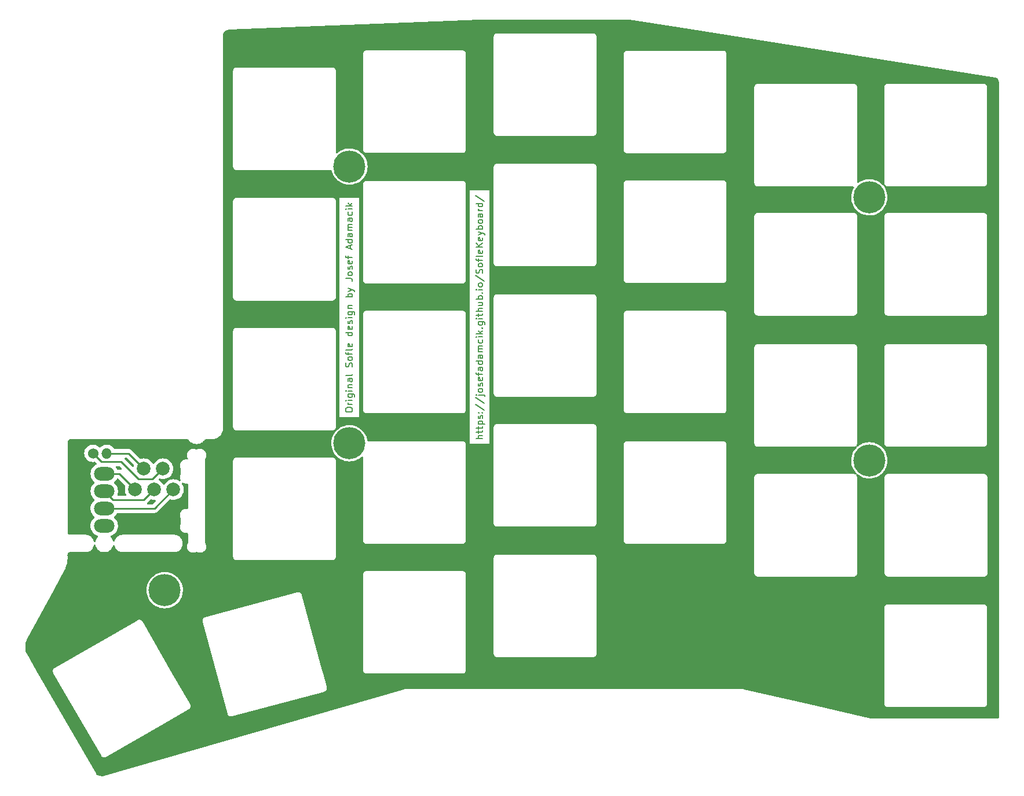
<source format=gtl>
G04 #@! TF.GenerationSoftware,KiCad,Pcbnew,(6.0.2-0)*
G04 #@! TF.CreationDate,2022-02-19T09:24:14+00:00*
G04 #@! TF.ProjectId,SofleKeyboardTopPlate,536f666c-654b-4657-9962-6f617264546f,rev?*
G04 #@! TF.SameCoordinates,Original*
G04 #@! TF.FileFunction,Copper,L1,Top*
G04 #@! TF.FilePolarity,Positive*
%FSLAX46Y46*%
G04 Gerber Fmt 4.6, Leading zero omitted, Abs format (unit mm)*
G04 Created by KiCad (PCBNEW (6.0.2-0)) date 2022-02-19 09:24:14*
%MOMM*%
%LPD*%
G01*
G04 APERTURE LIST*
%ADD10C,0.150000*%
G04 #@! TA.AperFunction,NonConductor*
%ADD11C,0.150000*%
G04 #@! TD*
G04 #@! TA.AperFunction,ComponentPad*
%ADD12C,4.700000*%
G04 #@! TD*
G04 #@! TA.AperFunction,ComponentPad*
%ADD13O,3.000000X2.000000*%
G04 #@! TD*
G04 #@! TA.AperFunction,ComponentPad*
%ADD14C,1.524000*%
G04 #@! TD*
G04 #@! TA.AperFunction,ComponentPad*
%ADD15O,1.524000X1.524000*%
G04 #@! TD*
G04 #@! TA.AperFunction,ComponentPad*
%ADD16C,2.000000*%
G04 #@! TD*
G04 #@! TA.AperFunction,Conductor*
%ADD17C,0.250000*%
G04 #@! TD*
G04 APERTURE END LIST*
D10*
D11*
X150472380Y-98214285D02*
X149472380Y-98214285D01*
X150472380Y-97785714D02*
X149948571Y-97785714D01*
X149853333Y-97833333D01*
X149805714Y-97928571D01*
X149805714Y-98071428D01*
X149853333Y-98166666D01*
X149900952Y-98214285D01*
X149805714Y-97452380D02*
X149805714Y-97071428D01*
X149472380Y-97309523D02*
X150329523Y-97309523D01*
X150424761Y-97261904D01*
X150472380Y-97166666D01*
X150472380Y-97071428D01*
X149805714Y-96880952D02*
X149805714Y-96500000D01*
X149472380Y-96738095D02*
X150329523Y-96738095D01*
X150424761Y-96690476D01*
X150472380Y-96595238D01*
X150472380Y-96500000D01*
X149805714Y-96166666D02*
X150805714Y-96166666D01*
X149853333Y-96166666D02*
X149805714Y-96071428D01*
X149805714Y-95880952D01*
X149853333Y-95785714D01*
X149900952Y-95738095D01*
X149996190Y-95690476D01*
X150281904Y-95690476D01*
X150377142Y-95738095D01*
X150424761Y-95785714D01*
X150472380Y-95880952D01*
X150472380Y-96071428D01*
X150424761Y-96166666D01*
X150424761Y-95309523D02*
X150472380Y-95214285D01*
X150472380Y-95023809D01*
X150424761Y-94928571D01*
X150329523Y-94880952D01*
X150281904Y-94880952D01*
X150186666Y-94928571D01*
X150139047Y-95023809D01*
X150139047Y-95166666D01*
X150091428Y-95261904D01*
X149996190Y-95309523D01*
X149948571Y-95309523D01*
X149853333Y-95261904D01*
X149805714Y-95166666D01*
X149805714Y-95023809D01*
X149853333Y-94928571D01*
X150377142Y-94452380D02*
X150424761Y-94404761D01*
X150472380Y-94452380D01*
X150424761Y-94500000D01*
X150377142Y-94452380D01*
X150472380Y-94452380D01*
X149853333Y-94452380D02*
X149900952Y-94404761D01*
X149948571Y-94452380D01*
X149900952Y-94500000D01*
X149853333Y-94452380D01*
X149948571Y-94452380D01*
X149424761Y-93261904D02*
X150710476Y-94119047D01*
X149424761Y-92214285D02*
X150710476Y-93071428D01*
X149805714Y-91880952D02*
X150662857Y-91880952D01*
X150758095Y-91928571D01*
X150805714Y-92023809D01*
X150805714Y-92071428D01*
X149472380Y-91880952D02*
X149520000Y-91928571D01*
X149567619Y-91880952D01*
X149520000Y-91833333D01*
X149472380Y-91880952D01*
X149567619Y-91880952D01*
X150472380Y-91261904D02*
X150424761Y-91357142D01*
X150377142Y-91404761D01*
X150281904Y-91452380D01*
X149996190Y-91452380D01*
X149900952Y-91404761D01*
X149853333Y-91357142D01*
X149805714Y-91261904D01*
X149805714Y-91119047D01*
X149853333Y-91023809D01*
X149900952Y-90976190D01*
X149996190Y-90928571D01*
X150281904Y-90928571D01*
X150377142Y-90976190D01*
X150424761Y-91023809D01*
X150472380Y-91119047D01*
X150472380Y-91261904D01*
X150424761Y-90547619D02*
X150472380Y-90452380D01*
X150472380Y-90261904D01*
X150424761Y-90166666D01*
X150329523Y-90119047D01*
X150281904Y-90119047D01*
X150186666Y-90166666D01*
X150139047Y-90261904D01*
X150139047Y-90404761D01*
X150091428Y-90500000D01*
X149996190Y-90547619D01*
X149948571Y-90547619D01*
X149853333Y-90500000D01*
X149805714Y-90404761D01*
X149805714Y-90261904D01*
X149853333Y-90166666D01*
X150424761Y-89309523D02*
X150472380Y-89404761D01*
X150472380Y-89595238D01*
X150424761Y-89690476D01*
X150329523Y-89738095D01*
X149948571Y-89738095D01*
X149853333Y-89690476D01*
X149805714Y-89595238D01*
X149805714Y-89404761D01*
X149853333Y-89309523D01*
X149948571Y-89261904D01*
X150043809Y-89261904D01*
X150139047Y-89738095D01*
X149805714Y-88976190D02*
X149805714Y-88595238D01*
X150472380Y-88833333D02*
X149615238Y-88833333D01*
X149520000Y-88785714D01*
X149472380Y-88690476D01*
X149472380Y-88595238D01*
X150472380Y-87833333D02*
X149948571Y-87833333D01*
X149853333Y-87880952D01*
X149805714Y-87976190D01*
X149805714Y-88166666D01*
X149853333Y-88261904D01*
X150424761Y-87833333D02*
X150472380Y-87928571D01*
X150472380Y-88166666D01*
X150424761Y-88261904D01*
X150329523Y-88309523D01*
X150234285Y-88309523D01*
X150139047Y-88261904D01*
X150091428Y-88166666D01*
X150091428Y-87928571D01*
X150043809Y-87833333D01*
X150472380Y-86928571D02*
X149472380Y-86928571D01*
X150424761Y-86928571D02*
X150472380Y-87023809D01*
X150472380Y-87214285D01*
X150424761Y-87309523D01*
X150377142Y-87357142D01*
X150281904Y-87404761D01*
X149996190Y-87404761D01*
X149900952Y-87357142D01*
X149853333Y-87309523D01*
X149805714Y-87214285D01*
X149805714Y-87023809D01*
X149853333Y-86928571D01*
X150472380Y-86023809D02*
X149948571Y-86023809D01*
X149853333Y-86071428D01*
X149805714Y-86166666D01*
X149805714Y-86357142D01*
X149853333Y-86452380D01*
X150424761Y-86023809D02*
X150472380Y-86119047D01*
X150472380Y-86357142D01*
X150424761Y-86452380D01*
X150329523Y-86500000D01*
X150234285Y-86500000D01*
X150139047Y-86452380D01*
X150091428Y-86357142D01*
X150091428Y-86119047D01*
X150043809Y-86023809D01*
X150472380Y-85547619D02*
X149805714Y-85547619D01*
X149900952Y-85547619D02*
X149853333Y-85500000D01*
X149805714Y-85404761D01*
X149805714Y-85261904D01*
X149853333Y-85166666D01*
X149948571Y-85119047D01*
X150472380Y-85119047D01*
X149948571Y-85119047D02*
X149853333Y-85071428D01*
X149805714Y-84976190D01*
X149805714Y-84833333D01*
X149853333Y-84738095D01*
X149948571Y-84690476D01*
X150472380Y-84690476D01*
X150424761Y-83785714D02*
X150472380Y-83880952D01*
X150472380Y-84071428D01*
X150424761Y-84166666D01*
X150377142Y-84214285D01*
X150281904Y-84261904D01*
X149996190Y-84261904D01*
X149900952Y-84214285D01*
X149853333Y-84166666D01*
X149805714Y-84071428D01*
X149805714Y-83880952D01*
X149853333Y-83785714D01*
X150472380Y-83357142D02*
X149805714Y-83357142D01*
X149472380Y-83357142D02*
X149520000Y-83404761D01*
X149567619Y-83357142D01*
X149520000Y-83309523D01*
X149472380Y-83357142D01*
X149567619Y-83357142D01*
X150472380Y-82880952D02*
X149472380Y-82880952D01*
X150091428Y-82785714D02*
X150472380Y-82500000D01*
X149805714Y-82500000D02*
X150186666Y-82880952D01*
X150377142Y-82071428D02*
X150424761Y-82023809D01*
X150472380Y-82071428D01*
X150424761Y-82119047D01*
X150377142Y-82071428D01*
X150472380Y-82071428D01*
X149805714Y-81166666D02*
X150615238Y-81166666D01*
X150710476Y-81214285D01*
X150758095Y-81261904D01*
X150805714Y-81357142D01*
X150805714Y-81500000D01*
X150758095Y-81595238D01*
X150424761Y-81166666D02*
X150472380Y-81261904D01*
X150472380Y-81452380D01*
X150424761Y-81547619D01*
X150377142Y-81595238D01*
X150281904Y-81642857D01*
X149996190Y-81642857D01*
X149900952Y-81595238D01*
X149853333Y-81547619D01*
X149805714Y-81452380D01*
X149805714Y-81261904D01*
X149853333Y-81166666D01*
X150472380Y-80690476D02*
X149805714Y-80690476D01*
X149472380Y-80690476D02*
X149520000Y-80738095D01*
X149567619Y-80690476D01*
X149520000Y-80642857D01*
X149472380Y-80690476D01*
X149567619Y-80690476D01*
X149805714Y-80357142D02*
X149805714Y-79976190D01*
X149472380Y-80214285D02*
X150329523Y-80214285D01*
X150424761Y-80166666D01*
X150472380Y-80071428D01*
X150472380Y-79976190D01*
X150472380Y-79642857D02*
X149472380Y-79642857D01*
X150472380Y-79214285D02*
X149948571Y-79214285D01*
X149853333Y-79261904D01*
X149805714Y-79357142D01*
X149805714Y-79500000D01*
X149853333Y-79595238D01*
X149900952Y-79642857D01*
X149805714Y-78309523D02*
X150472380Y-78309523D01*
X149805714Y-78738095D02*
X150329523Y-78738095D01*
X150424761Y-78690476D01*
X150472380Y-78595238D01*
X150472380Y-78452380D01*
X150424761Y-78357142D01*
X150377142Y-78309523D01*
X150472380Y-77833333D02*
X149472380Y-77833333D01*
X149853333Y-77833333D02*
X149805714Y-77738095D01*
X149805714Y-77547619D01*
X149853333Y-77452380D01*
X149900952Y-77404761D01*
X149996190Y-77357142D01*
X150281904Y-77357142D01*
X150377142Y-77404761D01*
X150424761Y-77452380D01*
X150472380Y-77547619D01*
X150472380Y-77738095D01*
X150424761Y-77833333D01*
X150377142Y-76928571D02*
X150424761Y-76880952D01*
X150472380Y-76928571D01*
X150424761Y-76976190D01*
X150377142Y-76928571D01*
X150472380Y-76928571D01*
X150472380Y-76452380D02*
X149805714Y-76452380D01*
X149472380Y-76452380D02*
X149520000Y-76500000D01*
X149567619Y-76452380D01*
X149520000Y-76404761D01*
X149472380Y-76452380D01*
X149567619Y-76452380D01*
X150472380Y-75833333D02*
X150424761Y-75928571D01*
X150377142Y-75976190D01*
X150281904Y-76023809D01*
X149996190Y-76023809D01*
X149900952Y-75976190D01*
X149853333Y-75928571D01*
X149805714Y-75833333D01*
X149805714Y-75690476D01*
X149853333Y-75595238D01*
X149900952Y-75547619D01*
X149996190Y-75500000D01*
X150281904Y-75500000D01*
X150377142Y-75547619D01*
X150424761Y-75595238D01*
X150472380Y-75690476D01*
X150472380Y-75833333D01*
X149424761Y-74357142D02*
X150710476Y-75214285D01*
X150424761Y-74071428D02*
X150472380Y-73928571D01*
X150472380Y-73690476D01*
X150424761Y-73595238D01*
X150377142Y-73547619D01*
X150281904Y-73500000D01*
X150186666Y-73500000D01*
X150091428Y-73547619D01*
X150043809Y-73595238D01*
X149996190Y-73690476D01*
X149948571Y-73880952D01*
X149900952Y-73976190D01*
X149853333Y-74023809D01*
X149758095Y-74071428D01*
X149662857Y-74071428D01*
X149567619Y-74023809D01*
X149520000Y-73976190D01*
X149472380Y-73880952D01*
X149472380Y-73642857D01*
X149520000Y-73500000D01*
X150472380Y-72928571D02*
X150424761Y-73023809D01*
X150377142Y-73071428D01*
X150281904Y-73119047D01*
X149996190Y-73119047D01*
X149900952Y-73071428D01*
X149853333Y-73023809D01*
X149805714Y-72928571D01*
X149805714Y-72785714D01*
X149853333Y-72690476D01*
X149900952Y-72642857D01*
X149996190Y-72595238D01*
X150281904Y-72595238D01*
X150377142Y-72642857D01*
X150424761Y-72690476D01*
X150472380Y-72785714D01*
X150472380Y-72928571D01*
X149805714Y-72309523D02*
X149805714Y-71928571D01*
X150472380Y-72166666D02*
X149615238Y-72166666D01*
X149520000Y-72119047D01*
X149472380Y-72023809D01*
X149472380Y-71928571D01*
X150472380Y-71452380D02*
X150424761Y-71547619D01*
X150329523Y-71595238D01*
X149472380Y-71595238D01*
X150424761Y-70690476D02*
X150472380Y-70785714D01*
X150472380Y-70976190D01*
X150424761Y-71071428D01*
X150329523Y-71119047D01*
X149948571Y-71119047D01*
X149853333Y-71071428D01*
X149805714Y-70976190D01*
X149805714Y-70785714D01*
X149853333Y-70690476D01*
X149948571Y-70642857D01*
X150043809Y-70642857D01*
X150139047Y-71119047D01*
X150472380Y-70214285D02*
X149472380Y-70214285D01*
X150472380Y-69642857D02*
X149900952Y-70071428D01*
X149472380Y-69642857D02*
X150043809Y-70214285D01*
X150424761Y-68833333D02*
X150472380Y-68928571D01*
X150472380Y-69119047D01*
X150424761Y-69214285D01*
X150329523Y-69261904D01*
X149948571Y-69261904D01*
X149853333Y-69214285D01*
X149805714Y-69119047D01*
X149805714Y-68928571D01*
X149853333Y-68833333D01*
X149948571Y-68785714D01*
X150043809Y-68785714D01*
X150139047Y-69261904D01*
X149805714Y-68452380D02*
X150472380Y-68214285D01*
X149805714Y-67976190D02*
X150472380Y-68214285D01*
X150710476Y-68309523D01*
X150758095Y-68357142D01*
X150805714Y-68452380D01*
X150472380Y-67595238D02*
X149472380Y-67595238D01*
X149853333Y-67595238D02*
X149805714Y-67500000D01*
X149805714Y-67309523D01*
X149853333Y-67214285D01*
X149900952Y-67166666D01*
X149996190Y-67119047D01*
X150281904Y-67119047D01*
X150377142Y-67166666D01*
X150424761Y-67214285D01*
X150472380Y-67309523D01*
X150472380Y-67500000D01*
X150424761Y-67595238D01*
X150472380Y-66547619D02*
X150424761Y-66642857D01*
X150377142Y-66690476D01*
X150281904Y-66738095D01*
X149996190Y-66738095D01*
X149900952Y-66690476D01*
X149853333Y-66642857D01*
X149805714Y-66547619D01*
X149805714Y-66404761D01*
X149853333Y-66309523D01*
X149900952Y-66261904D01*
X149996190Y-66214285D01*
X150281904Y-66214285D01*
X150377142Y-66261904D01*
X150424761Y-66309523D01*
X150472380Y-66404761D01*
X150472380Y-66547619D01*
X150472380Y-65357142D02*
X149948571Y-65357142D01*
X149853333Y-65404761D01*
X149805714Y-65500000D01*
X149805714Y-65690476D01*
X149853333Y-65785714D01*
X150424761Y-65357142D02*
X150472380Y-65452380D01*
X150472380Y-65690476D01*
X150424761Y-65785714D01*
X150329523Y-65833333D01*
X150234285Y-65833333D01*
X150139047Y-65785714D01*
X150091428Y-65690476D01*
X150091428Y-65452380D01*
X150043809Y-65357142D01*
X150472380Y-64880952D02*
X149805714Y-64880952D01*
X149996190Y-64880952D02*
X149900952Y-64833333D01*
X149853333Y-64785714D01*
X149805714Y-64690476D01*
X149805714Y-64595238D01*
X150472380Y-63833333D02*
X149472380Y-63833333D01*
X150424761Y-63833333D02*
X150472380Y-63928571D01*
X150472380Y-64119047D01*
X150424761Y-64214285D01*
X150377142Y-64261904D01*
X150281904Y-64309523D01*
X149996190Y-64309523D01*
X149900952Y-64261904D01*
X149853333Y-64214285D01*
X149805714Y-64119047D01*
X149805714Y-63928571D01*
X149853333Y-63833333D01*
X149424761Y-62642857D02*
X150710476Y-63500000D01*
D10*
D11*
X130422380Y-94141619D02*
X130422380Y-93951142D01*
X130470000Y-93855904D01*
X130565238Y-93760666D01*
X130755714Y-93713047D01*
X131089047Y-93713047D01*
X131279523Y-93760666D01*
X131374761Y-93855904D01*
X131422380Y-93951142D01*
X131422380Y-94141619D01*
X131374761Y-94236857D01*
X131279523Y-94332095D01*
X131089047Y-94379714D01*
X130755714Y-94379714D01*
X130565238Y-94332095D01*
X130470000Y-94236857D01*
X130422380Y-94141619D01*
X131422380Y-93284476D02*
X130755714Y-93284476D01*
X130946190Y-93284476D02*
X130850952Y-93236857D01*
X130803333Y-93189238D01*
X130755714Y-93094000D01*
X130755714Y-92998761D01*
X131422380Y-92665428D02*
X130755714Y-92665428D01*
X130422380Y-92665428D02*
X130470000Y-92713047D01*
X130517619Y-92665428D01*
X130470000Y-92617809D01*
X130422380Y-92665428D01*
X130517619Y-92665428D01*
X130755714Y-91760666D02*
X131565238Y-91760666D01*
X131660476Y-91808285D01*
X131708095Y-91855904D01*
X131755714Y-91951142D01*
X131755714Y-92094000D01*
X131708095Y-92189238D01*
X131374761Y-91760666D02*
X131422380Y-91855904D01*
X131422380Y-92046380D01*
X131374761Y-92141619D01*
X131327142Y-92189238D01*
X131231904Y-92236857D01*
X130946190Y-92236857D01*
X130850952Y-92189238D01*
X130803333Y-92141619D01*
X130755714Y-92046380D01*
X130755714Y-91855904D01*
X130803333Y-91760666D01*
X131422380Y-91284476D02*
X130755714Y-91284476D01*
X130422380Y-91284476D02*
X130470000Y-91332095D01*
X130517619Y-91284476D01*
X130470000Y-91236857D01*
X130422380Y-91284476D01*
X130517619Y-91284476D01*
X130755714Y-90808285D02*
X131422380Y-90808285D01*
X130850952Y-90808285D02*
X130803333Y-90760666D01*
X130755714Y-90665428D01*
X130755714Y-90522571D01*
X130803333Y-90427333D01*
X130898571Y-90379714D01*
X131422380Y-90379714D01*
X131422380Y-89474952D02*
X130898571Y-89474952D01*
X130803333Y-89522571D01*
X130755714Y-89617809D01*
X130755714Y-89808285D01*
X130803333Y-89903523D01*
X131374761Y-89474952D02*
X131422380Y-89570190D01*
X131422380Y-89808285D01*
X131374761Y-89903523D01*
X131279523Y-89951142D01*
X131184285Y-89951142D01*
X131089047Y-89903523D01*
X131041428Y-89808285D01*
X131041428Y-89570190D01*
X130993809Y-89474952D01*
X131422380Y-88855904D02*
X131374761Y-88951142D01*
X131279523Y-88998761D01*
X130422380Y-88998761D01*
X131374761Y-87760666D02*
X131422380Y-87617809D01*
X131422380Y-87379714D01*
X131374761Y-87284476D01*
X131327142Y-87236857D01*
X131231904Y-87189238D01*
X131136666Y-87189238D01*
X131041428Y-87236857D01*
X130993809Y-87284476D01*
X130946190Y-87379714D01*
X130898571Y-87570190D01*
X130850952Y-87665428D01*
X130803333Y-87713047D01*
X130708095Y-87760666D01*
X130612857Y-87760666D01*
X130517619Y-87713047D01*
X130470000Y-87665428D01*
X130422380Y-87570190D01*
X130422380Y-87332095D01*
X130470000Y-87189238D01*
X131422380Y-86617809D02*
X131374761Y-86713047D01*
X131327142Y-86760666D01*
X131231904Y-86808285D01*
X130946190Y-86808285D01*
X130850952Y-86760666D01*
X130803333Y-86713047D01*
X130755714Y-86617809D01*
X130755714Y-86474952D01*
X130803333Y-86379714D01*
X130850952Y-86332095D01*
X130946190Y-86284476D01*
X131231904Y-86284476D01*
X131327142Y-86332095D01*
X131374761Y-86379714D01*
X131422380Y-86474952D01*
X131422380Y-86617809D01*
X130755714Y-85998761D02*
X130755714Y-85617809D01*
X131422380Y-85855904D02*
X130565238Y-85855904D01*
X130470000Y-85808285D01*
X130422380Y-85713047D01*
X130422380Y-85617809D01*
X131422380Y-85141619D02*
X131374761Y-85236857D01*
X131279523Y-85284476D01*
X130422380Y-85284476D01*
X131374761Y-84379714D02*
X131422380Y-84474952D01*
X131422380Y-84665428D01*
X131374761Y-84760666D01*
X131279523Y-84808285D01*
X130898571Y-84808285D01*
X130803333Y-84760666D01*
X130755714Y-84665428D01*
X130755714Y-84474952D01*
X130803333Y-84379714D01*
X130898571Y-84332095D01*
X130993809Y-84332095D01*
X131089047Y-84808285D01*
X131422380Y-82713047D02*
X130422380Y-82713047D01*
X131374761Y-82713047D02*
X131422380Y-82808285D01*
X131422380Y-82998761D01*
X131374761Y-83094000D01*
X131327142Y-83141619D01*
X131231904Y-83189238D01*
X130946190Y-83189238D01*
X130850952Y-83141619D01*
X130803333Y-83094000D01*
X130755714Y-82998761D01*
X130755714Y-82808285D01*
X130803333Y-82713047D01*
X131374761Y-81855904D02*
X131422380Y-81951142D01*
X131422380Y-82141619D01*
X131374761Y-82236857D01*
X131279523Y-82284476D01*
X130898571Y-82284476D01*
X130803333Y-82236857D01*
X130755714Y-82141619D01*
X130755714Y-81951142D01*
X130803333Y-81855904D01*
X130898571Y-81808285D01*
X130993809Y-81808285D01*
X131089047Y-82284476D01*
X131374761Y-81427333D02*
X131422380Y-81332095D01*
X131422380Y-81141619D01*
X131374761Y-81046380D01*
X131279523Y-80998761D01*
X131231904Y-80998761D01*
X131136666Y-81046380D01*
X131089047Y-81141619D01*
X131089047Y-81284476D01*
X131041428Y-81379714D01*
X130946190Y-81427333D01*
X130898571Y-81427333D01*
X130803333Y-81379714D01*
X130755714Y-81284476D01*
X130755714Y-81141619D01*
X130803333Y-81046380D01*
X131422380Y-80570190D02*
X130755714Y-80570190D01*
X130422380Y-80570190D02*
X130470000Y-80617809D01*
X130517619Y-80570190D01*
X130470000Y-80522571D01*
X130422380Y-80570190D01*
X130517619Y-80570190D01*
X130755714Y-79665428D02*
X131565238Y-79665428D01*
X131660476Y-79713047D01*
X131708095Y-79760666D01*
X131755714Y-79855904D01*
X131755714Y-79998761D01*
X131708095Y-80094000D01*
X131374761Y-79665428D02*
X131422380Y-79760666D01*
X131422380Y-79951142D01*
X131374761Y-80046380D01*
X131327142Y-80094000D01*
X131231904Y-80141619D01*
X130946190Y-80141619D01*
X130850952Y-80094000D01*
X130803333Y-80046380D01*
X130755714Y-79951142D01*
X130755714Y-79760666D01*
X130803333Y-79665428D01*
X130755714Y-79189238D02*
X131422380Y-79189238D01*
X130850952Y-79189238D02*
X130803333Y-79141619D01*
X130755714Y-79046380D01*
X130755714Y-78903523D01*
X130803333Y-78808285D01*
X130898571Y-78760666D01*
X131422380Y-78760666D01*
X131422380Y-77522571D02*
X130422380Y-77522571D01*
X130803333Y-77522571D02*
X130755714Y-77427333D01*
X130755714Y-77236857D01*
X130803333Y-77141619D01*
X130850952Y-77094000D01*
X130946190Y-77046380D01*
X131231904Y-77046380D01*
X131327142Y-77094000D01*
X131374761Y-77141619D01*
X131422380Y-77236857D01*
X131422380Y-77427333D01*
X131374761Y-77522571D01*
X130755714Y-76713047D02*
X131422380Y-76474952D01*
X130755714Y-76236857D02*
X131422380Y-76474952D01*
X131660476Y-76570190D01*
X131708095Y-76617809D01*
X131755714Y-76713047D01*
X130422380Y-74808285D02*
X131136666Y-74808285D01*
X131279523Y-74855904D01*
X131374761Y-74951142D01*
X131422380Y-75094000D01*
X131422380Y-75189238D01*
X131422380Y-74189238D02*
X131374761Y-74284476D01*
X131327142Y-74332095D01*
X131231904Y-74379714D01*
X130946190Y-74379714D01*
X130850952Y-74332095D01*
X130803333Y-74284476D01*
X130755714Y-74189238D01*
X130755714Y-74046380D01*
X130803333Y-73951142D01*
X130850952Y-73903523D01*
X130946190Y-73855904D01*
X131231904Y-73855904D01*
X131327142Y-73903523D01*
X131374761Y-73951142D01*
X131422380Y-74046380D01*
X131422380Y-74189238D01*
X131374761Y-73474952D02*
X131422380Y-73379714D01*
X131422380Y-73189238D01*
X131374761Y-73094000D01*
X131279523Y-73046380D01*
X131231904Y-73046380D01*
X131136666Y-73094000D01*
X131089047Y-73189238D01*
X131089047Y-73332095D01*
X131041428Y-73427333D01*
X130946190Y-73474952D01*
X130898571Y-73474952D01*
X130803333Y-73427333D01*
X130755714Y-73332095D01*
X130755714Y-73189238D01*
X130803333Y-73094000D01*
X131374761Y-72236857D02*
X131422380Y-72332095D01*
X131422380Y-72522571D01*
X131374761Y-72617809D01*
X131279523Y-72665428D01*
X130898571Y-72665428D01*
X130803333Y-72617809D01*
X130755714Y-72522571D01*
X130755714Y-72332095D01*
X130803333Y-72236857D01*
X130898571Y-72189238D01*
X130993809Y-72189238D01*
X131089047Y-72665428D01*
X130755714Y-71903523D02*
X130755714Y-71522571D01*
X131422380Y-71760666D02*
X130565238Y-71760666D01*
X130470000Y-71713047D01*
X130422380Y-71617809D01*
X130422380Y-71522571D01*
X131136666Y-70474952D02*
X131136666Y-69998761D01*
X131422380Y-70570190D02*
X130422380Y-70236857D01*
X131422380Y-69903523D01*
X131422380Y-69141619D02*
X130422380Y-69141619D01*
X131374761Y-69141619D02*
X131422380Y-69236857D01*
X131422380Y-69427333D01*
X131374761Y-69522571D01*
X131327142Y-69570190D01*
X131231904Y-69617809D01*
X130946190Y-69617809D01*
X130850952Y-69570190D01*
X130803333Y-69522571D01*
X130755714Y-69427333D01*
X130755714Y-69236857D01*
X130803333Y-69141619D01*
X131422380Y-68236857D02*
X130898571Y-68236857D01*
X130803333Y-68284476D01*
X130755714Y-68379714D01*
X130755714Y-68570190D01*
X130803333Y-68665428D01*
X131374761Y-68236857D02*
X131422380Y-68332095D01*
X131422380Y-68570190D01*
X131374761Y-68665428D01*
X131279523Y-68713047D01*
X131184285Y-68713047D01*
X131089047Y-68665428D01*
X131041428Y-68570190D01*
X131041428Y-68332095D01*
X130993809Y-68236857D01*
X131422380Y-67760666D02*
X130755714Y-67760666D01*
X130850952Y-67760666D02*
X130803333Y-67713047D01*
X130755714Y-67617809D01*
X130755714Y-67474952D01*
X130803333Y-67379714D01*
X130898571Y-67332095D01*
X131422380Y-67332095D01*
X130898571Y-67332095D02*
X130803333Y-67284476D01*
X130755714Y-67189238D01*
X130755714Y-67046380D01*
X130803333Y-66951142D01*
X130898571Y-66903523D01*
X131422380Y-66903523D01*
X131422380Y-65998761D02*
X130898571Y-65998761D01*
X130803333Y-66046380D01*
X130755714Y-66141619D01*
X130755714Y-66332095D01*
X130803333Y-66427333D01*
X131374761Y-65998761D02*
X131422380Y-66094000D01*
X131422380Y-66332095D01*
X131374761Y-66427333D01*
X131279523Y-66474952D01*
X131184285Y-66474952D01*
X131089047Y-66427333D01*
X131041428Y-66332095D01*
X131041428Y-66094000D01*
X130993809Y-65998761D01*
X131374761Y-65094000D02*
X131422380Y-65189238D01*
X131422380Y-65379714D01*
X131374761Y-65474952D01*
X131327142Y-65522571D01*
X131231904Y-65570190D01*
X130946190Y-65570190D01*
X130850952Y-65522571D01*
X130803333Y-65474952D01*
X130755714Y-65379714D01*
X130755714Y-65189238D01*
X130803333Y-65094000D01*
X131422380Y-64665428D02*
X130755714Y-64665428D01*
X130422380Y-64665428D02*
X130470000Y-64713047D01*
X130517619Y-64665428D01*
X130470000Y-64617809D01*
X130422380Y-64665428D01*
X130517619Y-64665428D01*
X131422380Y-64189238D02*
X130422380Y-64189238D01*
X131041428Y-64094000D02*
X131422380Y-63808285D01*
X130755714Y-63808285D02*
X131136666Y-64189238D01*
D12*
X206995000Y-62945000D03*
X130995000Y-58445000D03*
X206995000Y-101445000D03*
X130995000Y-98945000D03*
X103995000Y-120445000D03*
D13*
X95155987Y-103412499D03*
X95155987Y-105952499D03*
X95155987Y-108492499D03*
X95155987Y-111032499D03*
D14*
X93505987Y-100412499D03*
D15*
X95505987Y-100412499D03*
D16*
X102471000Y-105713000D03*
X103741000Y-102665000D03*
X100947000Y-102665000D03*
X105265000Y-105713000D03*
X99677000Y-105713000D03*
D17*
X102217000Y-104189000D02*
X103741000Y-102665000D01*
X97645000Y-101649000D02*
X100185000Y-104189000D01*
X94742488Y-101649000D02*
X97645000Y-101649000D01*
X93505987Y-100412499D02*
X94742488Y-101649000D01*
X100185000Y-104189000D02*
X102217000Y-104189000D01*
X98694499Y-100412499D02*
X100947000Y-102665000D01*
X95505987Y-100412499D02*
X98694499Y-100412499D01*
X100947000Y-107237000D02*
X102471000Y-105713000D01*
X96440488Y-107237000D02*
X100947000Y-107237000D01*
X95155987Y-105952499D02*
X96440488Y-107237000D01*
X97376499Y-103412499D02*
X99677000Y-105713000D01*
X95155987Y-103412499D02*
X97376499Y-103412499D01*
X102485501Y-108492499D02*
X105265000Y-105713000D01*
X95155987Y-108492499D02*
X102485501Y-108492499D01*
G04 #@! TA.AperFunction,NonConductor*
G36*
X98448026Y-101066001D02*
G01*
X98469000Y-101082904D01*
X99472636Y-102086540D01*
X99506662Y-102148852D01*
X99506060Y-102205049D01*
X99479380Y-102316180D01*
X99444028Y-102377749D01*
X99381001Y-102410432D01*
X99310310Y-102403852D01*
X99267766Y-102375861D01*
X98152999Y-101261094D01*
X98118973Y-101198782D01*
X98124038Y-101127967D01*
X98166585Y-101071131D01*
X98233105Y-101046320D01*
X98242094Y-101045999D01*
X98379905Y-101045999D01*
X98448026Y-101066001D01*
G37*
G04 #@! TD.AperFunction*
G04 #@! TA.AperFunction,NonConductor*
G36*
X97398527Y-102302502D02*
G01*
X97419501Y-102319405D01*
X97695371Y-102595275D01*
X97729397Y-102657587D01*
X97724332Y-102728402D01*
X97681785Y-102785238D01*
X97615265Y-102810049D01*
X97570195Y-102802381D01*
X97569528Y-102804677D01*
X97561918Y-102802466D01*
X97554644Y-102799318D01*
X97546821Y-102798079D01*
X97546811Y-102798076D01*
X97510975Y-102792400D01*
X97499355Y-102789994D01*
X97464210Y-102780971D01*
X97464209Y-102780971D01*
X97456529Y-102778999D01*
X97436275Y-102778999D01*
X97416564Y-102777448D01*
X97404385Y-102775519D01*
X97396556Y-102774279D01*
X97388664Y-102775025D01*
X97352538Y-102778440D01*
X97340680Y-102778999D01*
X97105335Y-102778999D01*
X97037214Y-102758997D01*
X96991140Y-102706249D01*
X96974025Y-102669545D01*
X96974023Y-102669541D01*
X96971888Y-102664963D01*
X96845726Y-102479323D01*
X96823980Y-102411739D01*
X96842224Y-102343126D01*
X96894667Y-102295270D01*
X96949938Y-102282500D01*
X97330406Y-102282500D01*
X97398527Y-102302502D01*
G37*
G04 #@! TD.AperFunction*
G04 #@! TA.AperFunction,NonConductor*
G36*
X97167486Y-104100576D02*
G01*
X97178347Y-104110251D01*
X98202636Y-105134540D01*
X98236662Y-105196852D01*
X98236060Y-105253049D01*
X98193619Y-105429830D01*
X98182465Y-105476289D01*
X98163835Y-105713000D01*
X98182465Y-105949711D01*
X98183619Y-105954518D01*
X98183620Y-105954524D01*
X98218640Y-106100391D01*
X98237895Y-106180594D01*
X98239788Y-106185165D01*
X98239789Y-106185167D01*
X98322362Y-106384516D01*
X98328760Y-106399963D01*
X98331346Y-106404183D01*
X98335931Y-106411665D01*
X98354469Y-106480199D01*
X98333013Y-106547875D01*
X98278373Y-106593208D01*
X98228498Y-106603500D01*
X97205279Y-106603500D01*
X97137158Y-106583498D01*
X97090665Y-106529842D01*
X97080561Y-106459568D01*
X97087646Y-106432352D01*
X97107820Y-106379797D01*
X97136727Y-106241428D01*
X97156427Y-106147130D01*
X97156427Y-106147126D01*
X97157461Y-106142179D01*
X97168473Y-105899682D01*
X97153222Y-105767872D01*
X97141154Y-105663570D01*
X97141153Y-105663566D01*
X97140572Y-105658543D01*
X97101504Y-105520477D01*
X97075853Y-105429830D01*
X97074477Y-105424967D01*
X97072343Y-105420391D01*
X97072341Y-105420385D01*
X96974025Y-105209545D01*
X96974023Y-105209541D01*
X96971888Y-105204963D01*
X96835443Y-105004192D01*
X96668655Y-104827818D01*
X96661700Y-104822500D01*
X96610080Y-104783034D01*
X96568112Y-104725769D01*
X96563767Y-104654906D01*
X96603284Y-104588424D01*
X96740845Y-104467149D01*
X96740848Y-104467146D01*
X96744642Y-104463801D01*
X96817555Y-104375035D01*
X96895513Y-104280127D01*
X96895515Y-104280124D01*
X96898721Y-104276221D01*
X96901266Y-104271849D01*
X96901269Y-104271844D01*
X96980354Y-104135965D01*
X97031907Y-104087152D01*
X97101668Y-104073959D01*
X97167486Y-104100576D01*
G37*
G04 #@! TD.AperFunction*
G04 #@! TA.AperFunction,NonConductor*
G36*
X102011049Y-107153940D02*
G01*
X102229476Y-107206380D01*
X102229482Y-107206381D01*
X102234289Y-107207535D01*
X102471000Y-107226165D01*
X102548328Y-107220079D01*
X102617808Y-107234675D01*
X102668367Y-107284517D01*
X102683954Y-107353782D01*
X102659619Y-107420478D01*
X102647309Y-107434786D01*
X102260001Y-107822094D01*
X102197689Y-107856120D01*
X102170906Y-107858999D01*
X101525095Y-107858999D01*
X101456974Y-107838997D01*
X101410481Y-107785341D01*
X101400377Y-107715067D01*
X101429871Y-107650487D01*
X101436000Y-107643904D01*
X101892540Y-107187364D01*
X101954852Y-107153338D01*
X102011049Y-107153940D01*
G37*
G04 #@! TD.AperFunction*
G04 #@! TA.AperFunction,NonConductor*
G36*
X171914928Y-36954540D02*
G01*
X179017097Y-38075107D01*
X225361754Y-45387282D01*
X225373366Y-45389678D01*
X225490953Y-45419781D01*
X225512204Y-45427303D01*
X225594333Y-45464949D01*
X225613574Y-45475911D01*
X225687029Y-45526798D01*
X225703815Y-45540725D01*
X225767308Y-45603449D01*
X225781377Y-45619977D01*
X225789678Y-45631630D01*
X225833171Y-45692688D01*
X225844238Y-45711477D01*
X225882760Y-45792115D01*
X225890517Y-45812878D01*
X225914564Y-45899957D01*
X225918595Y-45922118D01*
X225929666Y-46044207D01*
X225930181Y-46055584D01*
X225930447Y-61293147D01*
X225931800Y-138931126D01*
X225931802Y-139070817D01*
X225911801Y-139138938D01*
X225858146Y-139185432D01*
X225805802Y-139196819D01*
X213339959Y-139196820D01*
X207176938Y-139196820D01*
X207148824Y-139193644D01*
X198083599Y-137118652D01*
X209177524Y-137118652D01*
X209179990Y-137127281D01*
X209179991Y-137127286D01*
X209185639Y-137147048D01*
X209189217Y-137163809D01*
X209192130Y-137184152D01*
X209192133Y-137184162D01*
X209193405Y-137193045D01*
X209204021Y-137216395D01*
X209210464Y-137233907D01*
X209217512Y-137258565D01*
X209233274Y-137283548D01*
X209241404Y-137298614D01*
X209253633Y-137325510D01*
X209270374Y-137344939D01*
X209281479Y-137359947D01*
X209295160Y-137381631D01*
X209301888Y-137387573D01*
X209317296Y-137401181D01*
X209329340Y-137413373D01*
X209348619Y-137435747D01*
X209356147Y-137440626D01*
X209356150Y-137440629D01*
X209370139Y-137449696D01*
X209385013Y-137460986D01*
X209404228Y-137477956D01*
X209412354Y-137481771D01*
X209412355Y-137481772D01*
X209418021Y-137484432D01*
X209430966Y-137490510D01*
X209445935Y-137498824D01*
X209470727Y-137514893D01*
X209487650Y-137519954D01*
X209495290Y-137522239D01*
X209512736Y-137528901D01*
X209535948Y-137539799D01*
X209565130Y-137544343D01*
X209581849Y-137548126D01*
X209601536Y-137554014D01*
X209601539Y-137554015D01*
X209610141Y-137556587D01*
X209619116Y-137556642D01*
X209619117Y-137556642D01*
X209625810Y-137556683D01*
X209644556Y-137556797D01*
X209645328Y-137556830D01*
X209646423Y-137557000D01*
X209677298Y-137557000D01*
X209678068Y-137557002D01*
X209751716Y-137557452D01*
X209751717Y-137557452D01*
X209755652Y-137557476D01*
X209756996Y-137557092D01*
X209758341Y-137557000D01*
X223677298Y-137557000D01*
X223678069Y-137557002D01*
X223755652Y-137557476D01*
X223764281Y-137555010D01*
X223764286Y-137555009D01*
X223784048Y-137549361D01*
X223800809Y-137545783D01*
X223821152Y-137542870D01*
X223821162Y-137542867D01*
X223830045Y-137541595D01*
X223853395Y-137530979D01*
X223870907Y-137524536D01*
X223886937Y-137519954D01*
X223895565Y-137517488D01*
X223920548Y-137501726D01*
X223935614Y-137493596D01*
X223962510Y-137481367D01*
X223981939Y-137464626D01*
X223996947Y-137453521D01*
X224011039Y-137444630D01*
X224018631Y-137439840D01*
X224038182Y-137417703D01*
X224050374Y-137405659D01*
X224065949Y-137392239D01*
X224065950Y-137392237D01*
X224072747Y-137386381D01*
X224077626Y-137378853D01*
X224077629Y-137378850D01*
X224086696Y-137364861D01*
X224097986Y-137349987D01*
X224109012Y-137337502D01*
X224114956Y-137330772D01*
X224127510Y-137304034D01*
X224135824Y-137289065D01*
X224151893Y-137264273D01*
X224159239Y-137239709D01*
X224165901Y-137222264D01*
X224172983Y-137207179D01*
X224176799Y-137199052D01*
X224181343Y-137169870D01*
X224185126Y-137153151D01*
X224191014Y-137133464D01*
X224191015Y-137133461D01*
X224193587Y-137124859D01*
X224193797Y-137090444D01*
X224193830Y-137089672D01*
X224194000Y-137088577D01*
X224194000Y-137057702D01*
X224194002Y-137056932D01*
X224194452Y-136983284D01*
X224194452Y-136983283D01*
X224194476Y-136979348D01*
X224194092Y-136978004D01*
X224194000Y-136976659D01*
X224194000Y-123057702D01*
X224194002Y-123056932D01*
X224194421Y-122988322D01*
X224194476Y-122979348D01*
X224192010Y-122970719D01*
X224192009Y-122970714D01*
X224186361Y-122950952D01*
X224182783Y-122934191D01*
X224179870Y-122913848D01*
X224179867Y-122913838D01*
X224178595Y-122904955D01*
X224167979Y-122881605D01*
X224161536Y-122864093D01*
X224156954Y-122848063D01*
X224154488Y-122839435D01*
X224138726Y-122814452D01*
X224130596Y-122799386D01*
X224118367Y-122772490D01*
X224101626Y-122753061D01*
X224090521Y-122738053D01*
X224081630Y-122723961D01*
X224076840Y-122716369D01*
X224054703Y-122696818D01*
X224042659Y-122684626D01*
X224029239Y-122669051D01*
X224029237Y-122669050D01*
X224023381Y-122662253D01*
X224015853Y-122657374D01*
X224015850Y-122657371D01*
X224001861Y-122648304D01*
X223986987Y-122637014D01*
X223974502Y-122625988D01*
X223967772Y-122620044D01*
X223959646Y-122616229D01*
X223959645Y-122616228D01*
X223953979Y-122613568D01*
X223941034Y-122607490D01*
X223926065Y-122599176D01*
X223901273Y-122583107D01*
X223876709Y-122575761D01*
X223859264Y-122569099D01*
X223854827Y-122567016D01*
X223836052Y-122558201D01*
X223806870Y-122553657D01*
X223790151Y-122549874D01*
X223770464Y-122543986D01*
X223770461Y-122543985D01*
X223761859Y-122541413D01*
X223752884Y-122541358D01*
X223752883Y-122541358D01*
X223746190Y-122541317D01*
X223727444Y-122541203D01*
X223726672Y-122541170D01*
X223725577Y-122541000D01*
X223694702Y-122541000D01*
X223693932Y-122540998D01*
X223620284Y-122540548D01*
X223620283Y-122540548D01*
X223616348Y-122540524D01*
X223615004Y-122540908D01*
X223613659Y-122541000D01*
X209694702Y-122541000D01*
X209693932Y-122540998D01*
X209693078Y-122540993D01*
X209616348Y-122540524D01*
X209607719Y-122542990D01*
X209607714Y-122542991D01*
X209587952Y-122548639D01*
X209571191Y-122552217D01*
X209550848Y-122555130D01*
X209550838Y-122555133D01*
X209541955Y-122556405D01*
X209518605Y-122567021D01*
X209501093Y-122573464D01*
X209493057Y-122575761D01*
X209476435Y-122580512D01*
X209451452Y-122596274D01*
X209436386Y-122604404D01*
X209409490Y-122616633D01*
X209390061Y-122633374D01*
X209375053Y-122644479D01*
X209353369Y-122658160D01*
X209347427Y-122664888D01*
X209333819Y-122680296D01*
X209321627Y-122692340D01*
X209299253Y-122711619D01*
X209294374Y-122719147D01*
X209294371Y-122719150D01*
X209285304Y-122733139D01*
X209274014Y-122748013D01*
X209257044Y-122767228D01*
X209244490Y-122793966D01*
X209236176Y-122808935D01*
X209220107Y-122833727D01*
X209217535Y-122842327D01*
X209212761Y-122858290D01*
X209206099Y-122875736D01*
X209195201Y-122898948D01*
X209190658Y-122928128D01*
X209186874Y-122944849D01*
X209180986Y-122964536D01*
X209180985Y-122964539D01*
X209178413Y-122973141D01*
X209178358Y-122982116D01*
X209178358Y-122982117D01*
X209178203Y-123007546D01*
X209178170Y-123008328D01*
X209178000Y-123009423D01*
X209178000Y-123040298D01*
X209177998Y-123041068D01*
X209177729Y-123085176D01*
X209177524Y-123118652D01*
X209177908Y-123119996D01*
X209178000Y-123121341D01*
X209178000Y-137040298D01*
X209177998Y-137041068D01*
X209177524Y-137118652D01*
X198083599Y-137118652D01*
X188674895Y-134965039D01*
X188661797Y-134960524D01*
X188661761Y-134960640D01*
X188653176Y-134958015D01*
X188645052Y-134954201D01*
X188636185Y-134952820D01*
X188636184Y-134952820D01*
X188594689Y-134946359D01*
X188585970Y-134944685D01*
X188572790Y-134941668D01*
X188559673Y-134940580D01*
X188550696Y-134939510D01*
X188539394Y-134937750D01*
X188539393Y-134937750D01*
X188534577Y-134937000D01*
X188521751Y-134937000D01*
X188511333Y-134936569D01*
X188473440Y-134933425D01*
X188464497Y-134932683D01*
X188455701Y-134934482D01*
X188455262Y-134934508D01*
X188430636Y-134937000D01*
X139199719Y-134937000D01*
X139179839Y-134935422D01*
X139174118Y-134934508D01*
X139157439Y-134931843D01*
X139119671Y-134936629D01*
X139115920Y-134937000D01*
X139112651Y-134937000D01*
X139082176Y-134941364D01*
X139080183Y-134941633D01*
X139064306Y-134943645D01*
X139046520Y-134945899D01*
X139043357Y-134946811D01*
X139039732Y-134947443D01*
X139005083Y-134952405D01*
X138996914Y-134956119D01*
X138996911Y-134956120D01*
X138980866Y-134963415D01*
X138963599Y-134969789D01*
X94897124Y-147665724D01*
X94839701Y-147668617D01*
X94480204Y-147603254D01*
X94462900Y-147598820D01*
X94173464Y-147502342D01*
X94131308Y-147478474D01*
X93958158Y-147330060D01*
X93930968Y-147297271D01*
X85267995Y-132253278D01*
X87630449Y-132253278D01*
X87631208Y-132262222D01*
X87632946Y-132282705D01*
X87633230Y-132299841D01*
X87631710Y-132329337D01*
X87637633Y-132354295D01*
X87640584Y-132372726D01*
X87642752Y-132398273D01*
X87645991Y-132406644D01*
X87653407Y-132425814D01*
X87658489Y-132442182D01*
X87665309Y-132470920D01*
X87669749Y-132478720D01*
X87669750Y-132478722D01*
X87682332Y-132500824D01*
X87682696Y-132501520D01*
X87683093Y-132502547D01*
X87698594Y-132529398D01*
X87698870Y-132529879D01*
X87704990Y-132540630D01*
X87737295Y-132597380D01*
X87738299Y-132598352D01*
X87739053Y-132599474D01*
X89268332Y-135248263D01*
X94698680Y-144653904D01*
X94698854Y-144654206D01*
X94737295Y-144721736D01*
X94743747Y-144727978D01*
X94743749Y-144727980D01*
X94758523Y-144742272D01*
X94770002Y-144754998D01*
X94788245Y-144778222D01*
X94795554Y-144783445D01*
X94809104Y-144793129D01*
X94823448Y-144805080D01*
X94835429Y-144816669D01*
X94841882Y-144822911D01*
X94849825Y-144827090D01*
X94868023Y-144836665D01*
X94882605Y-144845653D01*
X94906636Y-144862826D01*
X94915110Y-144865785D01*
X94915113Y-144865787D01*
X94930846Y-144871282D01*
X94947969Y-144878727D01*
X94970660Y-144890665D01*
X94984619Y-144893492D01*
X94999609Y-144896528D01*
X95016139Y-144901066D01*
X95035541Y-144907842D01*
X95035543Y-144907842D01*
X95044015Y-144910801D01*
X95052979Y-144911263D01*
X95052980Y-144911263D01*
X95057092Y-144911475D01*
X95069622Y-144912120D01*
X95088141Y-144914460D01*
X95113278Y-144919551D01*
X95142714Y-144917053D01*
X95159846Y-144916769D01*
X95189336Y-144918289D01*
X95214279Y-144912370D01*
X95232714Y-144909417D01*
X95244876Y-144908385D01*
X95258273Y-144907248D01*
X95266645Y-144904009D01*
X95266650Y-144904008D01*
X95285822Y-144896591D01*
X95302184Y-144891510D01*
X95330920Y-144884690D01*
X95360825Y-144867667D01*
X95361515Y-144867306D01*
X95362547Y-144866907D01*
X95365123Y-144865419D01*
X95365132Y-144865415D01*
X95389385Y-144851412D01*
X95390056Y-144851028D01*
X95453949Y-144814659D01*
X95453959Y-144814653D01*
X95457380Y-144812705D01*
X95458354Y-144811699D01*
X95459466Y-144810951D01*
X103416187Y-140217137D01*
X107513815Y-137851371D01*
X107514424Y-137851022D01*
X107581736Y-137812705D01*
X107587976Y-137806254D01*
X107587983Y-137806249D01*
X107602275Y-137791475D01*
X107614999Y-137779998D01*
X107631161Y-137767302D01*
X107631163Y-137767300D01*
X107638222Y-137761755D01*
X107653133Y-137740889D01*
X107665084Y-137726545D01*
X107682910Y-137708118D01*
X107696659Y-137681986D01*
X107705653Y-137667395D01*
X107717608Y-137650666D01*
X107717609Y-137650665D01*
X107722826Y-137643364D01*
X107725785Y-137634891D01*
X107725787Y-137634887D01*
X107731281Y-137619156D01*
X107738726Y-137602033D01*
X107746483Y-137587289D01*
X107746483Y-137587288D01*
X107750665Y-137579340D01*
X107752447Y-137570543D01*
X107752450Y-137570534D01*
X107756530Y-137550388D01*
X107761067Y-137533859D01*
X107767841Y-137514461D01*
X107770801Y-137505985D01*
X107772120Y-137480377D01*
X107774460Y-137461858D01*
X107779551Y-137436721D01*
X107777053Y-137407285D01*
X107776769Y-137390148D01*
X107776964Y-137386381D01*
X107778289Y-137360664D01*
X107772370Y-137335721D01*
X107769417Y-137317286D01*
X107768007Y-137300669D01*
X107768007Y-137300667D01*
X107767248Y-137291727D01*
X107756592Y-137264183D01*
X107751510Y-137247816D01*
X107746763Y-137227814D01*
X107746762Y-137227811D01*
X107744690Y-137219080D01*
X107727668Y-137189176D01*
X107727307Y-137188487D01*
X107726907Y-137187452D01*
X107713257Y-137163809D01*
X107711372Y-137160545D01*
X107711080Y-137160037D01*
X107672705Y-137092620D01*
X107671700Y-137091647D01*
X107670950Y-137090531D01*
X107606759Y-136979348D01*
X105088871Y-132618239D01*
X100711440Y-125036307D01*
X100711057Y-125035639D01*
X100693395Y-125004612D01*
X100672705Y-124968264D01*
X100666252Y-124962021D01*
X100666250Y-124962019D01*
X100651477Y-124947728D01*
X100639996Y-124935000D01*
X100631229Y-124923839D01*
X100621755Y-124911778D01*
X100600889Y-124896867D01*
X100586545Y-124884916D01*
X100579953Y-124878539D01*
X100578716Y-124877342D01*
X109508874Y-124877342D01*
X109512039Y-124906715D01*
X109512712Y-124923831D01*
X109511861Y-124953352D01*
X109514131Y-124962034D01*
X109514131Y-124962038D01*
X109520561Y-124986635D01*
X109520734Y-124987407D01*
X109520852Y-124988505D01*
X109528100Y-125015555D01*
X109528867Y-125018416D01*
X109529064Y-125019160D01*
X109539428Y-125058808D01*
X109548663Y-125094135D01*
X109549382Y-125095335D01*
X109549817Y-125096605D01*
X113152316Y-138541309D01*
X113152513Y-138542053D01*
X113172130Y-138617096D01*
X113176744Y-138624791D01*
X113176745Y-138624792D01*
X113187319Y-138642424D01*
X113195115Y-138657692D01*
X113206724Y-138684844D01*
X113223024Y-138704653D01*
X113233780Y-138719901D01*
X113246968Y-138741892D01*
X113253554Y-138747980D01*
X113253558Y-138747985D01*
X113268653Y-138761938D01*
X113280420Y-138774403D01*
X113299185Y-138797207D01*
X113320373Y-138811633D01*
X113334988Y-138823258D01*
X113353822Y-138840668D01*
X113361852Y-138844663D01*
X113361855Y-138844665D01*
X113380270Y-138853826D01*
X113395052Y-138862481D01*
X113419466Y-138879104D01*
X113443857Y-138887005D01*
X113461146Y-138894060D01*
X113484104Y-138905482D01*
X113513171Y-138910686D01*
X113529800Y-138914847D01*
X113549358Y-138921183D01*
X113549360Y-138921183D01*
X113557897Y-138923949D01*
X113583530Y-138924687D01*
X113602096Y-138926606D01*
X113627342Y-138931126D01*
X113636261Y-138930165D01*
X113636263Y-138930165D01*
X113642916Y-138929448D01*
X113656709Y-138927962D01*
X113673825Y-138927289D01*
X113703352Y-138928140D01*
X113736632Y-138919440D01*
X113737410Y-138919266D01*
X113738505Y-138919148D01*
X113741379Y-138918378D01*
X113768407Y-138911136D01*
X113769151Y-138910940D01*
X113840314Y-138892337D01*
X113840328Y-138892332D01*
X113844135Y-138891337D01*
X113845333Y-138890619D01*
X113846607Y-138890183D01*
X127291340Y-135287676D01*
X127292083Y-135287480D01*
X127337110Y-135275709D01*
X127367096Y-135267870D01*
X127374796Y-135263253D01*
X127374802Y-135263250D01*
X127392434Y-135252677D01*
X127407697Y-135244883D01*
X127426588Y-135236806D01*
X127434844Y-135233276D01*
X127454644Y-135216983D01*
X127469906Y-135206217D01*
X127484193Y-135197650D01*
X127484194Y-135197649D01*
X127491892Y-135193033D01*
X127511941Y-135171344D01*
X127524405Y-135159578D01*
X127540275Y-135146519D01*
X127547207Y-135140815D01*
X127561638Y-135119621D01*
X127573253Y-135105019D01*
X127590668Y-135086179D01*
X127603825Y-135059733D01*
X127612483Y-135044945D01*
X127624050Y-135027957D01*
X127624051Y-135027956D01*
X127629104Y-135020534D01*
X127637007Y-134996138D01*
X127644059Y-134978857D01*
X127651483Y-134963934D01*
X127655482Y-134955896D01*
X127660686Y-134926829D01*
X127664847Y-134910200D01*
X127671183Y-134890642D01*
X127671183Y-134890640D01*
X127673949Y-134882103D01*
X127674687Y-134856470D01*
X127676606Y-134837904D01*
X127681126Y-134812658D01*
X127677962Y-134783291D01*
X127677289Y-134766168D01*
X127677881Y-134745620D01*
X127678140Y-134736648D01*
X127675869Y-134727963D01*
X127675869Y-134727959D01*
X127669440Y-134703367D01*
X127669265Y-134702586D01*
X127669148Y-134701496D01*
X127668376Y-134698614D01*
X127661128Y-134671561D01*
X127660932Y-134670820D01*
X127642334Y-134599679D01*
X127641337Y-134595865D01*
X127640616Y-134594664D01*
X127640182Y-134593396D01*
X127120382Y-132653476D01*
X127002799Y-132214652D01*
X132986524Y-132214652D01*
X132988990Y-132223281D01*
X132988991Y-132223286D01*
X132994639Y-132243048D01*
X132998217Y-132259809D01*
X133001130Y-132280152D01*
X133001133Y-132280162D01*
X133002405Y-132289045D01*
X133013021Y-132312395D01*
X133019464Y-132329907D01*
X133026512Y-132354565D01*
X133042274Y-132379548D01*
X133050404Y-132394614D01*
X133062633Y-132421510D01*
X133079374Y-132440939D01*
X133090479Y-132455947D01*
X133104160Y-132477631D01*
X133110888Y-132483573D01*
X133126296Y-132497181D01*
X133138340Y-132509373D01*
X133157619Y-132531747D01*
X133165147Y-132536626D01*
X133165150Y-132536629D01*
X133179139Y-132545696D01*
X133194013Y-132556986D01*
X133213228Y-132573956D01*
X133221354Y-132577771D01*
X133221355Y-132577772D01*
X133227021Y-132580432D01*
X133239966Y-132586510D01*
X133254935Y-132594824D01*
X133279727Y-132610893D01*
X133296650Y-132615954D01*
X133304290Y-132618239D01*
X133321736Y-132624901D01*
X133344948Y-132635799D01*
X133374130Y-132640343D01*
X133390849Y-132644126D01*
X133410536Y-132650014D01*
X133410539Y-132650015D01*
X133419141Y-132652587D01*
X133428116Y-132652642D01*
X133428117Y-132652642D01*
X133434810Y-132652683D01*
X133453556Y-132652797D01*
X133454328Y-132652830D01*
X133455423Y-132653000D01*
X133486298Y-132653000D01*
X133487068Y-132653002D01*
X133560716Y-132653452D01*
X133560717Y-132653452D01*
X133564652Y-132653476D01*
X133565996Y-132653092D01*
X133567341Y-132653000D01*
X147486298Y-132653000D01*
X147487069Y-132653002D01*
X147564652Y-132653476D01*
X147573281Y-132651010D01*
X147573286Y-132651009D01*
X147593048Y-132645361D01*
X147609809Y-132641783D01*
X147630152Y-132638870D01*
X147630162Y-132638867D01*
X147639045Y-132637595D01*
X147662395Y-132626979D01*
X147679907Y-132620536D01*
X147695937Y-132615954D01*
X147704565Y-132613488D01*
X147729548Y-132597726D01*
X147744614Y-132589596D01*
X147771510Y-132577367D01*
X147790939Y-132560626D01*
X147805947Y-132549521D01*
X147820039Y-132540630D01*
X147827631Y-132535840D01*
X147847182Y-132513703D01*
X147859374Y-132501659D01*
X147874949Y-132488239D01*
X147874950Y-132488237D01*
X147881747Y-132482381D01*
X147886626Y-132474853D01*
X147886629Y-132474850D01*
X147895696Y-132460861D01*
X147906986Y-132445987D01*
X147918012Y-132433502D01*
X147923956Y-132426772D01*
X147936510Y-132400034D01*
X147944824Y-132385065D01*
X147960893Y-132360273D01*
X147968239Y-132335709D01*
X147974901Y-132318264D01*
X147981983Y-132303179D01*
X147985799Y-132295052D01*
X147990343Y-132265870D01*
X147994126Y-132249151D01*
X148000014Y-132229464D01*
X148000015Y-132229461D01*
X148002587Y-132220859D01*
X148002797Y-132186444D01*
X148002830Y-132185672D01*
X148003000Y-132184577D01*
X148003000Y-132153702D01*
X148003002Y-132152932D01*
X148003452Y-132079284D01*
X148003452Y-132079283D01*
X148003476Y-132075348D01*
X148003092Y-132074004D01*
X148003000Y-132072659D01*
X148003000Y-129804652D01*
X152086524Y-129804652D01*
X152088990Y-129813281D01*
X152088991Y-129813286D01*
X152094639Y-129833048D01*
X152098217Y-129849809D01*
X152101130Y-129870152D01*
X152101133Y-129870162D01*
X152102405Y-129879045D01*
X152113021Y-129902395D01*
X152119464Y-129919907D01*
X152126512Y-129944565D01*
X152142274Y-129969548D01*
X152150404Y-129984614D01*
X152162633Y-130011510D01*
X152179374Y-130030939D01*
X152190479Y-130045947D01*
X152204160Y-130067631D01*
X152210888Y-130073573D01*
X152226296Y-130087181D01*
X152238340Y-130099373D01*
X152257619Y-130121747D01*
X152265147Y-130126626D01*
X152265150Y-130126629D01*
X152279139Y-130135696D01*
X152294013Y-130146986D01*
X152313228Y-130163956D01*
X152321354Y-130167771D01*
X152321355Y-130167772D01*
X152327021Y-130170432D01*
X152339966Y-130176510D01*
X152354935Y-130184824D01*
X152379727Y-130200893D01*
X152396650Y-130205954D01*
X152404290Y-130208239D01*
X152421736Y-130214901D01*
X152444948Y-130225799D01*
X152474130Y-130230343D01*
X152490849Y-130234126D01*
X152510536Y-130240014D01*
X152510539Y-130240015D01*
X152519141Y-130242587D01*
X152528116Y-130242642D01*
X152528117Y-130242642D01*
X152534810Y-130242683D01*
X152553556Y-130242797D01*
X152554328Y-130242830D01*
X152555423Y-130243000D01*
X152586298Y-130243000D01*
X152587068Y-130243002D01*
X152660716Y-130243452D01*
X152660717Y-130243452D01*
X152664652Y-130243476D01*
X152665996Y-130243092D01*
X152667341Y-130243000D01*
X166586298Y-130243000D01*
X166587069Y-130243002D01*
X166664652Y-130243476D01*
X166673281Y-130241010D01*
X166673286Y-130241009D01*
X166693048Y-130235361D01*
X166709809Y-130231783D01*
X166730152Y-130228870D01*
X166730162Y-130228867D01*
X166739045Y-130227595D01*
X166762395Y-130216979D01*
X166779907Y-130210536D01*
X166795937Y-130205954D01*
X166804565Y-130203488D01*
X166829548Y-130187726D01*
X166844614Y-130179596D01*
X166871510Y-130167367D01*
X166890939Y-130150626D01*
X166905947Y-130139521D01*
X166920039Y-130130630D01*
X166927631Y-130125840D01*
X166947182Y-130103703D01*
X166959374Y-130091659D01*
X166974949Y-130078239D01*
X166974950Y-130078237D01*
X166981747Y-130072381D01*
X166986626Y-130064853D01*
X166986629Y-130064850D01*
X166995696Y-130050861D01*
X167006986Y-130035987D01*
X167018012Y-130023502D01*
X167023956Y-130016772D01*
X167036510Y-129990034D01*
X167044824Y-129975065D01*
X167060893Y-129950273D01*
X167068239Y-129925709D01*
X167074901Y-129908264D01*
X167081983Y-129893179D01*
X167085799Y-129885052D01*
X167090343Y-129855870D01*
X167094126Y-129839151D01*
X167100014Y-129819464D01*
X167100015Y-129819461D01*
X167102587Y-129810859D01*
X167102797Y-129776444D01*
X167102830Y-129775672D01*
X167103000Y-129774577D01*
X167103000Y-129743702D01*
X167103002Y-129742932D01*
X167103452Y-129669284D01*
X167103452Y-129669283D01*
X167103476Y-129665348D01*
X167103092Y-129664004D01*
X167103000Y-129662659D01*
X167103000Y-118014652D01*
X190186524Y-118014652D01*
X190188990Y-118023281D01*
X190188991Y-118023286D01*
X190194639Y-118043048D01*
X190198217Y-118059809D01*
X190201130Y-118080152D01*
X190201133Y-118080162D01*
X190202405Y-118089045D01*
X190213021Y-118112395D01*
X190219464Y-118129907D01*
X190221511Y-118137068D01*
X190226512Y-118154565D01*
X190242274Y-118179548D01*
X190250404Y-118194614D01*
X190262633Y-118221510D01*
X190279374Y-118240939D01*
X190290479Y-118255947D01*
X190304160Y-118277631D01*
X190310888Y-118283573D01*
X190326296Y-118297181D01*
X190338340Y-118309373D01*
X190357619Y-118331747D01*
X190365147Y-118336626D01*
X190365150Y-118336629D01*
X190379139Y-118345696D01*
X190394013Y-118356986D01*
X190413228Y-118373956D01*
X190421354Y-118377771D01*
X190421355Y-118377772D01*
X190427021Y-118380432D01*
X190439966Y-118386510D01*
X190454935Y-118394824D01*
X190479727Y-118410893D01*
X190496650Y-118415954D01*
X190504290Y-118418239D01*
X190521736Y-118424901D01*
X190544948Y-118435799D01*
X190574130Y-118440343D01*
X190590849Y-118444126D01*
X190610536Y-118450014D01*
X190610539Y-118450015D01*
X190619141Y-118452587D01*
X190628116Y-118452642D01*
X190628117Y-118452642D01*
X190634810Y-118452683D01*
X190653556Y-118452797D01*
X190654328Y-118452830D01*
X190655423Y-118453000D01*
X190686298Y-118453000D01*
X190687068Y-118453002D01*
X190760716Y-118453452D01*
X190760717Y-118453452D01*
X190764652Y-118453476D01*
X190765996Y-118453092D01*
X190767341Y-118453000D01*
X204686298Y-118453000D01*
X204687069Y-118453002D01*
X204764652Y-118453476D01*
X204773281Y-118451010D01*
X204773286Y-118451009D01*
X204793048Y-118445361D01*
X204809809Y-118441783D01*
X204830152Y-118438870D01*
X204830162Y-118438867D01*
X204839045Y-118437595D01*
X204862395Y-118426979D01*
X204879907Y-118420536D01*
X204895937Y-118415954D01*
X204904565Y-118413488D01*
X204929548Y-118397726D01*
X204944614Y-118389596D01*
X204971510Y-118377367D01*
X204990939Y-118360626D01*
X205005947Y-118349521D01*
X205020039Y-118340630D01*
X205027631Y-118335840D01*
X205047182Y-118313703D01*
X205059374Y-118301659D01*
X205074949Y-118288239D01*
X205074950Y-118288237D01*
X205081747Y-118282381D01*
X205086626Y-118274853D01*
X205086629Y-118274850D01*
X205095696Y-118260861D01*
X205106986Y-118245987D01*
X205118012Y-118233502D01*
X205123956Y-118226772D01*
X205136510Y-118200034D01*
X205144824Y-118185065D01*
X205160893Y-118160273D01*
X205168239Y-118135709D01*
X205174901Y-118118264D01*
X205181983Y-118103179D01*
X205185799Y-118095052D01*
X205190343Y-118065870D01*
X205194126Y-118049151D01*
X205200014Y-118029464D01*
X205200015Y-118029461D01*
X205202587Y-118020859D01*
X205202625Y-118014652D01*
X209236524Y-118014652D01*
X209238990Y-118023281D01*
X209238991Y-118023286D01*
X209244639Y-118043048D01*
X209248217Y-118059809D01*
X209251130Y-118080152D01*
X209251133Y-118080162D01*
X209252405Y-118089045D01*
X209263021Y-118112395D01*
X209269464Y-118129907D01*
X209271511Y-118137068D01*
X209276512Y-118154565D01*
X209292274Y-118179548D01*
X209300404Y-118194614D01*
X209312633Y-118221510D01*
X209329374Y-118240939D01*
X209340479Y-118255947D01*
X209354160Y-118277631D01*
X209360888Y-118283573D01*
X209376296Y-118297181D01*
X209388340Y-118309373D01*
X209407619Y-118331747D01*
X209415147Y-118336626D01*
X209415150Y-118336629D01*
X209429139Y-118345696D01*
X209444013Y-118356986D01*
X209463228Y-118373956D01*
X209471354Y-118377771D01*
X209471355Y-118377772D01*
X209477021Y-118380432D01*
X209489966Y-118386510D01*
X209504935Y-118394824D01*
X209529727Y-118410893D01*
X209546650Y-118415954D01*
X209554290Y-118418239D01*
X209571736Y-118424901D01*
X209594948Y-118435799D01*
X209624130Y-118440343D01*
X209640849Y-118444126D01*
X209660536Y-118450014D01*
X209660539Y-118450015D01*
X209669141Y-118452587D01*
X209678116Y-118452642D01*
X209678117Y-118452642D01*
X209684810Y-118452683D01*
X209703556Y-118452797D01*
X209704328Y-118452830D01*
X209705423Y-118453000D01*
X209736298Y-118453000D01*
X209737068Y-118453002D01*
X209810716Y-118453452D01*
X209810717Y-118453452D01*
X209814652Y-118453476D01*
X209815996Y-118453092D01*
X209817341Y-118453000D01*
X223736298Y-118453000D01*
X223737069Y-118453002D01*
X223814652Y-118453476D01*
X223823281Y-118451010D01*
X223823286Y-118451009D01*
X223843048Y-118445361D01*
X223859809Y-118441783D01*
X223880152Y-118438870D01*
X223880162Y-118438867D01*
X223889045Y-118437595D01*
X223912395Y-118426979D01*
X223929907Y-118420536D01*
X223945937Y-118415954D01*
X223954565Y-118413488D01*
X223979548Y-118397726D01*
X223994614Y-118389596D01*
X224021510Y-118377367D01*
X224040939Y-118360626D01*
X224055947Y-118349521D01*
X224070039Y-118340630D01*
X224077631Y-118335840D01*
X224097182Y-118313703D01*
X224109374Y-118301659D01*
X224124949Y-118288239D01*
X224124950Y-118288237D01*
X224131747Y-118282381D01*
X224136626Y-118274853D01*
X224136629Y-118274850D01*
X224145696Y-118260861D01*
X224156986Y-118245987D01*
X224168012Y-118233502D01*
X224173956Y-118226772D01*
X224186510Y-118200034D01*
X224194824Y-118185065D01*
X224210893Y-118160273D01*
X224218239Y-118135709D01*
X224224901Y-118118264D01*
X224231983Y-118103179D01*
X224235799Y-118095052D01*
X224240343Y-118065870D01*
X224244126Y-118049151D01*
X224250014Y-118029464D01*
X224250015Y-118029461D01*
X224252587Y-118020859D01*
X224252797Y-117986444D01*
X224252830Y-117985672D01*
X224253000Y-117984577D01*
X224253000Y-117953702D01*
X224253002Y-117952932D01*
X224253452Y-117879284D01*
X224253452Y-117879283D01*
X224253476Y-117875348D01*
X224253092Y-117874004D01*
X224253000Y-117872659D01*
X224253000Y-103953702D01*
X224253002Y-103952932D01*
X224253104Y-103936298D01*
X224253476Y-103875348D01*
X224251010Y-103866719D01*
X224251009Y-103866714D01*
X224245361Y-103846952D01*
X224241783Y-103830191D01*
X224238870Y-103809848D01*
X224238867Y-103809838D01*
X224237595Y-103800955D01*
X224226979Y-103777605D01*
X224220536Y-103760093D01*
X224215954Y-103744063D01*
X224213488Y-103735435D01*
X224197726Y-103710452D01*
X224189596Y-103695386D01*
X224177367Y-103668490D01*
X224160626Y-103649061D01*
X224149521Y-103634053D01*
X224140630Y-103619961D01*
X224135840Y-103612369D01*
X224113703Y-103592818D01*
X224101659Y-103580626D01*
X224088239Y-103565051D01*
X224088237Y-103565050D01*
X224082381Y-103558253D01*
X224074853Y-103553374D01*
X224074850Y-103553371D01*
X224060861Y-103544304D01*
X224045987Y-103533014D01*
X224035048Y-103523353D01*
X224026772Y-103516044D01*
X224018646Y-103512229D01*
X224018645Y-103512228D01*
X224012979Y-103509568D01*
X224000034Y-103503490D01*
X223985065Y-103495176D01*
X223960273Y-103479107D01*
X223935709Y-103471761D01*
X223918264Y-103465099D01*
X223913827Y-103463016D01*
X223895052Y-103454201D01*
X223865870Y-103449657D01*
X223849151Y-103445874D01*
X223829464Y-103439986D01*
X223829461Y-103439985D01*
X223820859Y-103437413D01*
X223811884Y-103437358D01*
X223811883Y-103437358D01*
X223805190Y-103437317D01*
X223786444Y-103437203D01*
X223785672Y-103437170D01*
X223784577Y-103437000D01*
X223753702Y-103437000D01*
X223752932Y-103436998D01*
X223679284Y-103436548D01*
X223679283Y-103436548D01*
X223675348Y-103436524D01*
X223674004Y-103436908D01*
X223672659Y-103437000D01*
X209753702Y-103437000D01*
X209752932Y-103436998D01*
X209752078Y-103436993D01*
X209675348Y-103436524D01*
X209666719Y-103438990D01*
X209666714Y-103438991D01*
X209646952Y-103444639D01*
X209630191Y-103448217D01*
X209609848Y-103451130D01*
X209609838Y-103451133D01*
X209600955Y-103452405D01*
X209577605Y-103463021D01*
X209560093Y-103469464D01*
X209552057Y-103471761D01*
X209535435Y-103476512D01*
X209510452Y-103492274D01*
X209495386Y-103500404D01*
X209468490Y-103512633D01*
X209449061Y-103529374D01*
X209434053Y-103540479D01*
X209412369Y-103554160D01*
X209406427Y-103560888D01*
X209392819Y-103576296D01*
X209380627Y-103588340D01*
X209358253Y-103607619D01*
X209353374Y-103615147D01*
X209353371Y-103615150D01*
X209344304Y-103629139D01*
X209333014Y-103644013D01*
X209316044Y-103663228D01*
X209303490Y-103689966D01*
X209295176Y-103704935D01*
X209279107Y-103729727D01*
X209276535Y-103738327D01*
X209271761Y-103754290D01*
X209265099Y-103771736D01*
X209254201Y-103794948D01*
X209249658Y-103824128D01*
X209245874Y-103840849D01*
X209239986Y-103860536D01*
X209239985Y-103860539D01*
X209237413Y-103869141D01*
X209237358Y-103878116D01*
X209237358Y-103878117D01*
X209237203Y-103903546D01*
X209237170Y-103904328D01*
X209237000Y-103905423D01*
X209237000Y-103936298D01*
X209236998Y-103937068D01*
X209236524Y-104014652D01*
X209236908Y-104015996D01*
X209237000Y-104017341D01*
X209237000Y-117936298D01*
X209236998Y-117937068D01*
X209236524Y-118014652D01*
X205202625Y-118014652D01*
X205202797Y-117986444D01*
X205202830Y-117985672D01*
X205203000Y-117984577D01*
X205203000Y-117953702D01*
X205203002Y-117952932D01*
X205203452Y-117879284D01*
X205203452Y-117879283D01*
X205203476Y-117875348D01*
X205203092Y-117874004D01*
X205203000Y-117872659D01*
X205203000Y-103953702D01*
X205203002Y-103952932D01*
X205203104Y-103936298D01*
X205203476Y-103875348D01*
X205201010Y-103866719D01*
X205201009Y-103866714D01*
X205195361Y-103846952D01*
X205191783Y-103830191D01*
X205188870Y-103809848D01*
X205188867Y-103809838D01*
X205187595Y-103800955D01*
X205176979Y-103777605D01*
X205170536Y-103760093D01*
X205165954Y-103744063D01*
X205163488Y-103735435D01*
X205147726Y-103710452D01*
X205139596Y-103695386D01*
X205127367Y-103668490D01*
X205117581Y-103657133D01*
X205088267Y-103592471D01*
X205098566Y-103522225D01*
X205145208Y-103468698D01*
X205213384Y-103448885D01*
X205281449Y-103469076D01*
X205292072Y-103476757D01*
X205453856Y-103607068D01*
X205453861Y-103607072D01*
X205456809Y-103609446D01*
X205727979Y-103778563D01*
X206017502Y-103913877D01*
X206021112Y-103915060D01*
X206021116Y-103915062D01*
X206203863Y-103974970D01*
X206321185Y-104013430D01*
X206634628Y-104075777D01*
X206638400Y-104076064D01*
X206638408Y-104076065D01*
X206949515Y-104099730D01*
X206949520Y-104099730D01*
X206953292Y-104100017D01*
X207272559Y-104085799D01*
X207276297Y-104085177D01*
X207276305Y-104085176D01*
X207584072Y-104033949D01*
X207584080Y-104033947D01*
X207587806Y-104033327D01*
X207894466Y-103943363D01*
X208188097Y-103817209D01*
X208191375Y-103815305D01*
X208191381Y-103815302D01*
X208371875Y-103710462D01*
X208464445Y-103656693D01*
X208719509Y-103464140D01*
X208949592Y-103242339D01*
X209000298Y-103180057D01*
X209135488Y-103014001D01*
X209151362Y-102994503D01*
X209274515Y-102799318D01*
X209319875Y-102727427D01*
X209319876Y-102727424D01*
X209321897Y-102724222D01*
X209458725Y-102435411D01*
X209478593Y-102375861D01*
X209537941Y-102197971D01*
X209559866Y-102132254D01*
X209623854Y-101819141D01*
X209649763Y-101500609D01*
X209650345Y-101445000D01*
X209650157Y-101441869D01*
X209631341Y-101129773D01*
X209631341Y-101129769D01*
X209631113Y-101125995D01*
X209626337Y-101099842D01*
X209574377Y-100815333D01*
X209574376Y-100815329D01*
X209573697Y-100811611D01*
X209552188Y-100742339D01*
X209480049Y-100510017D01*
X209478927Y-100506402D01*
X209348176Y-100214789D01*
X209183339Y-99940996D01*
X209181012Y-99938012D01*
X209181007Y-99938005D01*
X208989140Y-99691984D01*
X208989138Y-99691981D01*
X208986804Y-99688989D01*
X208761416Y-99462418D01*
X208587037Y-99324949D01*
X208513419Y-99266913D01*
X208513412Y-99266908D01*
X208510441Y-99264566D01*
X208504360Y-99260861D01*
X208382798Y-99186805D01*
X208237515Y-99098297D01*
X208053547Y-99014652D01*
X209186524Y-99014652D01*
X209188990Y-99023281D01*
X209188991Y-99023286D01*
X209194639Y-99043048D01*
X209198217Y-99059809D01*
X209201130Y-99080152D01*
X209201133Y-99080162D01*
X209202405Y-99089045D01*
X209213021Y-99112395D01*
X209219464Y-99129907D01*
X209221511Y-99137068D01*
X209226512Y-99154565D01*
X209242274Y-99179548D01*
X209250404Y-99194614D01*
X209262633Y-99221510D01*
X209279374Y-99240939D01*
X209290479Y-99255947D01*
X209304160Y-99277631D01*
X209310888Y-99283573D01*
X209326296Y-99297181D01*
X209338340Y-99309373D01*
X209357619Y-99331747D01*
X209365147Y-99336626D01*
X209365150Y-99336629D01*
X209379139Y-99345696D01*
X209394013Y-99356986D01*
X209413228Y-99373956D01*
X209421354Y-99377771D01*
X209421355Y-99377772D01*
X209425219Y-99379586D01*
X209439966Y-99386510D01*
X209454935Y-99394824D01*
X209479727Y-99410893D01*
X209496650Y-99415954D01*
X209504290Y-99418239D01*
X209521736Y-99424901D01*
X209544948Y-99435799D01*
X209574130Y-99440343D01*
X209590849Y-99444126D01*
X209610536Y-99450014D01*
X209610539Y-99450015D01*
X209619141Y-99452587D01*
X209628116Y-99452642D01*
X209628117Y-99452642D01*
X209634810Y-99452683D01*
X209653556Y-99452797D01*
X209654328Y-99452830D01*
X209655423Y-99453000D01*
X209686298Y-99453000D01*
X209687068Y-99453002D01*
X209760716Y-99453452D01*
X209760717Y-99453452D01*
X209764652Y-99453476D01*
X209765996Y-99453092D01*
X209767341Y-99453000D01*
X223686298Y-99453000D01*
X223687069Y-99453002D01*
X223764652Y-99453476D01*
X223773281Y-99451010D01*
X223773286Y-99451009D01*
X223793048Y-99445361D01*
X223809809Y-99441783D01*
X223830152Y-99438870D01*
X223830162Y-99438867D01*
X223839045Y-99437595D01*
X223862395Y-99426979D01*
X223879907Y-99420536D01*
X223895937Y-99415954D01*
X223904565Y-99413488D01*
X223929548Y-99397726D01*
X223944614Y-99389596D01*
X223971510Y-99377367D01*
X223990939Y-99360626D01*
X224005947Y-99349521D01*
X224020039Y-99340630D01*
X224027631Y-99335840D01*
X224047182Y-99313703D01*
X224059374Y-99301659D01*
X224074949Y-99288239D01*
X224074950Y-99288237D01*
X224081747Y-99282381D01*
X224086626Y-99274853D01*
X224086629Y-99274850D01*
X224095696Y-99260861D01*
X224106986Y-99245987D01*
X224111453Y-99240929D01*
X224123956Y-99226772D01*
X224136510Y-99200034D01*
X224144824Y-99185065D01*
X224160893Y-99160273D01*
X224168239Y-99135709D01*
X224174901Y-99118264D01*
X224181983Y-99103179D01*
X224185799Y-99095052D01*
X224190343Y-99065870D01*
X224194126Y-99049151D01*
X224200014Y-99029464D01*
X224200015Y-99029461D01*
X224202587Y-99020859D01*
X224202797Y-98986444D01*
X224202830Y-98985672D01*
X224203000Y-98984577D01*
X224203000Y-98953702D01*
X224203002Y-98952932D01*
X224203452Y-98879284D01*
X224203452Y-98879283D01*
X224203476Y-98875348D01*
X224203092Y-98874004D01*
X224203000Y-98872659D01*
X224203000Y-84953702D01*
X224203002Y-84952932D01*
X224203421Y-84884322D01*
X224203476Y-84875348D01*
X224201010Y-84866719D01*
X224201009Y-84866714D01*
X224195361Y-84846952D01*
X224191783Y-84830191D01*
X224188870Y-84809848D01*
X224188867Y-84809838D01*
X224187595Y-84800955D01*
X224176979Y-84777605D01*
X224170536Y-84760093D01*
X224165954Y-84744063D01*
X224163488Y-84735435D01*
X224147726Y-84710452D01*
X224139596Y-84695386D01*
X224127367Y-84668490D01*
X224110626Y-84649061D01*
X224099521Y-84634053D01*
X224090630Y-84619961D01*
X224085840Y-84612369D01*
X224063703Y-84592818D01*
X224051659Y-84580626D01*
X224038239Y-84565051D01*
X224038237Y-84565050D01*
X224032381Y-84558253D01*
X224024853Y-84553374D01*
X224024850Y-84553371D01*
X224010861Y-84544304D01*
X223995987Y-84533014D01*
X223983502Y-84521988D01*
X223976772Y-84516044D01*
X223968646Y-84512229D01*
X223968645Y-84512228D01*
X223962979Y-84509568D01*
X223950034Y-84503490D01*
X223935065Y-84495176D01*
X223910273Y-84479107D01*
X223885709Y-84471761D01*
X223868264Y-84465099D01*
X223863827Y-84463016D01*
X223845052Y-84454201D01*
X223815870Y-84449657D01*
X223799151Y-84445874D01*
X223779464Y-84439986D01*
X223779461Y-84439985D01*
X223770859Y-84437413D01*
X223761884Y-84437358D01*
X223761883Y-84437358D01*
X223755190Y-84437317D01*
X223736444Y-84437203D01*
X223735672Y-84437170D01*
X223734577Y-84437000D01*
X223703702Y-84437000D01*
X223702932Y-84436998D01*
X223629284Y-84436548D01*
X223629283Y-84436548D01*
X223625348Y-84436524D01*
X223624004Y-84436908D01*
X223622659Y-84437000D01*
X209703702Y-84437000D01*
X209702932Y-84436998D01*
X209702078Y-84436993D01*
X209625348Y-84436524D01*
X209616719Y-84438990D01*
X209616714Y-84438991D01*
X209596952Y-84444639D01*
X209580191Y-84448217D01*
X209559848Y-84451130D01*
X209559838Y-84451133D01*
X209550955Y-84452405D01*
X209527605Y-84463021D01*
X209510093Y-84469464D01*
X209502057Y-84471761D01*
X209485435Y-84476512D01*
X209460452Y-84492274D01*
X209445386Y-84500404D01*
X209418490Y-84512633D01*
X209399061Y-84529374D01*
X209384053Y-84540479D01*
X209362369Y-84554160D01*
X209356427Y-84560888D01*
X209342819Y-84576296D01*
X209330627Y-84588340D01*
X209308253Y-84607619D01*
X209303374Y-84615147D01*
X209303371Y-84615150D01*
X209294304Y-84629139D01*
X209283014Y-84644013D01*
X209266044Y-84663228D01*
X209253490Y-84689966D01*
X209245176Y-84704935D01*
X209229107Y-84729727D01*
X209226535Y-84738327D01*
X209221761Y-84754290D01*
X209215099Y-84771736D01*
X209204201Y-84794948D01*
X209199658Y-84824128D01*
X209195874Y-84840849D01*
X209189986Y-84860536D01*
X209189985Y-84860539D01*
X209187413Y-84869141D01*
X209187358Y-84878116D01*
X209187358Y-84878117D01*
X209187203Y-84903546D01*
X209187170Y-84904328D01*
X209187000Y-84905423D01*
X209187000Y-84936298D01*
X209186998Y-84937068D01*
X209186524Y-85014652D01*
X209186908Y-85015996D01*
X209187000Y-85017341D01*
X209187000Y-98936298D01*
X209186998Y-98937068D01*
X209186524Y-99014652D01*
X208053547Y-99014652D01*
X207946591Y-98966022D01*
X207641882Y-98869655D01*
X207468193Y-98836993D01*
X207331527Y-98811293D01*
X207331522Y-98811292D01*
X207327803Y-98810593D01*
X207008903Y-98789691D01*
X207005124Y-98789899D01*
X207005122Y-98789899D01*
X206952067Y-98792819D01*
X206689802Y-98807253D01*
X206686075Y-98807914D01*
X206686071Y-98807914D01*
X206482381Y-98844013D01*
X206375122Y-98863022D01*
X206371497Y-98864127D01*
X206371492Y-98864128D01*
X206184938Y-98920986D01*
X206069421Y-98956193D01*
X205777127Y-99085415D01*
X205502475Y-99248816D01*
X205297144Y-99407228D01*
X205230992Y-99433000D01*
X205161406Y-99418917D01*
X205110481Y-99369449D01*
X205094384Y-99300301D01*
X205114869Y-99238287D01*
X205118012Y-99233502D01*
X205123956Y-99226772D01*
X205136510Y-99200034D01*
X205144824Y-99185065D01*
X205160893Y-99160273D01*
X205168239Y-99135709D01*
X205174901Y-99118264D01*
X205181983Y-99103179D01*
X205185799Y-99095052D01*
X205190343Y-99065870D01*
X205194126Y-99049151D01*
X205200014Y-99029464D01*
X205200015Y-99029461D01*
X205202587Y-99020859D01*
X205202797Y-98986444D01*
X205202830Y-98985672D01*
X205203000Y-98984577D01*
X205203000Y-98953702D01*
X205203002Y-98952932D01*
X205203452Y-98879284D01*
X205203452Y-98879283D01*
X205203476Y-98875348D01*
X205203092Y-98874004D01*
X205203000Y-98872659D01*
X205203000Y-84953702D01*
X205203002Y-84952932D01*
X205203421Y-84884322D01*
X205203476Y-84875348D01*
X205201010Y-84866719D01*
X205201009Y-84866714D01*
X205195361Y-84846952D01*
X205191783Y-84830191D01*
X205188870Y-84809848D01*
X205188867Y-84809838D01*
X205187595Y-84800955D01*
X205176979Y-84777605D01*
X205170536Y-84760093D01*
X205165954Y-84744063D01*
X205163488Y-84735435D01*
X205147726Y-84710452D01*
X205139596Y-84695386D01*
X205127367Y-84668490D01*
X205110626Y-84649061D01*
X205099521Y-84634053D01*
X205090630Y-84619961D01*
X205085840Y-84612369D01*
X205063703Y-84592818D01*
X205051659Y-84580626D01*
X205038239Y-84565051D01*
X205038237Y-84565050D01*
X205032381Y-84558253D01*
X205024853Y-84553374D01*
X205024850Y-84553371D01*
X205010861Y-84544304D01*
X204995987Y-84533014D01*
X204983502Y-84521988D01*
X204976772Y-84516044D01*
X204968646Y-84512229D01*
X204968645Y-84512228D01*
X204962979Y-84509568D01*
X204950034Y-84503490D01*
X204935065Y-84495176D01*
X204910273Y-84479107D01*
X204885709Y-84471761D01*
X204868264Y-84465099D01*
X204863827Y-84463016D01*
X204845052Y-84454201D01*
X204815870Y-84449657D01*
X204799151Y-84445874D01*
X204779464Y-84439986D01*
X204779461Y-84439985D01*
X204770859Y-84437413D01*
X204761884Y-84437358D01*
X204761883Y-84437358D01*
X204755190Y-84437317D01*
X204736444Y-84437203D01*
X204735672Y-84437170D01*
X204734577Y-84437000D01*
X204703702Y-84437000D01*
X204702932Y-84436998D01*
X204629284Y-84436548D01*
X204629283Y-84436548D01*
X204625348Y-84436524D01*
X204624004Y-84436908D01*
X204622659Y-84437000D01*
X190703702Y-84437000D01*
X190702932Y-84436998D01*
X190702078Y-84436993D01*
X190625348Y-84436524D01*
X190616719Y-84438990D01*
X190616714Y-84438991D01*
X190596952Y-84444639D01*
X190580191Y-84448217D01*
X190559848Y-84451130D01*
X190559838Y-84451133D01*
X190550955Y-84452405D01*
X190527605Y-84463021D01*
X190510093Y-84469464D01*
X190502057Y-84471761D01*
X190485435Y-84476512D01*
X190460452Y-84492274D01*
X190445386Y-84500404D01*
X190418490Y-84512633D01*
X190399061Y-84529374D01*
X190384053Y-84540479D01*
X190362369Y-84554160D01*
X190356427Y-84560888D01*
X190342819Y-84576296D01*
X190330627Y-84588340D01*
X190308253Y-84607619D01*
X190303374Y-84615147D01*
X190303371Y-84615150D01*
X190294304Y-84629139D01*
X190283014Y-84644013D01*
X190266044Y-84663228D01*
X190253490Y-84689966D01*
X190245176Y-84704935D01*
X190229107Y-84729727D01*
X190226535Y-84738327D01*
X190221761Y-84754290D01*
X190215099Y-84771736D01*
X190204201Y-84794948D01*
X190199658Y-84824128D01*
X190195874Y-84840849D01*
X190189986Y-84860536D01*
X190189985Y-84860539D01*
X190187413Y-84869141D01*
X190187358Y-84878116D01*
X190187358Y-84878117D01*
X190187203Y-84903546D01*
X190187170Y-84904328D01*
X190187000Y-84905423D01*
X190187000Y-84936298D01*
X190186998Y-84937068D01*
X190186524Y-85014652D01*
X190186908Y-85015996D01*
X190187000Y-85017341D01*
X190187000Y-98936298D01*
X190186998Y-98937068D01*
X190186524Y-99014652D01*
X190188990Y-99023281D01*
X190188991Y-99023286D01*
X190194639Y-99043048D01*
X190198217Y-99059809D01*
X190201130Y-99080152D01*
X190201133Y-99080162D01*
X190202405Y-99089045D01*
X190213021Y-99112395D01*
X190219464Y-99129907D01*
X190221511Y-99137068D01*
X190226512Y-99154565D01*
X190242274Y-99179548D01*
X190250404Y-99194614D01*
X190262633Y-99221510D01*
X190279374Y-99240939D01*
X190290479Y-99255947D01*
X190304160Y-99277631D01*
X190310888Y-99283573D01*
X190326296Y-99297181D01*
X190338340Y-99309373D01*
X190357619Y-99331747D01*
X190365147Y-99336626D01*
X190365150Y-99336629D01*
X190379139Y-99345696D01*
X190394013Y-99356986D01*
X190413228Y-99373956D01*
X190421354Y-99377771D01*
X190421355Y-99377772D01*
X190425219Y-99379586D01*
X190439966Y-99386510D01*
X190454935Y-99394824D01*
X190479727Y-99410893D01*
X190496650Y-99415954D01*
X190504290Y-99418239D01*
X190521736Y-99424901D01*
X190544948Y-99435799D01*
X190574130Y-99440343D01*
X190590849Y-99444126D01*
X190610536Y-99450014D01*
X190610539Y-99450015D01*
X190619141Y-99452587D01*
X190628116Y-99452642D01*
X190628117Y-99452642D01*
X190634810Y-99452683D01*
X190653556Y-99452797D01*
X190654328Y-99452830D01*
X190655423Y-99453000D01*
X190686298Y-99453000D01*
X190687068Y-99453002D01*
X190760716Y-99453452D01*
X190760717Y-99453452D01*
X190764652Y-99453476D01*
X190765996Y-99453092D01*
X190767341Y-99453000D01*
X204686298Y-99453000D01*
X204687069Y-99453002D01*
X204764652Y-99453476D01*
X204773281Y-99451010D01*
X204773286Y-99451009D01*
X204793048Y-99445361D01*
X204809809Y-99441783D01*
X204830152Y-99438870D01*
X204830162Y-99438867D01*
X204839045Y-99437595D01*
X204862395Y-99426979D01*
X204879907Y-99420536D01*
X204895937Y-99415954D01*
X204904565Y-99413488D01*
X204929548Y-99397726D01*
X204944614Y-99389596D01*
X204966630Y-99379586D01*
X205036919Y-99369600D01*
X205101451Y-99399200D01*
X205139735Y-99458990D01*
X205139617Y-99529987D01*
X205107173Y-99584079D01*
X205024407Y-99665555D01*
X205024397Y-99665566D01*
X205021694Y-99668227D01*
X204822530Y-99918163D01*
X204654835Y-100190215D01*
X204521038Y-100480443D01*
X204423078Y-100784643D01*
X204422359Y-100788359D01*
X204422357Y-100788367D01*
X204363091Y-101094690D01*
X204362372Y-101098408D01*
X204362105Y-101102184D01*
X204362104Y-101102189D01*
X204340748Y-101403821D01*
X204339801Y-101417194D01*
X204341296Y-101447221D01*
X204352311Y-101668477D01*
X204355691Y-101736382D01*
X204356332Y-101740113D01*
X204356333Y-101740121D01*
X204406960Y-102034751D01*
X204409812Y-102051350D01*
X204410900Y-102054989D01*
X204410901Y-102054992D01*
X204497072Y-102343126D01*
X204501381Y-102357535D01*
X204502894Y-102361006D01*
X204502896Y-102361012D01*
X204554462Y-102479323D01*
X204629070Y-102650501D01*
X204630993Y-102653773D01*
X204630995Y-102653776D01*
X204670390Y-102720789D01*
X204791031Y-102926006D01*
X204793332Y-102929021D01*
X204982617Y-103177044D01*
X204982622Y-103177049D01*
X204984917Y-103180057D01*
X204987561Y-103182771D01*
X205111156Y-103309645D01*
X205144363Y-103372398D01*
X205138371Y-103443141D01*
X205095084Y-103499415D01*
X205028245Y-103523353D01*
X204967356Y-103511623D01*
X204966043Y-103511006D01*
X204950035Y-103503491D01*
X204935065Y-103495176D01*
X204910273Y-103479107D01*
X204885709Y-103471761D01*
X204868264Y-103465099D01*
X204863827Y-103463016D01*
X204845052Y-103454201D01*
X204815870Y-103449657D01*
X204799151Y-103445874D01*
X204779464Y-103439986D01*
X204779461Y-103439985D01*
X204770859Y-103437413D01*
X204761884Y-103437358D01*
X204761883Y-103437358D01*
X204755190Y-103437317D01*
X204736444Y-103437203D01*
X204735672Y-103437170D01*
X204734577Y-103437000D01*
X204703702Y-103437000D01*
X204702932Y-103436998D01*
X204629284Y-103436548D01*
X204629283Y-103436548D01*
X204625348Y-103436524D01*
X204624004Y-103436908D01*
X204622659Y-103437000D01*
X190703702Y-103437000D01*
X190702932Y-103436998D01*
X190702078Y-103436993D01*
X190625348Y-103436524D01*
X190616719Y-103438990D01*
X190616714Y-103438991D01*
X190596952Y-103444639D01*
X190580191Y-103448217D01*
X190559848Y-103451130D01*
X190559838Y-103451133D01*
X190550955Y-103452405D01*
X190527605Y-103463021D01*
X190510093Y-103469464D01*
X190502057Y-103471761D01*
X190485435Y-103476512D01*
X190460452Y-103492274D01*
X190445386Y-103500404D01*
X190418490Y-103512633D01*
X190399061Y-103529374D01*
X190384053Y-103540479D01*
X190362369Y-103554160D01*
X190356427Y-103560888D01*
X190342819Y-103576296D01*
X190330627Y-103588340D01*
X190308253Y-103607619D01*
X190303374Y-103615147D01*
X190303371Y-103615150D01*
X190294304Y-103629139D01*
X190283014Y-103644013D01*
X190266044Y-103663228D01*
X190253490Y-103689966D01*
X190245176Y-103704935D01*
X190229107Y-103729727D01*
X190226535Y-103738327D01*
X190221761Y-103754290D01*
X190215099Y-103771736D01*
X190204201Y-103794948D01*
X190199658Y-103824128D01*
X190195874Y-103840849D01*
X190189986Y-103860536D01*
X190189985Y-103860539D01*
X190187413Y-103869141D01*
X190187358Y-103878116D01*
X190187358Y-103878117D01*
X190187203Y-103903546D01*
X190187170Y-103904328D01*
X190187000Y-103905423D01*
X190187000Y-103936298D01*
X190186998Y-103937068D01*
X190186524Y-104014652D01*
X190186908Y-104015996D01*
X190187000Y-104017341D01*
X190187000Y-117936298D01*
X190186998Y-117937068D01*
X190186524Y-118014652D01*
X167103000Y-118014652D01*
X167103000Y-115743702D01*
X167103002Y-115742932D01*
X167103104Y-115726298D01*
X167103476Y-115665348D01*
X167101010Y-115656719D01*
X167101009Y-115656714D01*
X167095361Y-115636952D01*
X167091783Y-115620191D01*
X167088870Y-115599848D01*
X167088867Y-115599838D01*
X167087595Y-115590955D01*
X167076979Y-115567605D01*
X167070536Y-115550093D01*
X167065954Y-115534063D01*
X167063488Y-115525435D01*
X167047726Y-115500452D01*
X167039596Y-115485386D01*
X167027367Y-115458490D01*
X167010626Y-115439061D01*
X166999521Y-115424053D01*
X166990630Y-115409961D01*
X166985840Y-115402369D01*
X166963703Y-115382818D01*
X166951659Y-115370626D01*
X166938239Y-115355051D01*
X166938237Y-115355050D01*
X166932381Y-115348253D01*
X166924853Y-115343374D01*
X166924850Y-115343371D01*
X166910861Y-115334304D01*
X166895987Y-115323014D01*
X166883502Y-115311988D01*
X166876772Y-115306044D01*
X166868646Y-115302229D01*
X166868645Y-115302228D01*
X166862979Y-115299568D01*
X166850034Y-115293490D01*
X166835065Y-115285176D01*
X166810273Y-115269107D01*
X166785709Y-115261761D01*
X166768264Y-115255099D01*
X166763827Y-115253016D01*
X166745052Y-115244201D01*
X166715870Y-115239657D01*
X166699151Y-115235874D01*
X166679464Y-115229986D01*
X166679461Y-115229985D01*
X166670859Y-115227413D01*
X166661884Y-115227358D01*
X166661883Y-115227358D01*
X166655190Y-115227317D01*
X166636444Y-115227203D01*
X166635672Y-115227170D01*
X166634577Y-115227000D01*
X166603702Y-115227000D01*
X166602932Y-115226998D01*
X166529284Y-115226548D01*
X166529283Y-115226548D01*
X166525348Y-115226524D01*
X166524004Y-115226908D01*
X166522659Y-115227000D01*
X152603702Y-115227000D01*
X152602932Y-115226998D01*
X152602078Y-115226993D01*
X152525348Y-115226524D01*
X152516719Y-115228990D01*
X152516714Y-115228991D01*
X152496952Y-115234639D01*
X152480191Y-115238217D01*
X152459848Y-115241130D01*
X152459838Y-115241133D01*
X152450955Y-115242405D01*
X152427605Y-115253021D01*
X152410093Y-115259464D01*
X152402057Y-115261761D01*
X152385435Y-115266512D01*
X152360452Y-115282274D01*
X152345386Y-115290404D01*
X152318490Y-115302633D01*
X152299061Y-115319374D01*
X152284053Y-115330479D01*
X152262369Y-115344160D01*
X152256427Y-115350888D01*
X152242819Y-115366296D01*
X152230627Y-115378340D01*
X152208253Y-115397619D01*
X152203374Y-115405147D01*
X152203371Y-115405150D01*
X152194304Y-115419139D01*
X152183014Y-115434013D01*
X152166044Y-115453228D01*
X152153490Y-115479966D01*
X152145176Y-115494935D01*
X152129107Y-115519727D01*
X152126535Y-115528327D01*
X152121761Y-115544290D01*
X152115099Y-115561736D01*
X152104201Y-115584948D01*
X152099658Y-115614128D01*
X152095874Y-115630849D01*
X152089986Y-115650536D01*
X152089985Y-115650539D01*
X152087413Y-115659141D01*
X152087358Y-115668116D01*
X152087358Y-115668117D01*
X152087203Y-115693546D01*
X152087170Y-115694328D01*
X152087000Y-115695423D01*
X152087000Y-115726298D01*
X152086998Y-115727068D01*
X152086524Y-115804652D01*
X152086908Y-115805996D01*
X152087000Y-115807341D01*
X152087000Y-129726298D01*
X152086998Y-129727068D01*
X152086524Y-129804652D01*
X148003000Y-129804652D01*
X148003000Y-118153702D01*
X148003002Y-118152932D01*
X148003345Y-118096727D01*
X148003476Y-118075348D01*
X148001010Y-118066719D01*
X148001009Y-118066714D01*
X147995361Y-118046952D01*
X147991783Y-118030191D01*
X147988870Y-118009848D01*
X147988867Y-118009838D01*
X147987595Y-118000955D01*
X147976979Y-117977605D01*
X147970536Y-117960093D01*
X147965954Y-117944063D01*
X147963488Y-117935435D01*
X147947726Y-117910452D01*
X147939596Y-117895386D01*
X147927367Y-117868490D01*
X147910626Y-117849061D01*
X147899521Y-117834053D01*
X147890630Y-117819961D01*
X147885840Y-117812369D01*
X147863703Y-117792818D01*
X147851659Y-117780626D01*
X147838239Y-117765051D01*
X147838237Y-117765050D01*
X147832381Y-117758253D01*
X147824853Y-117753374D01*
X147824850Y-117753371D01*
X147810861Y-117744304D01*
X147795987Y-117733014D01*
X147783502Y-117721988D01*
X147776772Y-117716044D01*
X147768646Y-117712229D01*
X147768645Y-117712228D01*
X147762979Y-117709568D01*
X147750034Y-117703490D01*
X147735065Y-117695176D01*
X147710273Y-117679107D01*
X147685709Y-117671761D01*
X147668264Y-117665099D01*
X147663827Y-117663016D01*
X147645052Y-117654201D01*
X147615870Y-117649657D01*
X147599151Y-117645874D01*
X147579464Y-117639986D01*
X147579461Y-117639985D01*
X147570859Y-117637413D01*
X147561884Y-117637358D01*
X147561883Y-117637358D01*
X147555190Y-117637317D01*
X147536444Y-117637203D01*
X147535672Y-117637170D01*
X147534577Y-117637000D01*
X147503702Y-117637000D01*
X147502932Y-117636998D01*
X147429284Y-117636548D01*
X147429283Y-117636548D01*
X147425348Y-117636524D01*
X147424004Y-117636908D01*
X147422659Y-117637000D01*
X133503702Y-117637000D01*
X133502932Y-117636998D01*
X133502078Y-117636993D01*
X133425348Y-117636524D01*
X133416719Y-117638990D01*
X133416714Y-117638991D01*
X133396952Y-117644639D01*
X133380191Y-117648217D01*
X133359848Y-117651130D01*
X133359838Y-117651133D01*
X133350955Y-117652405D01*
X133327605Y-117663021D01*
X133310093Y-117669464D01*
X133302057Y-117671761D01*
X133285435Y-117676512D01*
X133260452Y-117692274D01*
X133245386Y-117700404D01*
X133218490Y-117712633D01*
X133199061Y-117729374D01*
X133184053Y-117740479D01*
X133162369Y-117754160D01*
X133156427Y-117760888D01*
X133142819Y-117776296D01*
X133130627Y-117788340D01*
X133108253Y-117807619D01*
X133103374Y-117815147D01*
X133103371Y-117815150D01*
X133094304Y-117829139D01*
X133083014Y-117844013D01*
X133066044Y-117863228D01*
X133053490Y-117889966D01*
X133045176Y-117904935D01*
X133029107Y-117929727D01*
X133026535Y-117938327D01*
X133021761Y-117954290D01*
X133015099Y-117971736D01*
X133004201Y-117994948D01*
X133000167Y-118020859D01*
X132999658Y-118024128D01*
X132995874Y-118040849D01*
X132989986Y-118060536D01*
X132989985Y-118060539D01*
X132987413Y-118069141D01*
X132987242Y-118097215D01*
X132987203Y-118103546D01*
X132987170Y-118104328D01*
X132987000Y-118105423D01*
X132987000Y-118136298D01*
X132986998Y-118137068D01*
X132986524Y-118214652D01*
X132986908Y-118215996D01*
X132987000Y-118217341D01*
X132987000Y-132136298D01*
X132986998Y-132137068D01*
X132986524Y-132214652D01*
X127002799Y-132214652D01*
X124037657Y-121148591D01*
X124037575Y-121148279D01*
X124017870Y-121072904D01*
X124013252Y-121065203D01*
X124002680Y-121047573D01*
X123994884Y-121032306D01*
X123986805Y-121013410D01*
X123983276Y-121005156D01*
X123966983Y-120985356D01*
X123956217Y-120970094D01*
X123947650Y-120955807D01*
X123947649Y-120955806D01*
X123943033Y-120948108D01*
X123921344Y-120928059D01*
X123909578Y-120915595D01*
X123896517Y-120899723D01*
X123890815Y-120892793D01*
X123869625Y-120878365D01*
X123855012Y-120866741D01*
X123848827Y-120861024D01*
X123836179Y-120849332D01*
X123809730Y-120836174D01*
X123794955Y-120827523D01*
X123770535Y-120810896D01*
X123746137Y-120802992D01*
X123728860Y-120795942D01*
X123705896Y-120784518D01*
X123697059Y-120782936D01*
X123697056Y-120782935D01*
X123676827Y-120779314D01*
X123660199Y-120775153D01*
X123646028Y-120770562D01*
X123632103Y-120766051D01*
X123606470Y-120765312D01*
X123587906Y-120763394D01*
X123562658Y-120758874D01*
X123533285Y-120762039D01*
X123516169Y-120762712D01*
X123486648Y-120761861D01*
X123464333Y-120767694D01*
X123453362Y-120770562D01*
X123452597Y-120770733D01*
X123451496Y-120770852D01*
X123421640Y-120778852D01*
X123420962Y-120779032D01*
X123349676Y-120797666D01*
X123349666Y-120797669D01*
X123345865Y-120798663D01*
X123344665Y-120799383D01*
X123343400Y-120799817D01*
X113053453Y-123557000D01*
X109898732Y-124402305D01*
X109897988Y-124402502D01*
X109822904Y-124422130D01*
X109815211Y-124426743D01*
X109815202Y-124426747D01*
X109797566Y-124437323D01*
X109782304Y-124445116D01*
X109755156Y-124456724D01*
X109735347Y-124473024D01*
X109720099Y-124483780D01*
X109698108Y-124496968D01*
X109692020Y-124503554D01*
X109692015Y-124503558D01*
X109678062Y-124518653D01*
X109665597Y-124530420D01*
X109642793Y-124549185D01*
X109628361Y-124570381D01*
X109616738Y-124584992D01*
X109599332Y-124603822D01*
X109595337Y-124611852D01*
X109595335Y-124611855D01*
X109586177Y-124630264D01*
X109577515Y-124645057D01*
X109560896Y-124669465D01*
X109558128Y-124678010D01*
X109552996Y-124693852D01*
X109545940Y-124711145D01*
X109534518Y-124734104D01*
X109532937Y-124742935D01*
X109532936Y-124742938D01*
X109529314Y-124763173D01*
X109525153Y-124779800D01*
X109516051Y-124807897D01*
X109515313Y-124833525D01*
X109513394Y-124852094D01*
X109508874Y-124877342D01*
X100578716Y-124877342D01*
X100568118Y-124867090D01*
X100560176Y-124862912D01*
X100560174Y-124862910D01*
X100541986Y-124853341D01*
X100527395Y-124844347D01*
X100510666Y-124832392D01*
X100510665Y-124832391D01*
X100503364Y-124827174D01*
X100494891Y-124824215D01*
X100494887Y-124824213D01*
X100479156Y-124818719D01*
X100462033Y-124811274D01*
X100447289Y-124803517D01*
X100447288Y-124803517D01*
X100439340Y-124799335D01*
X100430543Y-124797553D01*
X100430534Y-124797550D01*
X100410388Y-124793470D01*
X100393859Y-124788933D01*
X100374461Y-124782159D01*
X100365985Y-124779199D01*
X100357019Y-124778737D01*
X100351300Y-124778442D01*
X100340379Y-124777880D01*
X100321854Y-124775540D01*
X100296721Y-124770449D01*
X100267292Y-124772946D01*
X100250158Y-124773230D01*
X100220663Y-124771710D01*
X100195705Y-124777633D01*
X100177274Y-124780584D01*
X100169041Y-124781283D01*
X100160670Y-124781993D01*
X100160668Y-124781993D01*
X100151727Y-124782752D01*
X100143356Y-124785991D01*
X100143354Y-124785991D01*
X100124181Y-124793408D01*
X100107816Y-124798490D01*
X100079080Y-124805309D01*
X100071278Y-124809751D01*
X100071274Y-124809752D01*
X100049176Y-124822332D01*
X100048482Y-124822695D01*
X100047452Y-124823093D01*
X100020578Y-124838609D01*
X100020063Y-124838904D01*
X99952620Y-124877295D01*
X99951647Y-124878300D01*
X99950531Y-124879050D01*
X87896373Y-131838522D01*
X87895764Y-131838871D01*
X87828264Y-131877295D01*
X87822024Y-131883745D01*
X87822022Y-131883747D01*
X87807731Y-131898521D01*
X87795008Y-131909998D01*
X87771778Y-131928245D01*
X87766555Y-131935554D01*
X87756871Y-131949104D01*
X87744920Y-131963448D01*
X87733331Y-131975429D01*
X87727089Y-131981882D01*
X87722910Y-131989825D01*
X87713335Y-132008023D01*
X87704347Y-132022605D01*
X87687174Y-132046636D01*
X87684215Y-132055110D01*
X87684213Y-132055113D01*
X87678718Y-132070846D01*
X87671273Y-132087969D01*
X87659335Y-132110660D01*
X87654143Y-132136298D01*
X87653472Y-132139609D01*
X87648934Y-132156139D01*
X87639199Y-132184015D01*
X87638737Y-132192979D01*
X87638737Y-132192980D01*
X87637880Y-132209618D01*
X87635540Y-132228145D01*
X87630449Y-132253278D01*
X85267995Y-132253278D01*
X83771935Y-129655242D01*
X83760440Y-129628574D01*
X83674559Y-129342306D01*
X83650619Y-129262507D01*
X83645741Y-129236769D01*
X83603435Y-128729090D01*
X83603000Y-128718626D01*
X83603000Y-128407776D01*
X83605447Y-128383065D01*
X83674510Y-128037751D01*
X83687173Y-128002634D01*
X83919607Y-127571830D01*
X87779784Y-120417194D01*
X101339801Y-120417194D01*
X101355691Y-120736382D01*
X101356332Y-120740113D01*
X101356333Y-120740121D01*
X101406540Y-121032306D01*
X101409812Y-121051350D01*
X101501381Y-121357535D01*
X101502894Y-121361006D01*
X101502896Y-121361012D01*
X101590261Y-121561459D01*
X101629070Y-121650501D01*
X101791031Y-121926006D01*
X101793332Y-121929021D01*
X101982617Y-122177044D01*
X101982622Y-122177049D01*
X101984917Y-122180057D01*
X102207920Y-122408976D01*
X102276408Y-122464140D01*
X102453856Y-122607068D01*
X102453861Y-122607072D01*
X102456809Y-122609446D01*
X102727979Y-122778563D01*
X103017502Y-122913877D01*
X103021112Y-122915060D01*
X103021116Y-122915062D01*
X103190881Y-122970714D01*
X103321185Y-123013430D01*
X103634628Y-123075777D01*
X103638400Y-123076064D01*
X103638408Y-123076065D01*
X103949515Y-123099730D01*
X103949520Y-123099730D01*
X103953292Y-123100017D01*
X104272559Y-123085799D01*
X104276297Y-123085177D01*
X104276305Y-123085176D01*
X104584072Y-123033949D01*
X104584080Y-123033947D01*
X104587806Y-123033327D01*
X104894466Y-122943363D01*
X105188097Y-122817209D01*
X105191375Y-122815305D01*
X105191381Y-122815302D01*
X105395363Y-122696819D01*
X105464445Y-122656693D01*
X105719509Y-122464140D01*
X105949592Y-122242339D01*
X106000298Y-122180057D01*
X106148965Y-121997447D01*
X106151362Y-121994503D01*
X106321897Y-121724222D01*
X106458725Y-121435411D01*
X106483547Y-121361012D01*
X106558669Y-121135841D01*
X106559866Y-121132254D01*
X106623854Y-120819141D01*
X106649763Y-120500609D01*
X106650345Y-120445000D01*
X106648898Y-120420986D01*
X106631341Y-120129773D01*
X106631341Y-120129769D01*
X106631113Y-120125995D01*
X106573697Y-119811611D01*
X106478927Y-119506402D01*
X106348176Y-119214789D01*
X106183339Y-118940996D01*
X106181012Y-118938012D01*
X106181007Y-118938005D01*
X105989140Y-118691984D01*
X105989138Y-118691981D01*
X105986804Y-118688989D01*
X105761416Y-118462418D01*
X105587037Y-118324949D01*
X105513419Y-118266913D01*
X105513412Y-118266908D01*
X105510441Y-118264566D01*
X105504360Y-118260861D01*
X105382798Y-118186805D01*
X105237515Y-118098297D01*
X104946591Y-117966022D01*
X104641882Y-117869655D01*
X104468193Y-117836993D01*
X104331527Y-117811293D01*
X104331522Y-117811292D01*
X104327803Y-117810593D01*
X104008903Y-117789691D01*
X104005124Y-117789899D01*
X104005122Y-117789899D01*
X103952067Y-117792819D01*
X103689802Y-117807253D01*
X103686075Y-117807914D01*
X103686071Y-117807914D01*
X103538581Y-117834053D01*
X103375122Y-117863022D01*
X103371497Y-117864127D01*
X103371492Y-117864128D01*
X103180964Y-117922197D01*
X103069421Y-117956193D01*
X102777127Y-118085415D01*
X102502475Y-118248816D01*
X102499474Y-118251132D01*
X102499470Y-118251134D01*
X102256129Y-118438870D01*
X102249442Y-118444029D01*
X102021694Y-118668227D01*
X101822530Y-118918163D01*
X101654835Y-119190215D01*
X101521038Y-119480443D01*
X101423078Y-119784643D01*
X101422359Y-119788359D01*
X101422357Y-119788367D01*
X101417860Y-119811611D01*
X101362372Y-120098408D01*
X101362105Y-120102184D01*
X101362104Y-120102189D01*
X101360151Y-120129773D01*
X101339801Y-120417194D01*
X87779784Y-120417194D01*
X89408234Y-117398947D01*
X89410413Y-117395445D01*
X89413162Y-117392556D01*
X89444825Y-117331171D01*
X89445916Y-117329103D01*
X89457273Y-117308054D01*
X89459400Y-117304112D01*
X89460632Y-117300762D01*
X89462077Y-117297770D01*
X89462183Y-117297519D01*
X89464416Y-117293190D01*
X89473440Y-117266119D01*
X89474711Y-117262494D01*
X89493821Y-117210552D01*
X89493822Y-117210547D01*
X89496919Y-117202129D01*
X89497357Y-117195704D01*
X89499351Y-117188383D01*
X89654011Y-116724404D01*
X89658086Y-116713800D01*
X89660562Y-116708133D01*
X89665284Y-116700504D01*
X89680481Y-116645534D01*
X89682391Y-116639264D01*
X89687051Y-116625285D01*
X89687053Y-116625276D01*
X89688466Y-116621038D01*
X89689766Y-116613876D01*
X89692297Y-116602797D01*
X89693779Y-116597436D01*
X89693780Y-116597433D01*
X89695077Y-116592740D01*
X89697215Y-116574277D01*
X89698404Y-116566274D01*
X89706266Y-116522950D01*
X89706266Y-116522947D01*
X89707868Y-116514119D01*
X89706928Y-116505198D01*
X89707263Y-116496220D01*
X89707649Y-116496234D01*
X89707713Y-116483601D01*
X89757516Y-116053452D01*
X89773496Y-115915428D01*
X89774068Y-115911137D01*
X89775315Y-115902867D01*
X89778441Y-115882140D01*
X89778418Y-115877275D01*
X89778452Y-115876805D01*
X89778544Y-115872141D01*
X89778566Y-115871641D01*
X89779081Y-115867191D01*
X89778252Y-115836496D01*
X89778208Y-115833741D01*
X89778175Y-115826772D01*
X89777158Y-115614652D01*
X113986524Y-115614652D01*
X113988990Y-115623281D01*
X113988991Y-115623286D01*
X113994639Y-115643048D01*
X113998217Y-115659809D01*
X114001130Y-115680152D01*
X114001133Y-115680162D01*
X114002405Y-115689045D01*
X114013021Y-115712395D01*
X114019464Y-115729907D01*
X114026512Y-115754565D01*
X114042274Y-115779548D01*
X114050404Y-115794614D01*
X114062633Y-115821510D01*
X114079374Y-115840939D01*
X114090479Y-115855947D01*
X114104160Y-115877631D01*
X114110888Y-115883573D01*
X114126296Y-115897181D01*
X114138340Y-115909373D01*
X114157619Y-115931747D01*
X114165147Y-115936626D01*
X114165150Y-115936629D01*
X114179139Y-115945696D01*
X114194013Y-115956986D01*
X114213228Y-115973956D01*
X114221354Y-115977771D01*
X114221355Y-115977772D01*
X114227021Y-115980432D01*
X114239966Y-115986510D01*
X114254935Y-115994824D01*
X114279727Y-116010893D01*
X114296650Y-116015954D01*
X114304290Y-116018239D01*
X114321736Y-116024901D01*
X114344948Y-116035799D01*
X114374130Y-116040343D01*
X114390849Y-116044126D01*
X114410536Y-116050014D01*
X114410539Y-116050015D01*
X114419141Y-116052587D01*
X114428116Y-116052642D01*
X114428117Y-116052642D01*
X114434810Y-116052683D01*
X114453556Y-116052797D01*
X114454328Y-116052830D01*
X114455423Y-116053000D01*
X114486298Y-116053000D01*
X114487068Y-116053002D01*
X114560716Y-116053452D01*
X114560717Y-116053452D01*
X114564652Y-116053476D01*
X114565996Y-116053092D01*
X114567341Y-116053000D01*
X128486298Y-116053000D01*
X128487069Y-116053002D01*
X128564652Y-116053476D01*
X128573281Y-116051010D01*
X128573286Y-116051009D01*
X128593048Y-116045361D01*
X128609809Y-116041783D01*
X128630152Y-116038870D01*
X128630162Y-116038867D01*
X128639045Y-116037595D01*
X128662395Y-116026979D01*
X128679907Y-116020536D01*
X128695937Y-116015954D01*
X128704565Y-116013488D01*
X128729548Y-115997726D01*
X128744614Y-115989596D01*
X128771510Y-115977367D01*
X128790939Y-115960626D01*
X128805947Y-115949521D01*
X128820039Y-115940630D01*
X128827631Y-115935840D01*
X128847182Y-115913703D01*
X128859374Y-115901659D01*
X128874949Y-115888239D01*
X128874950Y-115888237D01*
X128881747Y-115882381D01*
X128886626Y-115874853D01*
X128886629Y-115874850D01*
X128895696Y-115860861D01*
X128906986Y-115845987D01*
X128915330Y-115836539D01*
X128923956Y-115826772D01*
X128936510Y-115800034D01*
X128944824Y-115785065D01*
X128960893Y-115760273D01*
X128968239Y-115735709D01*
X128974901Y-115718264D01*
X128981983Y-115703179D01*
X128985799Y-115695052D01*
X128990343Y-115665870D01*
X128994126Y-115649151D01*
X129000014Y-115629464D01*
X129000015Y-115629461D01*
X129002587Y-115620859D01*
X129002797Y-115586444D01*
X129002830Y-115585672D01*
X129003000Y-115584577D01*
X129003000Y-115553702D01*
X129003002Y-115552932D01*
X129003452Y-115479284D01*
X129003452Y-115479283D01*
X129003476Y-115475348D01*
X129003092Y-115474004D01*
X129003000Y-115472659D01*
X129003000Y-101553702D01*
X129003002Y-101552932D01*
X129003243Y-101513430D01*
X129003476Y-101475348D01*
X129001010Y-101466719D01*
X129001009Y-101466714D01*
X128995361Y-101446952D01*
X128991783Y-101430191D01*
X128988870Y-101409848D01*
X128988867Y-101409838D01*
X128987595Y-101400955D01*
X128976979Y-101377605D01*
X128970536Y-101360093D01*
X128965954Y-101344063D01*
X128963488Y-101335435D01*
X128947726Y-101310452D01*
X128939596Y-101295386D01*
X128927367Y-101268490D01*
X128910626Y-101249061D01*
X128899521Y-101234053D01*
X128890630Y-101219961D01*
X128885840Y-101212369D01*
X128863703Y-101192818D01*
X128851659Y-101180626D01*
X128838239Y-101165051D01*
X128838237Y-101165050D01*
X128832381Y-101158253D01*
X128824853Y-101153374D01*
X128824850Y-101153371D01*
X128810861Y-101144304D01*
X128795987Y-101133014D01*
X128788039Y-101125995D01*
X128776772Y-101116044D01*
X128768646Y-101112229D01*
X128768645Y-101112228D01*
X128762719Y-101109446D01*
X128750034Y-101103490D01*
X128735065Y-101095176D01*
X128710273Y-101079107D01*
X128685709Y-101071761D01*
X128668264Y-101065099D01*
X128663827Y-101063016D01*
X128645052Y-101054201D01*
X128615870Y-101049657D01*
X128599151Y-101045874D01*
X128579464Y-101039986D01*
X128579461Y-101039985D01*
X128570859Y-101037413D01*
X128561884Y-101037358D01*
X128561883Y-101037358D01*
X128555190Y-101037317D01*
X128536444Y-101037203D01*
X128535672Y-101037170D01*
X128534577Y-101037000D01*
X128503702Y-101037000D01*
X128502932Y-101036998D01*
X128429284Y-101036548D01*
X128429283Y-101036548D01*
X128425348Y-101036524D01*
X128424004Y-101036908D01*
X128422659Y-101037000D01*
X114503702Y-101037000D01*
X114502932Y-101036998D01*
X114502078Y-101036993D01*
X114425348Y-101036524D01*
X114416719Y-101038990D01*
X114416714Y-101038991D01*
X114396952Y-101044639D01*
X114380191Y-101048217D01*
X114359848Y-101051130D01*
X114359838Y-101051133D01*
X114350955Y-101052405D01*
X114327605Y-101063021D01*
X114310093Y-101069464D01*
X114302057Y-101071761D01*
X114285435Y-101076512D01*
X114260452Y-101092274D01*
X114245386Y-101100404D01*
X114218490Y-101112633D01*
X114199061Y-101129374D01*
X114184053Y-101140479D01*
X114162369Y-101154160D01*
X114156427Y-101160888D01*
X114142819Y-101176296D01*
X114130626Y-101188341D01*
X114118509Y-101198782D01*
X114108253Y-101207619D01*
X114103374Y-101215147D01*
X114103371Y-101215150D01*
X114094304Y-101229139D01*
X114083014Y-101244013D01*
X114066044Y-101263228D01*
X114053490Y-101289966D01*
X114045176Y-101304935D01*
X114029107Y-101329727D01*
X114026535Y-101338327D01*
X114021761Y-101354290D01*
X114015099Y-101371736D01*
X114004201Y-101394948D01*
X114000263Y-101420244D01*
X113999658Y-101424128D01*
X113995874Y-101440849D01*
X113989986Y-101460536D01*
X113989985Y-101460539D01*
X113987413Y-101469141D01*
X113987235Y-101498369D01*
X113987203Y-101503546D01*
X113987170Y-101504328D01*
X113987000Y-101505423D01*
X113987000Y-101536298D01*
X113986998Y-101537068D01*
X113986762Y-101575777D01*
X113986524Y-101614652D01*
X113986908Y-101615996D01*
X113987000Y-101617341D01*
X113987000Y-115536298D01*
X113986998Y-115537068D01*
X113986524Y-115614652D01*
X89777158Y-115614652D01*
X89775412Y-115250527D01*
X89776862Y-115230861D01*
X89780378Y-115207905D01*
X89779192Y-115199009D01*
X89779280Y-115190032D01*
X89779492Y-115190034D01*
X89779450Y-115168613D01*
X89784181Y-115132035D01*
X89792641Y-115100200D01*
X89813051Y-115050663D01*
X89829477Y-115022102D01*
X89862032Y-114979549D01*
X89885293Y-114956230D01*
X89927772Y-114923565D01*
X89956284Y-114907073D01*
X90005772Y-114886539D01*
X90037589Y-114877999D01*
X90070524Y-114873656D01*
X90088533Y-114872584D01*
X90092037Y-114872627D01*
X90100907Y-114874008D01*
X90109808Y-114872844D01*
X90109811Y-114872844D01*
X90130830Y-114870095D01*
X90132429Y-114869886D01*
X90148766Y-114868822D01*
X92339971Y-114868822D01*
X92360875Y-114870568D01*
X92380639Y-114873893D01*
X92386967Y-114873970D01*
X92388319Y-114873987D01*
X92388323Y-114873987D01*
X92393178Y-114874046D01*
X92403909Y-114872509D01*
X92411341Y-114871670D01*
X92597734Y-114856225D01*
X92597739Y-114856224D01*
X92602930Y-114855794D01*
X92607989Y-114854513D01*
X92801907Y-114805407D01*
X92801912Y-114805405D01*
X92806960Y-114804127D01*
X92849346Y-114785535D01*
X92994927Y-114721677D01*
X92999703Y-114719582D01*
X93004065Y-114716732D01*
X93004069Y-114716730D01*
X93171538Y-114607317D01*
X93175902Y-114604466D01*
X93179731Y-114600941D01*
X93179735Y-114600938D01*
X93259235Y-114527753D01*
X93330750Y-114461918D01*
X93362835Y-114420696D01*
X93456825Y-114299937D01*
X93460024Y-114295827D01*
X93496055Y-114229248D01*
X93557715Y-114115309D01*
X93557716Y-114115306D01*
X93560196Y-114110724D01*
X93628536Y-113911657D01*
X93634100Y-113878313D01*
X93665041Y-113814413D01*
X93725617Y-113777385D01*
X93796595Y-113778984D01*
X93855441Y-113818704D01*
X93880089Y-113866438D01*
X93897873Y-113932807D01*
X93921703Y-114021742D01*
X93924026Y-114026723D01*
X93924026Y-114026724D01*
X94016138Y-114224261D01*
X94016141Y-114224266D01*
X94018464Y-114229248D01*
X94149789Y-114416799D01*
X94311687Y-114578697D01*
X94316195Y-114581854D01*
X94316198Y-114581856D01*
X94343450Y-114600938D01*
X94499238Y-114710022D01*
X94504220Y-114712345D01*
X94504225Y-114712348D01*
X94701048Y-114804127D01*
X94706744Y-114806783D01*
X94712052Y-114808205D01*
X94712054Y-114808206D01*
X94922585Y-114864618D01*
X94922587Y-114864618D01*
X94927900Y-114866042D01*
X95019387Y-114874046D01*
X95096136Y-114880761D01*
X95096143Y-114880761D01*
X95098860Y-114880999D01*
X95213114Y-114880999D01*
X95215831Y-114880761D01*
X95215838Y-114880761D01*
X95292587Y-114874046D01*
X95384074Y-114866042D01*
X95389387Y-114864618D01*
X95389389Y-114864618D01*
X95599920Y-114808206D01*
X95599922Y-114808205D01*
X95605230Y-114806783D01*
X95610926Y-114804127D01*
X95807749Y-114712348D01*
X95807754Y-114712345D01*
X95812736Y-114710022D01*
X95968524Y-114600938D01*
X95995776Y-114581856D01*
X95995779Y-114581854D01*
X96000287Y-114578697D01*
X96162185Y-114416799D01*
X96293510Y-114229248D01*
X96295833Y-114224266D01*
X96295836Y-114224261D01*
X96387948Y-114026724D01*
X96387948Y-114026723D01*
X96390271Y-114021742D01*
X96414101Y-113932806D01*
X96451053Y-113872184D01*
X96514913Y-113841163D01*
X96585408Y-113849591D01*
X96640155Y-113894794D01*
X96654981Y-113924506D01*
X96718910Y-114110724D01*
X96721390Y-114115306D01*
X96721391Y-114115309D01*
X96783052Y-114229248D01*
X96819082Y-114295827D01*
X96822281Y-114299937D01*
X96916272Y-114420696D01*
X96948356Y-114461918D01*
X97019871Y-114527753D01*
X97099371Y-114600938D01*
X97099375Y-114600941D01*
X97103204Y-114604466D01*
X97107568Y-114607317D01*
X97275037Y-114716730D01*
X97275041Y-114716732D01*
X97279403Y-114719582D01*
X97284179Y-114721677D01*
X97429761Y-114785535D01*
X97472146Y-114804127D01*
X97477194Y-114805405D01*
X97477199Y-114805407D01*
X97671116Y-114854513D01*
X97671120Y-114854514D01*
X97676176Y-114855794D01*
X97681369Y-114856224D01*
X97681373Y-114856225D01*
X97760562Y-114862787D01*
X97847549Y-114869995D01*
X97858015Y-114871307D01*
X97873389Y-114873893D01*
X97879770Y-114873971D01*
X97881069Y-114873987D01*
X97881073Y-114873987D01*
X97885928Y-114874046D01*
X97913516Y-114870095D01*
X97931379Y-114868822D01*
X105293971Y-114868822D01*
X105314875Y-114870568D01*
X105334639Y-114873893D01*
X105340967Y-114873970D01*
X105342319Y-114873987D01*
X105342323Y-114873987D01*
X105347178Y-114874046D01*
X105357909Y-114872509D01*
X105365341Y-114871670D01*
X105551734Y-114856225D01*
X105551739Y-114856224D01*
X105556930Y-114855794D01*
X105561989Y-114854513D01*
X105755907Y-114805407D01*
X105755912Y-114805405D01*
X105760960Y-114804127D01*
X105803346Y-114785535D01*
X105948927Y-114721677D01*
X105953703Y-114719582D01*
X105958065Y-114716732D01*
X105958069Y-114716730D01*
X106125538Y-114607317D01*
X106129902Y-114604466D01*
X106133731Y-114600941D01*
X106133735Y-114600938D01*
X106213235Y-114527753D01*
X106284750Y-114461918D01*
X106316835Y-114420696D01*
X106410825Y-114299937D01*
X106414024Y-114295827D01*
X106450055Y-114229248D01*
X106511715Y-114115309D01*
X106511716Y-114115306D01*
X106514196Y-114110724D01*
X106582536Y-113911657D01*
X106583395Y-113906515D01*
X106616321Y-113709194D01*
X106616321Y-113709192D01*
X106617178Y-113704057D01*
X106617178Y-113493587D01*
X106615308Y-113482381D01*
X106583394Y-113291126D01*
X106583393Y-113291121D01*
X106582536Y-113285987D01*
X106514196Y-113086920D01*
X106507033Y-113073683D01*
X106416504Y-112906399D01*
X106416502Y-112906396D01*
X106414024Y-112901817D01*
X106284750Y-112735726D01*
X106209615Y-112666559D01*
X106133735Y-112596706D01*
X106133731Y-112596703D01*
X106129902Y-112593178D01*
X106012150Y-112516247D01*
X105958069Y-112480914D01*
X105958065Y-112480912D01*
X105953703Y-112478062D01*
X105922630Y-112464432D01*
X105765732Y-112395610D01*
X105765730Y-112395609D01*
X105760960Y-112393517D01*
X105755912Y-112392239D01*
X105755907Y-112392237D01*
X105561990Y-112343131D01*
X105561986Y-112343130D01*
X105556930Y-112341850D01*
X105551737Y-112341420D01*
X105551733Y-112341419D01*
X105472544Y-112334857D01*
X105385557Y-112327649D01*
X105375091Y-112326337D01*
X105359717Y-112323751D01*
X105353336Y-112323673D01*
X105352037Y-112323657D01*
X105352033Y-112323657D01*
X105347178Y-112323598D01*
X105322893Y-112327076D01*
X105319590Y-112327549D01*
X105301727Y-112328822D01*
X97939135Y-112328822D01*
X97918231Y-112327076D01*
X97913820Y-112326334D01*
X97898467Y-112323751D01*
X97892139Y-112323674D01*
X97890787Y-112323657D01*
X97890783Y-112323657D01*
X97885928Y-112323598D01*
X97875197Y-112325135D01*
X97867765Y-112325974D01*
X97681372Y-112341419D01*
X97681367Y-112341420D01*
X97676176Y-112341850D01*
X97671118Y-112343131D01*
X97671117Y-112343131D01*
X97477199Y-112392237D01*
X97477194Y-112392239D01*
X97472146Y-112393517D01*
X97467376Y-112395609D01*
X97467374Y-112395610D01*
X97310476Y-112464432D01*
X97279403Y-112478062D01*
X97275041Y-112480912D01*
X97275037Y-112480914D01*
X97220956Y-112516247D01*
X97103204Y-112593178D01*
X97099375Y-112596703D01*
X97099371Y-112596706D01*
X97023491Y-112666559D01*
X96948356Y-112735726D01*
X96819082Y-112901817D01*
X96816604Y-112906396D01*
X96816602Y-112906399D01*
X96726073Y-113073683D01*
X96718910Y-113086920D01*
X96669975Y-113229464D01*
X96662904Y-113250060D01*
X96621867Y-113307995D01*
X96556022Y-113334547D01*
X96486275Y-113321286D01*
X96434770Y-113272421D01*
X96422024Y-113241759D01*
X96391694Y-113128566D01*
X96391693Y-113128564D01*
X96390271Y-113123256D01*
X96375627Y-113091852D01*
X96295836Y-112920737D01*
X96295833Y-112920732D01*
X96293510Y-112915750D01*
X96170334Y-112739837D01*
X96165344Y-112732710D01*
X96165342Y-112732707D01*
X96162185Y-112728199D01*
X96103497Y-112669511D01*
X96069471Y-112607199D01*
X96074536Y-112536384D01*
X96117083Y-112479548D01*
X96143356Y-112464434D01*
X96357143Y-112373687D01*
X96436589Y-112323657D01*
X96558275Y-112247027D01*
X96558278Y-112247025D01*
X96562554Y-112244332D01*
X96641026Y-112175150D01*
X96740845Y-112087149D01*
X96740848Y-112087146D01*
X96744642Y-112083801D01*
X96747853Y-112079892D01*
X96895513Y-111900127D01*
X96895515Y-111900124D01*
X96898721Y-111896221D01*
X96992219Y-111735576D01*
X97018286Y-111690789D01*
X97018287Y-111690787D01*
X97020828Y-111686421D01*
X97049205Y-111612496D01*
X97106007Y-111464521D01*
X97106008Y-111464517D01*
X97107820Y-111459797D01*
X97113589Y-111432182D01*
X97156427Y-111227130D01*
X97156427Y-111227126D01*
X97157461Y-111222179D01*
X97168473Y-110979682D01*
X97167766Y-110973573D01*
X97141154Y-110743570D01*
X97141153Y-110743566D01*
X97140572Y-110738543D01*
X97132869Y-110711319D01*
X97075853Y-110509830D01*
X97074477Y-110504967D01*
X97072343Y-110500391D01*
X97072341Y-110500385D01*
X96974025Y-110289545D01*
X96974023Y-110289541D01*
X96971888Y-110284963D01*
X96835443Y-110084192D01*
X96668655Y-109907818D01*
X96610080Y-109863034D01*
X96568112Y-109805769D01*
X96563767Y-109734906D01*
X96603284Y-109668424D01*
X96740845Y-109547149D01*
X96740848Y-109547146D01*
X96744642Y-109543801D01*
X96856398Y-109407746D01*
X96895513Y-109360127D01*
X96895515Y-109360124D01*
X96898721Y-109356221D01*
X96901266Y-109351849D01*
X96901269Y-109351844D01*
X96996270Y-109188618D01*
X97047823Y-109139805D01*
X97105168Y-109125999D01*
X102406734Y-109125999D01*
X102417917Y-109126526D01*
X102425410Y-109128201D01*
X102433336Y-109127952D01*
X102433337Y-109127952D01*
X102493487Y-109126061D01*
X102497446Y-109125999D01*
X102525357Y-109125999D01*
X102529292Y-109125502D01*
X102529357Y-109125494D01*
X102541194Y-109124561D01*
X102573452Y-109123547D01*
X102577471Y-109123421D01*
X102585390Y-109123172D01*
X102604844Y-109117520D01*
X102624201Y-109113512D01*
X102636431Y-109111967D01*
X102636432Y-109111967D01*
X102644298Y-109110973D01*
X102651669Y-109108054D01*
X102651671Y-109108054D01*
X102685413Y-109094695D01*
X102696643Y-109090850D01*
X102731484Y-109080728D01*
X102731485Y-109080728D01*
X102739094Y-109078517D01*
X102745913Y-109074484D01*
X102745918Y-109074482D01*
X102756529Y-109068206D01*
X102774277Y-109059511D01*
X102793118Y-109052051D01*
X102828888Y-109026063D01*
X102838808Y-109019547D01*
X102870036Y-109001079D01*
X102870039Y-109001077D01*
X102876863Y-108997041D01*
X102891184Y-108982720D01*
X102906218Y-108969879D01*
X102916195Y-108962630D01*
X102922608Y-108957971D01*
X102950799Y-108923894D01*
X102958789Y-108915115D01*
X104686540Y-107187364D01*
X104748852Y-107153338D01*
X104805049Y-107153940D01*
X105023476Y-107206380D01*
X105023482Y-107206381D01*
X105028289Y-107207535D01*
X105265000Y-107226165D01*
X105501711Y-107207535D01*
X105506518Y-107206381D01*
X105506524Y-107206380D01*
X105652391Y-107171360D01*
X105732594Y-107152105D01*
X105737167Y-107150211D01*
X105947389Y-107063135D01*
X105947393Y-107063133D01*
X105951963Y-107061240D01*
X105956183Y-107058654D01*
X106150202Y-106939759D01*
X106150208Y-106939755D01*
X106154416Y-106937176D01*
X106334969Y-106782969D01*
X106489176Y-106602416D01*
X106491755Y-106598208D01*
X106491759Y-106598202D01*
X106610654Y-106404183D01*
X106613240Y-106399963D01*
X106619639Y-106384516D01*
X106702211Y-106185167D01*
X106702212Y-106185165D01*
X106704105Y-106180594D01*
X106723360Y-106100391D01*
X106758380Y-105954524D01*
X106758381Y-105954518D01*
X106759535Y-105949711D01*
X106778165Y-105713000D01*
X106759535Y-105476289D01*
X106748382Y-105429830D01*
X106716870Y-105298577D01*
X106704105Y-105245406D01*
X106685621Y-105200781D01*
X106615135Y-105030611D01*
X106615133Y-105030607D01*
X106613240Y-105026037D01*
X106610655Y-105021818D01*
X106610649Y-105021807D01*
X106532353Y-104894041D01*
X106513814Y-104825508D01*
X106535270Y-104757831D01*
X106589909Y-104712498D01*
X106660383Y-104703901D01*
X106688209Y-104711883D01*
X106721566Y-104725769D01*
X106841992Y-104775901D01*
X106848030Y-104777119D01*
X106848031Y-104777119D01*
X106995759Y-104806911D01*
X107014711Y-104810733D01*
X107020869Y-104810755D01*
X107020871Y-104810755D01*
X107103475Y-104811047D01*
X107190907Y-104811356D01*
X107196952Y-104810181D01*
X107196956Y-104810181D01*
X107247952Y-104800271D01*
X107318638Y-104806911D01*
X107374512Y-104850713D01*
X107397987Y-104923957D01*
X107397987Y-108451041D01*
X107377985Y-108519162D01*
X107324329Y-108565655D01*
X107247952Y-108574727D01*
X107196956Y-108564817D01*
X107196952Y-108564817D01*
X107190907Y-108563642D01*
X107103475Y-108563951D01*
X107020871Y-108564243D01*
X107020869Y-108564243D01*
X107014711Y-108564265D01*
X107008672Y-108565483D01*
X107008671Y-108565483D01*
X106848031Y-108597879D01*
X106848030Y-108597879D01*
X106841992Y-108599097D01*
X106679326Y-108666813D01*
X106532910Y-108764832D01*
X106408320Y-108889422D01*
X106310301Y-109035838D01*
X106242585Y-109198504D01*
X106241367Y-109204542D01*
X106241367Y-109204543D01*
X106233366Y-109244217D01*
X106207753Y-109371223D01*
X106207130Y-109547419D01*
X106208305Y-109553464D01*
X106208305Y-109553468D01*
X106230905Y-109669770D01*
X106240740Y-109720381D01*
X106243066Y-109726081D01*
X106243066Y-109726082D01*
X106304973Y-109877812D01*
X106304976Y-109877818D01*
X106307303Y-109883521D01*
X106310697Y-109888669D01*
X106310699Y-109888673D01*
X106327184Y-109913679D01*
X106347987Y-109983030D01*
X106347987Y-110641968D01*
X106327184Y-110711319D01*
X106310699Y-110736325D01*
X106307303Y-110741477D01*
X106304976Y-110747180D01*
X106304973Y-110747186D01*
X106250637Y-110880360D01*
X106240740Y-110904617D01*
X106239565Y-110910662D01*
X106239565Y-110910663D01*
X106209036Y-111067772D01*
X106207130Y-111077579D01*
X106207753Y-111253775D01*
X106242585Y-111426494D01*
X106244953Y-111432182D01*
X106296151Y-111555168D01*
X106310301Y-111589160D01*
X106408320Y-111735576D01*
X106532910Y-111860166D01*
X106679326Y-111958185D01*
X106685018Y-111960555D01*
X106685019Y-111960555D01*
X106722157Y-111976015D01*
X106841992Y-112025901D01*
X106848030Y-112027119D01*
X106848031Y-112027119D01*
X106995759Y-112056911D01*
X107014711Y-112060733D01*
X107020869Y-112060755D01*
X107020871Y-112060755D01*
X107103475Y-112061047D01*
X107190907Y-112061356D01*
X107196952Y-112060181D01*
X107196956Y-112060181D01*
X107247952Y-112050271D01*
X107318638Y-112056911D01*
X107374512Y-112100713D01*
X107397987Y-112173957D01*
X107397988Y-113541970D01*
X107377185Y-113611321D01*
X107360693Y-113636337D01*
X107360690Y-113636343D01*
X107357300Y-113641485D01*
X107290737Y-113804631D01*
X107289564Y-113810670D01*
X107289563Y-113810672D01*
X107258304Y-113971548D01*
X107258303Y-113971553D01*
X107257129Y-113977598D01*
X107257756Y-114153799D01*
X107258973Y-114159832D01*
X107287233Y-114299937D01*
X107292595Y-114326523D01*
X107294961Y-114332207D01*
X107294962Y-114332209D01*
X107350433Y-114465447D01*
X107360318Y-114489191D01*
X107363745Y-114494310D01*
X107363748Y-114494315D01*
X107417635Y-114574800D01*
X107458347Y-114635607D01*
X107582947Y-114760194D01*
X107673013Y-114820483D01*
X107724211Y-114854754D01*
X107729372Y-114858209D01*
X107735060Y-114860576D01*
X107735061Y-114860577D01*
X107758737Y-114870431D01*
X107892046Y-114925916D01*
X108064773Y-114960739D01*
X108154913Y-114961051D01*
X108234810Y-114961328D01*
X108234813Y-114961328D01*
X108240974Y-114961349D01*
X108413939Y-114927725D01*
X108419646Y-114925396D01*
X108571374Y-114863474D01*
X108571375Y-114863473D01*
X108577078Y-114861146D01*
X108586628Y-114854849D01*
X108654507Y-114834046D01*
X108725343Y-114854840D01*
X108729816Y-114857789D01*
X108729820Y-114857791D01*
X108734965Y-114861183D01*
X108766398Y-114874008D01*
X108887868Y-114923569D01*
X108898105Y-114927746D01*
X108904150Y-114928921D01*
X108904151Y-114928921D01*
X109065018Y-114960181D01*
X109065022Y-114960181D01*
X109071067Y-114961356D01*
X109158499Y-114961047D01*
X109241103Y-114960755D01*
X109241105Y-114960755D01*
X109247263Y-114960733D01*
X109269612Y-114956226D01*
X109413943Y-114927119D01*
X109413944Y-114927119D01*
X109419982Y-114925901D01*
X109546853Y-114873086D01*
X109576955Y-114860555D01*
X109576956Y-114860555D01*
X109582648Y-114858185D01*
X109729064Y-114760166D01*
X109853654Y-114635576D01*
X109951673Y-114489160D01*
X110019389Y-114326494D01*
X110039001Y-114229248D01*
X110053003Y-114159815D01*
X110053003Y-114159814D01*
X110054221Y-114153775D01*
X110054844Y-113977579D01*
X110042993Y-113916588D01*
X110022409Y-113810663D01*
X110022409Y-113810662D01*
X110021234Y-113804617D01*
X110011337Y-113780361D01*
X109957001Y-113647186D01*
X109956998Y-113647180D01*
X109954671Y-113641477D01*
X109949663Y-113633880D01*
X109934790Y-113611319D01*
X109913987Y-113541968D01*
X109913987Y-101183030D01*
X109934790Y-101113679D01*
X109951275Y-101088673D01*
X109951277Y-101088669D01*
X109954671Y-101083521D01*
X109956998Y-101077818D01*
X109957001Y-101077812D01*
X110018908Y-100926082D01*
X110018908Y-100926081D01*
X110021234Y-100920381D01*
X110022409Y-100914335D01*
X110053669Y-100753468D01*
X110053669Y-100753464D01*
X110054844Y-100747419D01*
X110054443Y-100633962D01*
X110054243Y-100577383D01*
X110054243Y-100577381D01*
X110054221Y-100571223D01*
X110041149Y-100506402D01*
X110020607Y-100404543D01*
X110020607Y-100404542D01*
X110019389Y-100398504D01*
X109951673Y-100235838D01*
X109853654Y-100089422D01*
X109729064Y-99964832D01*
X109582648Y-99866813D01*
X109419982Y-99799097D01*
X109413944Y-99797879D01*
X109413943Y-99797879D01*
X109253303Y-99765483D01*
X109253302Y-99765483D01*
X109247263Y-99764265D01*
X109241105Y-99764243D01*
X109241103Y-99764243D01*
X109158499Y-99763951D01*
X109071067Y-99763642D01*
X109065022Y-99764817D01*
X109065018Y-99764817D01*
X108904151Y-99796077D01*
X108904150Y-99796077D01*
X108898105Y-99797252D01*
X108892405Y-99799578D01*
X108892404Y-99799578D01*
X108740674Y-99861485D01*
X108740668Y-99861488D01*
X108734965Y-99863815D01*
X108729819Y-99867207D01*
X108729818Y-99867208D01*
X108725339Y-99870161D01*
X108657456Y-99890955D01*
X108586635Y-99870161D01*
X108582156Y-99867208D01*
X108582155Y-99867207D01*
X108577009Y-99863815D01*
X108571306Y-99861488D01*
X108571300Y-99861485D01*
X108419570Y-99799578D01*
X108419569Y-99799578D01*
X108413869Y-99797252D01*
X108407824Y-99796077D01*
X108407823Y-99796077D01*
X108246956Y-99764817D01*
X108246952Y-99764817D01*
X108240907Y-99763642D01*
X108153475Y-99763951D01*
X108070871Y-99764243D01*
X108070869Y-99764243D01*
X108064711Y-99764265D01*
X108058672Y-99765483D01*
X108058671Y-99765483D01*
X107898031Y-99797879D01*
X107898030Y-99797879D01*
X107891992Y-99799097D01*
X107729326Y-99866813D01*
X107582910Y-99964832D01*
X107458320Y-100089422D01*
X107360301Y-100235838D01*
X107292585Y-100398504D01*
X107291367Y-100404542D01*
X107291367Y-100404543D01*
X107270825Y-100506402D01*
X107257753Y-100571223D01*
X107257731Y-100577381D01*
X107257731Y-100577383D01*
X107257531Y-100633962D01*
X107257130Y-100747419D01*
X107258305Y-100753464D01*
X107258305Y-100753468D01*
X107289565Y-100914335D01*
X107290740Y-100920381D01*
X107293066Y-100926081D01*
X107293066Y-100926082D01*
X107354973Y-101077812D01*
X107354976Y-101077818D01*
X107357303Y-101083521D01*
X107360697Y-101088669D01*
X107360699Y-101088673D01*
X107377184Y-101113679D01*
X107397987Y-101183030D01*
X107397987Y-101201041D01*
X107377985Y-101269162D01*
X107324329Y-101315655D01*
X107247952Y-101324727D01*
X107196956Y-101314817D01*
X107196952Y-101314817D01*
X107190907Y-101313642D01*
X107103475Y-101313951D01*
X107020871Y-101314243D01*
X107020869Y-101314243D01*
X107014711Y-101314265D01*
X107008672Y-101315483D01*
X107008671Y-101315483D01*
X106848031Y-101347879D01*
X106848030Y-101347879D01*
X106841992Y-101349097D01*
X106807968Y-101363261D01*
X106687513Y-101413405D01*
X106679326Y-101416813D01*
X106532910Y-101514832D01*
X106408320Y-101639422D01*
X106310301Y-101785838D01*
X106242585Y-101948504D01*
X106241367Y-101954542D01*
X106241367Y-101954543D01*
X106214747Y-102086540D01*
X106207753Y-102121223D01*
X106207731Y-102127381D01*
X106207731Y-102127383D01*
X106207655Y-102148852D01*
X106207130Y-102297419D01*
X106208305Y-102303464D01*
X106208305Y-102303468D01*
X106234613Y-102438849D01*
X106240740Y-102470381D01*
X106243066Y-102476081D01*
X106243066Y-102476082D01*
X106304973Y-102627812D01*
X106304976Y-102627818D01*
X106307303Y-102633521D01*
X106310697Y-102638669D01*
X106310699Y-102638673D01*
X106327184Y-102663679D01*
X106347987Y-102733030D01*
X106347987Y-103391968D01*
X106327184Y-103461319D01*
X106312240Y-103483988D01*
X106307303Y-103491477D01*
X106304976Y-103497180D01*
X106304973Y-103497186D01*
X106243066Y-103648916D01*
X106240740Y-103654617D01*
X106239565Y-103660662D01*
X106239565Y-103660663D01*
X106208854Y-103818708D01*
X106207130Y-103827579D01*
X106207753Y-104003775D01*
X106208971Y-104009814D01*
X106208971Y-104009815D01*
X106234412Y-104135965D01*
X106242585Y-104176494D01*
X106244953Y-104182182D01*
X106297842Y-104309232D01*
X106305556Y-104379808D01*
X106273889Y-104443351D01*
X106212895Y-104479687D01*
X106141940Y-104477278D01*
X106115684Y-104465088D01*
X105956193Y-104367351D01*
X105956182Y-104367345D01*
X105951963Y-104364760D01*
X105947393Y-104362867D01*
X105947389Y-104362865D01*
X105737167Y-104275789D01*
X105737165Y-104275788D01*
X105732594Y-104273895D01*
X105599871Y-104242031D01*
X105506524Y-104219620D01*
X105506518Y-104219619D01*
X105501711Y-104218465D01*
X105265000Y-104199835D01*
X105028289Y-104218465D01*
X105023482Y-104219619D01*
X105023476Y-104219620D01*
X104930129Y-104242031D01*
X104797406Y-104273895D01*
X104792835Y-104275788D01*
X104792833Y-104275789D01*
X104582611Y-104362865D01*
X104582607Y-104362867D01*
X104578037Y-104364760D01*
X104573817Y-104367346D01*
X104379798Y-104486241D01*
X104379792Y-104486245D01*
X104375584Y-104488824D01*
X104266531Y-104581964D01*
X104199483Y-104639229D01*
X104195031Y-104643031D01*
X104040824Y-104823584D01*
X103990867Y-104905106D01*
X103975433Y-104930292D01*
X103922785Y-104977923D01*
X103852743Y-104989530D01*
X103787546Y-104961427D01*
X103760567Y-104930292D01*
X103745133Y-104905106D01*
X103695176Y-104823584D01*
X103540969Y-104643031D01*
X103536518Y-104639229D01*
X103469469Y-104581964D01*
X103360416Y-104488824D01*
X103356208Y-104486245D01*
X103356202Y-104486241D01*
X103157963Y-104364760D01*
X103159136Y-104362846D01*
X103114297Y-104320498D01*
X103097231Y-104251584D01*
X103120131Y-104184382D01*
X103134020Y-104167884D01*
X103162540Y-104139364D01*
X103224852Y-104105338D01*
X103281049Y-104105940D01*
X103499476Y-104158380D01*
X103499482Y-104158381D01*
X103504289Y-104159535D01*
X103741000Y-104178165D01*
X103977711Y-104159535D01*
X103982518Y-104158381D01*
X103982524Y-104158380D01*
X104128391Y-104123360D01*
X104208594Y-104104105D01*
X104217114Y-104100576D01*
X104423389Y-104015135D01*
X104423393Y-104015133D01*
X104427963Y-104013240D01*
X104433552Y-104009815D01*
X104626202Y-103891759D01*
X104626208Y-103891755D01*
X104630416Y-103889176D01*
X104810969Y-103734969D01*
X104965176Y-103554416D01*
X104967755Y-103550208D01*
X104967759Y-103550202D01*
X105086654Y-103356183D01*
X105089240Y-103351963D01*
X105134648Y-103242339D01*
X105178211Y-103137167D01*
X105178212Y-103137165D01*
X105180105Y-103132594D01*
X105228685Y-102930244D01*
X105234380Y-102906524D01*
X105234381Y-102906518D01*
X105235535Y-102901711D01*
X105254165Y-102665000D01*
X105235535Y-102428289D01*
X105229669Y-102403852D01*
X105181940Y-102205049D01*
X105180105Y-102197406D01*
X105178211Y-102192833D01*
X105091135Y-101982611D01*
X105091133Y-101982607D01*
X105089240Y-101978037D01*
X105071142Y-101948504D01*
X104967759Y-101779798D01*
X104967755Y-101779792D01*
X104965176Y-101775584D01*
X104822572Y-101608616D01*
X104814177Y-101598787D01*
X104810969Y-101595031D01*
X104630416Y-101440824D01*
X104626208Y-101438245D01*
X104626202Y-101438241D01*
X104432183Y-101319346D01*
X104427963Y-101316760D01*
X104423393Y-101314867D01*
X104423389Y-101314865D01*
X104213167Y-101227789D01*
X104213165Y-101227788D01*
X104208594Y-101225895D01*
X104127504Y-101206427D01*
X103982524Y-101171620D01*
X103982518Y-101171619D01*
X103977711Y-101170465D01*
X103741000Y-101151835D01*
X103504289Y-101170465D01*
X103499482Y-101171619D01*
X103499476Y-101171620D01*
X103354496Y-101206427D01*
X103273406Y-101225895D01*
X103268835Y-101227788D01*
X103268833Y-101227789D01*
X103058611Y-101314865D01*
X103058607Y-101314867D01*
X103054037Y-101316760D01*
X103049817Y-101319346D01*
X102855798Y-101438241D01*
X102855792Y-101438245D01*
X102851584Y-101440824D01*
X102671031Y-101595031D01*
X102667823Y-101598787D01*
X102659428Y-101608616D01*
X102516824Y-101775584D01*
X102451433Y-101882292D01*
X102398785Y-101929923D01*
X102328743Y-101941530D01*
X102263546Y-101913427D01*
X102236567Y-101882292D01*
X102171176Y-101775584D01*
X102028572Y-101608616D01*
X102020177Y-101598787D01*
X102016969Y-101595031D01*
X101836416Y-101440824D01*
X101832208Y-101438245D01*
X101832202Y-101438241D01*
X101638183Y-101319346D01*
X101633963Y-101316760D01*
X101629393Y-101314867D01*
X101629389Y-101314865D01*
X101419167Y-101227789D01*
X101419165Y-101227788D01*
X101414594Y-101225895D01*
X101333504Y-101206427D01*
X101188524Y-101171620D01*
X101188518Y-101171619D01*
X101183711Y-101170465D01*
X100947000Y-101151835D01*
X100710289Y-101170465D01*
X100705482Y-101171619D01*
X100705476Y-101171620D01*
X100560496Y-101206427D01*
X100487049Y-101224060D01*
X100416142Y-101220513D01*
X100368541Y-101190636D01*
X99198151Y-100020246D01*
X99190611Y-100011960D01*
X99186499Y-100005481D01*
X99136847Y-99958855D01*
X99134006Y-99956101D01*
X99114269Y-99936364D01*
X99111072Y-99933884D01*
X99102050Y-99926179D01*
X99069820Y-99895913D01*
X99062874Y-99892094D01*
X99062871Y-99892092D01*
X99052065Y-99886151D01*
X99035546Y-99875300D01*
X99035082Y-99874940D01*
X99019540Y-99862885D01*
X99012271Y-99859740D01*
X99012267Y-99859737D01*
X98978962Y-99845325D01*
X98968312Y-99840108D01*
X98929559Y-99818804D01*
X98909936Y-99813766D01*
X98891233Y-99807362D01*
X98879919Y-99802466D01*
X98879918Y-99802466D01*
X98872644Y-99799318D01*
X98864821Y-99798079D01*
X98864811Y-99798076D01*
X98828975Y-99792400D01*
X98817355Y-99789994D01*
X98782210Y-99780971D01*
X98782209Y-99780971D01*
X98774529Y-99778999D01*
X98754275Y-99778999D01*
X98734564Y-99777448D01*
X98722385Y-99775519D01*
X98714556Y-99774279D01*
X98706664Y-99775025D01*
X98670538Y-99778440D01*
X98658680Y-99778999D01*
X96678991Y-99778999D01*
X96610870Y-99758997D01*
X96575778Y-99725270D01*
X96486123Y-99597229D01*
X96486121Y-99597226D01*
X96482964Y-99592718D01*
X96325768Y-99435522D01*
X96321260Y-99432365D01*
X96321257Y-99432363D01*
X96213607Y-99356986D01*
X96143664Y-99308011D01*
X96138682Y-99305688D01*
X96138677Y-99305685D01*
X95947165Y-99216382D01*
X95947164Y-99216381D01*
X95942183Y-99214059D01*
X95936875Y-99212637D01*
X95936873Y-99212636D01*
X95860844Y-99192264D01*
X95727450Y-99156521D01*
X95505987Y-99137146D01*
X95284524Y-99156521D01*
X95151130Y-99192264D01*
X95075101Y-99212636D01*
X95075099Y-99212637D01*
X95069791Y-99214059D01*
X95064810Y-99216381D01*
X95064809Y-99216382D01*
X94873298Y-99305685D01*
X94873293Y-99305688D01*
X94868311Y-99308011D01*
X94863804Y-99311167D01*
X94863802Y-99311168D01*
X94690717Y-99432363D01*
X94690714Y-99432365D01*
X94686206Y-99435522D01*
X94595082Y-99526646D01*
X94532770Y-99560672D01*
X94461955Y-99555607D01*
X94416892Y-99526646D01*
X94325768Y-99435522D01*
X94321260Y-99432365D01*
X94321257Y-99432363D01*
X94213607Y-99356986D01*
X94143664Y-99308011D01*
X94138682Y-99305688D01*
X94138677Y-99305685D01*
X93947165Y-99216382D01*
X93947164Y-99216381D01*
X93942183Y-99214059D01*
X93936875Y-99212637D01*
X93936873Y-99212636D01*
X93860844Y-99192264D01*
X93727450Y-99156521D01*
X93505987Y-99137146D01*
X93284524Y-99156521D01*
X93151130Y-99192264D01*
X93075101Y-99212636D01*
X93075099Y-99212637D01*
X93069791Y-99214059D01*
X93064810Y-99216381D01*
X93064809Y-99216382D01*
X92873298Y-99305685D01*
X92873293Y-99305688D01*
X92868311Y-99308011D01*
X92863804Y-99311167D01*
X92863802Y-99311168D01*
X92690717Y-99432363D01*
X92690714Y-99432365D01*
X92686206Y-99435522D01*
X92529010Y-99592718D01*
X92525853Y-99597226D01*
X92525851Y-99597229D01*
X92408907Y-99764243D01*
X92401499Y-99774823D01*
X92399176Y-99779805D01*
X92399173Y-99779810D01*
X92312896Y-99964832D01*
X92307547Y-99976303D01*
X92250009Y-100191036D01*
X92230634Y-100412499D01*
X92250009Y-100633962D01*
X92307547Y-100848695D01*
X92309869Y-100853676D01*
X92309870Y-100853677D01*
X92399173Y-101045188D01*
X92399176Y-101045193D01*
X92401499Y-101050175D01*
X92404655Y-101054682D01*
X92404656Y-101054684D01*
X92520771Y-101220513D01*
X92529010Y-101232280D01*
X92686206Y-101389476D01*
X92690714Y-101392633D01*
X92690717Y-101392635D01*
X92720380Y-101413405D01*
X92868310Y-101516987D01*
X92873292Y-101519310D01*
X92873297Y-101519313D01*
X93064809Y-101608616D01*
X93069791Y-101610939D01*
X93075099Y-101612361D01*
X93075101Y-101612362D01*
X93093683Y-101617341D01*
X93284524Y-101668477D01*
X93505987Y-101687852D01*
X93727450Y-101668477D01*
X93743629Y-101664142D01*
X93766503Y-101658013D01*
X93837480Y-101659703D01*
X93888209Y-101690625D01*
X94043219Y-101845635D01*
X94077245Y-101907947D01*
X94072180Y-101978762D01*
X94029633Y-102035598D01*
X94003357Y-102050713D01*
X93954831Y-102071311D01*
X93950547Y-102074009D01*
X93753699Y-102197971D01*
X93753696Y-102197973D01*
X93749420Y-102200666D01*
X93703821Y-102240866D01*
X93571129Y-102357849D01*
X93571126Y-102357852D01*
X93567332Y-102361197D01*
X93564122Y-102365105D01*
X93564121Y-102365106D01*
X93473386Y-102475570D01*
X93413253Y-102548777D01*
X93291146Y-102758577D01*
X93289333Y-102763300D01*
X93214782Y-102957515D01*
X93204154Y-102985201D01*
X93203120Y-102990151D01*
X93203119Y-102990154D01*
X93172407Y-103137167D01*
X93154513Y-103222819D01*
X93143501Y-103465316D01*
X93144082Y-103470336D01*
X93144082Y-103470340D01*
X93167955Y-103676661D01*
X93171402Y-103706455D01*
X93172778Y-103711319D01*
X93172779Y-103711322D01*
X93194143Y-103786821D01*
X93237497Y-103940031D01*
X93239631Y-103944607D01*
X93239633Y-103944613D01*
X93314861Y-104105940D01*
X93340086Y-104160035D01*
X93342927Y-104164216D01*
X93342928Y-104164217D01*
X93352407Y-104178165D01*
X93476531Y-104360806D01*
X93643319Y-104537180D01*
X93647345Y-104540258D01*
X93647346Y-104540259D01*
X93701894Y-104581964D01*
X93743862Y-104639229D01*
X93748207Y-104710092D01*
X93708690Y-104776574D01*
X93571129Y-104897849D01*
X93571126Y-104897852D01*
X93567332Y-104901197D01*
X93564122Y-104905105D01*
X93564121Y-104905106D01*
X93461031Y-105030611D01*
X93413253Y-105088777D01*
X93291146Y-105298577D01*
X93204154Y-105525201D01*
X93203120Y-105530151D01*
X93203119Y-105530154D01*
X93163891Y-105717930D01*
X93154513Y-105762819D01*
X93143501Y-106005316D01*
X93144082Y-106010336D01*
X93144082Y-106010340D01*
X93164311Y-106185167D01*
X93171402Y-106246455D01*
X93237497Y-106480031D01*
X93239631Y-106484607D01*
X93239633Y-106484613D01*
X93337949Y-106695453D01*
X93340086Y-106700035D01*
X93476531Y-106900806D01*
X93643319Y-107077180D01*
X93647345Y-107080258D01*
X93647346Y-107080259D01*
X93701894Y-107121964D01*
X93743862Y-107179229D01*
X93748207Y-107250092D01*
X93708690Y-107316574D01*
X93571129Y-107437849D01*
X93571126Y-107437852D01*
X93567332Y-107441197D01*
X93413253Y-107628777D01*
X93370361Y-107702472D01*
X93300202Y-107823018D01*
X93291146Y-107838577D01*
X93204154Y-108065201D01*
X93154513Y-108302819D01*
X93143501Y-108545316D01*
X93144082Y-108550336D01*
X93144082Y-108550340D01*
X93157956Y-108670244D01*
X93171402Y-108786455D01*
X93172778Y-108791319D01*
X93172779Y-108791322D01*
X93210293Y-108923894D01*
X93237497Y-109020031D01*
X93239631Y-109024607D01*
X93239633Y-109024613D01*
X93337949Y-109235453D01*
X93340086Y-109240035D01*
X93476531Y-109440806D01*
X93643319Y-109617180D01*
X93647345Y-109620258D01*
X93647346Y-109620259D01*
X93701894Y-109661964D01*
X93743862Y-109719229D01*
X93748207Y-109790092D01*
X93708690Y-109856574D01*
X93571129Y-109977849D01*
X93571126Y-109977852D01*
X93567332Y-109981197D01*
X93564122Y-109985105D01*
X93564121Y-109985106D01*
X93447569Y-110127000D01*
X93413253Y-110168777D01*
X93291146Y-110378577D01*
X93204154Y-110605201D01*
X93203120Y-110610151D01*
X93203119Y-110610154D01*
X93155951Y-110835937D01*
X93154513Y-110842819D01*
X93143501Y-111085316D01*
X93144082Y-111090336D01*
X93144082Y-111090340D01*
X93162993Y-111253775D01*
X93171402Y-111326455D01*
X93172778Y-111331319D01*
X93172779Y-111331322D01*
X93213069Y-111473705D01*
X93237497Y-111560031D01*
X93239631Y-111564607D01*
X93239633Y-111564613D01*
X93337949Y-111775453D01*
X93340086Y-111780035D01*
X93476531Y-111980806D01*
X93643319Y-112157180D01*
X93647345Y-112160258D01*
X93647346Y-112160259D01*
X93832141Y-112301546D01*
X93832145Y-112301549D01*
X93836161Y-112304619D01*
X93840619Y-112307009D01*
X93840620Y-112307010D01*
X93959940Y-112370989D01*
X94050096Y-112419330D01*
X94054877Y-112420976D01*
X94054881Y-112420978D01*
X94163356Y-112458329D01*
X94221253Y-112499419D01*
X94247744Y-112565288D01*
X94234419Y-112635023D01*
X94211429Y-112666559D01*
X94149789Y-112728199D01*
X94146632Y-112732707D01*
X94146630Y-112732710D01*
X94141640Y-112739837D01*
X94018464Y-112915750D01*
X94016141Y-112920732D01*
X94016138Y-112920737D01*
X93936347Y-113091852D01*
X93921703Y-113123256D01*
X93875091Y-113297215D01*
X93874676Y-113298763D01*
X93837724Y-113359386D01*
X93773864Y-113390407D01*
X93703369Y-113381979D01*
X93648622Y-113336776D01*
X93632238Y-113295786D01*
X93630674Y-113296182D01*
X93629394Y-113291127D01*
X93628536Y-113285987D01*
X93560196Y-113086920D01*
X93553033Y-113073683D01*
X93462504Y-112906399D01*
X93462502Y-112906396D01*
X93460024Y-112901817D01*
X93330750Y-112735726D01*
X93255615Y-112666559D01*
X93179735Y-112596706D01*
X93179731Y-112596703D01*
X93175902Y-112593178D01*
X93058150Y-112516247D01*
X93004069Y-112480914D01*
X93004065Y-112480912D01*
X92999703Y-112478062D01*
X92968630Y-112464432D01*
X92811732Y-112395610D01*
X92811730Y-112395609D01*
X92806960Y-112393517D01*
X92801912Y-112392239D01*
X92801907Y-112392237D01*
X92607990Y-112343131D01*
X92607986Y-112343130D01*
X92602930Y-112341850D01*
X92597737Y-112341420D01*
X92597733Y-112341419D01*
X92518544Y-112334857D01*
X92431557Y-112327649D01*
X92421091Y-112326337D01*
X92405717Y-112323751D01*
X92399336Y-112323673D01*
X92398037Y-112323657D01*
X92398033Y-112323657D01*
X92393178Y-112323598D01*
X92368893Y-112327076D01*
X92365590Y-112327549D01*
X92347727Y-112328822D01*
X90158295Y-112328822D01*
X90138210Y-112327211D01*
X90128635Y-112325665D01*
X90116336Y-112323679D01*
X90107428Y-112324793D01*
X90098453Y-112324633D01*
X90098467Y-112323830D01*
X90076982Y-112323426D01*
X90028568Y-112315511D01*
X89991283Y-112303217D01*
X89935541Y-112274555D01*
X89903850Y-112251382D01*
X89859634Y-112206953D01*
X89836613Y-112175150D01*
X89808222Y-112119276D01*
X89796107Y-112081934D01*
X89792840Y-112061334D01*
X89788567Y-112034388D01*
X89787127Y-112014683D01*
X89788369Y-112006666D01*
X89784333Y-111976007D01*
X89783257Y-111959336D01*
X89807908Y-98849685D01*
X89809408Y-98830538D01*
X89811805Y-98815146D01*
X89811805Y-98815141D01*
X89813186Y-98806272D01*
X89812009Y-98797271D01*
X89811738Y-98766833D01*
X89818747Y-98704626D01*
X89825026Y-98677118D01*
X89852035Y-98599931D01*
X89864277Y-98574510D01*
X89907788Y-98505263D01*
X89925380Y-98483204D01*
X89983204Y-98425380D01*
X90005263Y-98407788D01*
X90074510Y-98364277D01*
X90099931Y-98352035D01*
X90177119Y-98325026D01*
X90204624Y-98318747D01*
X90216238Y-98317438D01*
X90260262Y-98312478D01*
X90275903Y-98311695D01*
X90284858Y-98311804D01*
X90293732Y-98313186D01*
X90325254Y-98309064D01*
X90341591Y-98308000D01*
X107044095Y-98308000D01*
X107063482Y-98309500D01*
X107078282Y-98311805D01*
X107078285Y-98311805D01*
X107087153Y-98313186D01*
X107096055Y-98312022D01*
X107096057Y-98312022D01*
X107098960Y-98311642D01*
X107126964Y-98311121D01*
X107178381Y-98315904D01*
X107204697Y-98318353D01*
X107227630Y-98322657D01*
X107308265Y-98345694D01*
X107323815Y-98350137D01*
X107345562Y-98358597D01*
X107435042Y-98403354D01*
X107454846Y-98415676D01*
X107491283Y-98443337D01*
X107517821Y-98470731D01*
X107575910Y-98552515D01*
X107579419Y-98556087D01*
X107579421Y-98556089D01*
X107721181Y-98700408D01*
X107731577Y-98710992D01*
X107735604Y-98713962D01*
X107735605Y-98713963D01*
X107861811Y-98807045D01*
X107910354Y-98842847D01*
X107914802Y-98845144D01*
X107914806Y-98845146D01*
X108095284Y-98938327D01*
X108107740Y-98944758D01*
X108112496Y-98946322D01*
X108112498Y-98946323D01*
X108189770Y-98971736D01*
X108318763Y-99014159D01*
X108323708Y-99014951D01*
X108323711Y-99014952D01*
X108533155Y-99048509D01*
X108533160Y-99048509D01*
X108538107Y-99049302D01*
X108760249Y-99049302D01*
X108765196Y-99048509D01*
X108765201Y-99048509D01*
X108974645Y-99014952D01*
X108974648Y-99014951D01*
X108979593Y-99014159D01*
X109108586Y-98971736D01*
X109185858Y-98946323D01*
X109185860Y-98946322D01*
X109190616Y-98944758D01*
X109203072Y-98938327D01*
X109244004Y-98917194D01*
X128339801Y-98917194D01*
X128345547Y-99032618D01*
X128355213Y-99226772D01*
X128355691Y-99236382D01*
X128356332Y-99240113D01*
X128356333Y-99240121D01*
X128394531Y-99462418D01*
X128409812Y-99551350D01*
X128410900Y-99554989D01*
X128410901Y-99554992D01*
X128496168Y-99840103D01*
X128501381Y-99857535D01*
X128502894Y-99861006D01*
X128502896Y-99861012D01*
X128572298Y-100020246D01*
X128629070Y-100150501D01*
X128630993Y-100153773D01*
X128630995Y-100153776D01*
X128652899Y-100191036D01*
X128791031Y-100426006D01*
X128793332Y-100429021D01*
X128982617Y-100677044D01*
X128982622Y-100677049D01*
X128984917Y-100680057D01*
X128987561Y-100682771D01*
X129109554Y-100808000D01*
X129207920Y-100908976D01*
X129276408Y-100964140D01*
X129453856Y-101107068D01*
X129453861Y-101107072D01*
X129456809Y-101109446D01*
X129727979Y-101278563D01*
X130017502Y-101413877D01*
X130021112Y-101415060D01*
X130021116Y-101415062D01*
X130178679Y-101466714D01*
X130321185Y-101513430D01*
X130634628Y-101575777D01*
X130638400Y-101576064D01*
X130638408Y-101576065D01*
X130949515Y-101599730D01*
X130949520Y-101599730D01*
X130953292Y-101600017D01*
X131272559Y-101585799D01*
X131276297Y-101585177D01*
X131276305Y-101585176D01*
X131584072Y-101533949D01*
X131584080Y-101533947D01*
X131587806Y-101533327D01*
X131894466Y-101443363D01*
X132188097Y-101317209D01*
X132191375Y-101315305D01*
X132191381Y-101315302D01*
X132388094Y-101201041D01*
X132464445Y-101156693D01*
X132719509Y-100964140D01*
X132773553Y-100912042D01*
X132836477Y-100879164D01*
X132907188Y-100885526D01*
X132963235Y-100929107D01*
X132987000Y-101002755D01*
X132987000Y-113136298D01*
X132986998Y-113137068D01*
X132986524Y-113214652D01*
X132988990Y-113223281D01*
X132988991Y-113223286D01*
X132994639Y-113243048D01*
X132998217Y-113259809D01*
X133001130Y-113280152D01*
X133001133Y-113280162D01*
X133002405Y-113289045D01*
X133013021Y-113312395D01*
X133019464Y-113329907D01*
X133023149Y-113342800D01*
X133026512Y-113354565D01*
X133042274Y-113379548D01*
X133050404Y-113394614D01*
X133062633Y-113421510D01*
X133079374Y-113440939D01*
X133090479Y-113455947D01*
X133104160Y-113477631D01*
X133110888Y-113483573D01*
X133126296Y-113497181D01*
X133138340Y-113509373D01*
X133157619Y-113531747D01*
X133165147Y-113536626D01*
X133165150Y-113536629D01*
X133179139Y-113545696D01*
X133194013Y-113556986D01*
X133213228Y-113573956D01*
X133221354Y-113577771D01*
X133221355Y-113577772D01*
X133227021Y-113580432D01*
X133239966Y-113586510D01*
X133254935Y-113594824D01*
X133279727Y-113610893D01*
X133296650Y-113615954D01*
X133304290Y-113618239D01*
X133321736Y-113624901D01*
X133344948Y-113635799D01*
X133374130Y-113640343D01*
X133390849Y-113644126D01*
X133410536Y-113650014D01*
X133410539Y-113650015D01*
X133419141Y-113652587D01*
X133428116Y-113652642D01*
X133428117Y-113652642D01*
X133434810Y-113652683D01*
X133453556Y-113652797D01*
X133454328Y-113652830D01*
X133455423Y-113653000D01*
X133486298Y-113653000D01*
X133487068Y-113653002D01*
X133560716Y-113653452D01*
X133560717Y-113653452D01*
X133564652Y-113653476D01*
X133565996Y-113653092D01*
X133567341Y-113653000D01*
X147486298Y-113653000D01*
X147487069Y-113653002D01*
X147564652Y-113653476D01*
X147573281Y-113651010D01*
X147573286Y-113651009D01*
X147593048Y-113645361D01*
X147609809Y-113641783D01*
X147630152Y-113638870D01*
X147630162Y-113638867D01*
X147639045Y-113637595D01*
X147662395Y-113626979D01*
X147679907Y-113620536D01*
X147695937Y-113615954D01*
X147704565Y-113613488D01*
X147729548Y-113597726D01*
X147744614Y-113589596D01*
X147771510Y-113577367D01*
X147790939Y-113560626D01*
X147805947Y-113549521D01*
X147820039Y-113540630D01*
X147827631Y-113535840D01*
X147847182Y-113513703D01*
X147859374Y-113501659D01*
X147874949Y-113488239D01*
X147874950Y-113488237D01*
X147881747Y-113482381D01*
X147886626Y-113474853D01*
X147886629Y-113474850D01*
X147895696Y-113460861D01*
X147906986Y-113445987D01*
X147918012Y-113433502D01*
X147923956Y-113426772D01*
X147936510Y-113400034D01*
X147944824Y-113385065D01*
X147960893Y-113360273D01*
X147968239Y-113335709D01*
X147974901Y-113318264D01*
X147981983Y-113303179D01*
X147985799Y-113295052D01*
X147990343Y-113265870D01*
X147994126Y-113249151D01*
X148000014Y-113229464D01*
X148000015Y-113229461D01*
X148002587Y-113220859D01*
X148002625Y-113214652D01*
X171086524Y-113214652D01*
X171088990Y-113223281D01*
X171088991Y-113223286D01*
X171094639Y-113243048D01*
X171098217Y-113259809D01*
X171101130Y-113280152D01*
X171101133Y-113280162D01*
X171102405Y-113289045D01*
X171113021Y-113312395D01*
X171119464Y-113329907D01*
X171123149Y-113342800D01*
X171126512Y-113354565D01*
X171142274Y-113379548D01*
X171150404Y-113394614D01*
X171162633Y-113421510D01*
X171179374Y-113440939D01*
X171190479Y-113455947D01*
X171204160Y-113477631D01*
X171210888Y-113483573D01*
X171226296Y-113497181D01*
X171238340Y-113509373D01*
X171257619Y-113531747D01*
X171265147Y-113536626D01*
X171265150Y-113536629D01*
X171279139Y-113545696D01*
X171294013Y-113556986D01*
X171313228Y-113573956D01*
X171321354Y-113577771D01*
X171321355Y-113577772D01*
X171327021Y-113580432D01*
X171339966Y-113586510D01*
X171354935Y-113594824D01*
X171379727Y-113610893D01*
X171396650Y-113615954D01*
X171404290Y-113618239D01*
X171421736Y-113624901D01*
X171444948Y-113635799D01*
X171474130Y-113640343D01*
X171490849Y-113644126D01*
X171510536Y-113650014D01*
X171510539Y-113650015D01*
X171519141Y-113652587D01*
X171528116Y-113652642D01*
X171528117Y-113652642D01*
X171534810Y-113652683D01*
X171553556Y-113652797D01*
X171554328Y-113652830D01*
X171555423Y-113653000D01*
X171586298Y-113653000D01*
X171587068Y-113653002D01*
X171660716Y-113653452D01*
X171660717Y-113653452D01*
X171664652Y-113653476D01*
X171665996Y-113653092D01*
X171667341Y-113653000D01*
X185586298Y-113653000D01*
X185587069Y-113653002D01*
X185664652Y-113653476D01*
X185673281Y-113651010D01*
X185673286Y-113651009D01*
X185693048Y-113645361D01*
X185709809Y-113641783D01*
X185730152Y-113638870D01*
X185730162Y-113638867D01*
X185739045Y-113637595D01*
X185762395Y-113626979D01*
X185779907Y-113620536D01*
X185795937Y-113615954D01*
X185804565Y-113613488D01*
X185829548Y-113597726D01*
X185844614Y-113589596D01*
X185871510Y-113577367D01*
X185890939Y-113560626D01*
X185905947Y-113549521D01*
X185920039Y-113540630D01*
X185927631Y-113535840D01*
X185947182Y-113513703D01*
X185959374Y-113501659D01*
X185974949Y-113488239D01*
X185974950Y-113488237D01*
X185981747Y-113482381D01*
X185986626Y-113474853D01*
X185986629Y-113474850D01*
X185995696Y-113460861D01*
X186006986Y-113445987D01*
X186018012Y-113433502D01*
X186023956Y-113426772D01*
X186036510Y-113400034D01*
X186044824Y-113385065D01*
X186060893Y-113360273D01*
X186068239Y-113335709D01*
X186074901Y-113318264D01*
X186081983Y-113303179D01*
X186085799Y-113295052D01*
X186090343Y-113265870D01*
X186094126Y-113249151D01*
X186100014Y-113229464D01*
X186100015Y-113229461D01*
X186102587Y-113220859D01*
X186102797Y-113186444D01*
X186102830Y-113185672D01*
X186103000Y-113184577D01*
X186103000Y-113153702D01*
X186103002Y-113152932D01*
X186103452Y-113079284D01*
X186103452Y-113079283D01*
X186103476Y-113075348D01*
X186103092Y-113074004D01*
X186103000Y-113072659D01*
X186103000Y-99153702D01*
X186103002Y-99152932D01*
X186103045Y-99145937D01*
X186103476Y-99075348D01*
X186101010Y-99066719D01*
X186101009Y-99066714D01*
X186095361Y-99046952D01*
X186091783Y-99030191D01*
X186088870Y-99009848D01*
X186088867Y-99009838D01*
X186087595Y-99000955D01*
X186076979Y-98977605D01*
X186070536Y-98960093D01*
X186065954Y-98944063D01*
X186063488Y-98935435D01*
X186047726Y-98910452D01*
X186039596Y-98895386D01*
X186027367Y-98868490D01*
X186010626Y-98849061D01*
X185999521Y-98834053D01*
X185990630Y-98819961D01*
X185985840Y-98812369D01*
X185963703Y-98792818D01*
X185951659Y-98780626D01*
X185938239Y-98765051D01*
X185938237Y-98765050D01*
X185932381Y-98758253D01*
X185924853Y-98753374D01*
X185924850Y-98753371D01*
X185910861Y-98744304D01*
X185895987Y-98733014D01*
X185883502Y-98721988D01*
X185876772Y-98716044D01*
X185868646Y-98712229D01*
X185868645Y-98712228D01*
X185862979Y-98709568D01*
X185850034Y-98703490D01*
X185835065Y-98695176D01*
X185810273Y-98679107D01*
X185785709Y-98671761D01*
X185768264Y-98665099D01*
X185763827Y-98663016D01*
X185745052Y-98654201D01*
X185715870Y-98649657D01*
X185699151Y-98645874D01*
X185679464Y-98639986D01*
X185679461Y-98639985D01*
X185670859Y-98637413D01*
X185661884Y-98637358D01*
X185661883Y-98637358D01*
X185655190Y-98637317D01*
X185636444Y-98637203D01*
X185635672Y-98637170D01*
X185634577Y-98637000D01*
X185603702Y-98637000D01*
X185602932Y-98636998D01*
X185529284Y-98636548D01*
X185529283Y-98636548D01*
X185525348Y-98636524D01*
X185524004Y-98636908D01*
X185522659Y-98637000D01*
X171603702Y-98637000D01*
X171602932Y-98636998D01*
X171602078Y-98636993D01*
X171525348Y-98636524D01*
X171516719Y-98638990D01*
X171516714Y-98638991D01*
X171496952Y-98644639D01*
X171480191Y-98648217D01*
X171459848Y-98651130D01*
X171459838Y-98651133D01*
X171450955Y-98652405D01*
X171427605Y-98663021D01*
X171410093Y-98669464D01*
X171402057Y-98671761D01*
X171385435Y-98676512D01*
X171360452Y-98692274D01*
X171345386Y-98700404D01*
X171318490Y-98712633D01*
X171299061Y-98729374D01*
X171284053Y-98740479D01*
X171262369Y-98754160D01*
X171251177Y-98766833D01*
X171242819Y-98776296D01*
X171230626Y-98788341D01*
X171220150Y-98797368D01*
X171208253Y-98807619D01*
X171203374Y-98815146D01*
X171203371Y-98815150D01*
X171194304Y-98829139D01*
X171183014Y-98844013D01*
X171179175Y-98848360D01*
X171166044Y-98863228D01*
X171153490Y-98889966D01*
X171145176Y-98904935D01*
X171129107Y-98929727D01*
X171126535Y-98938327D01*
X171121761Y-98954290D01*
X171115099Y-98971736D01*
X171104201Y-98994948D01*
X171100726Y-99017266D01*
X171099658Y-99024128D01*
X171095874Y-99040849D01*
X171089986Y-99060536D01*
X171089985Y-99060539D01*
X171087413Y-99069141D01*
X171087242Y-99097215D01*
X171087203Y-99103546D01*
X171087170Y-99104328D01*
X171087000Y-99105423D01*
X171087000Y-99136298D01*
X171086998Y-99137068D01*
X171086524Y-99214652D01*
X171086908Y-99215996D01*
X171087000Y-99217341D01*
X171087000Y-113136298D01*
X171086998Y-113137068D01*
X171086524Y-113214652D01*
X148002625Y-113214652D01*
X148002797Y-113186444D01*
X148002830Y-113185672D01*
X148003000Y-113184577D01*
X148003000Y-113153702D01*
X148003002Y-113152932D01*
X148003452Y-113079284D01*
X148003452Y-113079283D01*
X148003476Y-113075348D01*
X148003092Y-113074004D01*
X148003000Y-113072659D01*
X148003000Y-110704652D01*
X152086524Y-110704652D01*
X152088990Y-110713281D01*
X152088991Y-110713286D01*
X152094639Y-110733048D01*
X152098217Y-110749809D01*
X152101130Y-110770152D01*
X152101133Y-110770162D01*
X152102405Y-110779045D01*
X152113021Y-110802395D01*
X152119464Y-110819907D01*
X152126512Y-110844565D01*
X152142274Y-110869548D01*
X152150404Y-110884614D01*
X152162633Y-110911510D01*
X152179374Y-110930939D01*
X152190479Y-110945947D01*
X152204160Y-110967631D01*
X152212117Y-110974658D01*
X152226296Y-110987181D01*
X152238340Y-110999373D01*
X152257619Y-111021747D01*
X152265147Y-111026626D01*
X152265150Y-111026629D01*
X152279139Y-111035696D01*
X152294013Y-111046986D01*
X152313228Y-111063956D01*
X152321354Y-111067771D01*
X152321355Y-111067772D01*
X152327021Y-111070432D01*
X152339966Y-111076510D01*
X152354935Y-111084824D01*
X152379727Y-111100893D01*
X152396650Y-111105954D01*
X152404290Y-111108239D01*
X152421736Y-111114901D01*
X152444948Y-111125799D01*
X152474130Y-111130343D01*
X152490849Y-111134126D01*
X152510536Y-111140014D01*
X152510539Y-111140015D01*
X152519141Y-111142587D01*
X152528116Y-111142642D01*
X152528117Y-111142642D01*
X152534810Y-111142683D01*
X152553556Y-111142797D01*
X152554328Y-111142830D01*
X152555423Y-111143000D01*
X152586298Y-111143000D01*
X152587068Y-111143002D01*
X152660716Y-111143452D01*
X152660717Y-111143452D01*
X152664652Y-111143476D01*
X152665996Y-111143092D01*
X152667341Y-111143000D01*
X166586298Y-111143000D01*
X166587069Y-111143002D01*
X166664652Y-111143476D01*
X166673281Y-111141010D01*
X166673286Y-111141009D01*
X166693048Y-111135361D01*
X166709809Y-111131783D01*
X166730152Y-111128870D01*
X166730162Y-111128867D01*
X166739045Y-111127595D01*
X166762395Y-111116979D01*
X166779907Y-111110536D01*
X166795937Y-111105954D01*
X166804565Y-111103488D01*
X166829548Y-111087726D01*
X166844614Y-111079596D01*
X166871510Y-111067367D01*
X166890939Y-111050626D01*
X166905947Y-111039521D01*
X166920039Y-111030630D01*
X166927631Y-111025840D01*
X166947182Y-111003703D01*
X166959374Y-110991659D01*
X166974949Y-110978239D01*
X166974950Y-110978237D01*
X166981747Y-110972381D01*
X166986626Y-110964853D01*
X166986629Y-110964850D01*
X166995696Y-110950861D01*
X167006986Y-110935987D01*
X167018012Y-110923502D01*
X167023956Y-110916772D01*
X167036510Y-110890034D01*
X167044824Y-110875065D01*
X167060893Y-110850273D01*
X167068239Y-110825709D01*
X167074901Y-110808264D01*
X167081983Y-110793179D01*
X167085799Y-110785052D01*
X167090343Y-110755870D01*
X167094126Y-110739151D01*
X167100014Y-110719464D01*
X167100015Y-110719461D01*
X167102587Y-110710859D01*
X167102797Y-110676444D01*
X167102830Y-110675672D01*
X167103000Y-110674577D01*
X167103000Y-110643702D01*
X167103002Y-110642932D01*
X167103452Y-110569284D01*
X167103452Y-110569283D01*
X167103476Y-110565348D01*
X167103092Y-110564004D01*
X167103000Y-110562659D01*
X167103000Y-96643702D01*
X167103002Y-96642932D01*
X167103304Y-96593546D01*
X167103476Y-96565348D01*
X167101010Y-96556719D01*
X167101009Y-96556714D01*
X167095361Y-96536952D01*
X167091783Y-96520191D01*
X167088870Y-96499848D01*
X167088867Y-96499838D01*
X167087595Y-96490955D01*
X167076979Y-96467605D01*
X167070536Y-96450093D01*
X167065954Y-96434063D01*
X167063488Y-96425435D01*
X167047726Y-96400452D01*
X167039596Y-96385386D01*
X167027367Y-96358490D01*
X167010626Y-96339061D01*
X166999521Y-96324053D01*
X166990630Y-96309961D01*
X166985840Y-96302369D01*
X166963703Y-96282818D01*
X166951659Y-96270626D01*
X166938239Y-96255051D01*
X166938237Y-96255050D01*
X166932381Y-96248253D01*
X166924853Y-96243374D01*
X166924850Y-96243371D01*
X166910861Y-96234304D01*
X166895987Y-96223014D01*
X166883502Y-96211988D01*
X166876772Y-96206044D01*
X166868646Y-96202229D01*
X166868645Y-96202228D01*
X166862979Y-96199568D01*
X166850034Y-96193490D01*
X166835065Y-96185176D01*
X166810273Y-96169107D01*
X166785709Y-96161761D01*
X166768264Y-96155099D01*
X166763827Y-96153016D01*
X166745052Y-96144201D01*
X166715870Y-96139657D01*
X166699151Y-96135874D01*
X166679464Y-96129986D01*
X166679461Y-96129985D01*
X166670859Y-96127413D01*
X166661884Y-96127358D01*
X166661883Y-96127358D01*
X166655190Y-96127317D01*
X166636444Y-96127203D01*
X166635672Y-96127170D01*
X166634577Y-96127000D01*
X166603702Y-96127000D01*
X166602932Y-96126998D01*
X166529284Y-96126548D01*
X166529283Y-96126548D01*
X166525348Y-96126524D01*
X166524004Y-96126908D01*
X166522659Y-96127000D01*
X152603702Y-96127000D01*
X152602932Y-96126998D01*
X152602078Y-96126993D01*
X152525348Y-96126524D01*
X152516719Y-96128990D01*
X152516714Y-96128991D01*
X152496952Y-96134639D01*
X152480191Y-96138217D01*
X152459848Y-96141130D01*
X152459838Y-96141133D01*
X152450955Y-96142405D01*
X152427605Y-96153021D01*
X152410093Y-96159464D01*
X152402057Y-96161761D01*
X152385435Y-96166512D01*
X152360452Y-96182274D01*
X152345386Y-96190404D01*
X152318490Y-96202633D01*
X152299061Y-96219374D01*
X152284053Y-96230479D01*
X152262369Y-96244160D01*
X152256427Y-96250888D01*
X152242819Y-96266296D01*
X152230626Y-96278341D01*
X152217454Y-96289691D01*
X152208253Y-96297619D01*
X152203374Y-96305147D01*
X152203371Y-96305150D01*
X152194304Y-96319139D01*
X152183014Y-96334013D01*
X152166044Y-96353228D01*
X152162229Y-96361354D01*
X152162228Y-96361355D01*
X152160926Y-96364128D01*
X152153490Y-96379966D01*
X152145176Y-96394935D01*
X152129107Y-96419727D01*
X152126535Y-96428327D01*
X152121761Y-96444290D01*
X152115099Y-96461736D01*
X152104201Y-96484948D01*
X152099658Y-96514128D01*
X152095874Y-96530849D01*
X152089986Y-96550536D01*
X152089985Y-96550539D01*
X152087413Y-96559141D01*
X152087253Y-96585415D01*
X152087203Y-96593546D01*
X152087170Y-96594328D01*
X152087000Y-96595423D01*
X152087000Y-96626298D01*
X152086998Y-96627068D01*
X152086524Y-96704652D01*
X152086908Y-96705996D01*
X152087000Y-96707341D01*
X152087000Y-110626298D01*
X152086998Y-110627068D01*
X152086524Y-110704652D01*
X148003000Y-110704652D01*
X148003000Y-99153702D01*
X148003002Y-99152932D01*
X148003045Y-99145937D01*
X148003476Y-99075348D01*
X148001010Y-99066719D01*
X148001009Y-99066714D01*
X147995361Y-99046952D01*
X147992891Y-99035381D01*
X148594500Y-99035381D01*
X151445500Y-99035381D01*
X151445500Y-94114652D01*
X171086524Y-94114652D01*
X171088990Y-94123281D01*
X171088991Y-94123286D01*
X171094639Y-94143048D01*
X171098217Y-94159809D01*
X171101130Y-94180152D01*
X171101133Y-94180162D01*
X171102405Y-94189045D01*
X171113021Y-94212395D01*
X171119464Y-94229907D01*
X171126512Y-94254565D01*
X171142274Y-94279548D01*
X171150404Y-94294614D01*
X171162633Y-94321510D01*
X171179374Y-94340939D01*
X171190479Y-94355947D01*
X171204160Y-94377631D01*
X171210888Y-94383573D01*
X171226296Y-94397181D01*
X171238340Y-94409373D01*
X171257619Y-94431747D01*
X171265147Y-94436626D01*
X171265150Y-94436629D01*
X171279139Y-94445696D01*
X171294013Y-94456986D01*
X171313228Y-94473956D01*
X171321354Y-94477771D01*
X171321355Y-94477772D01*
X171327021Y-94480432D01*
X171339966Y-94486510D01*
X171354935Y-94494824D01*
X171379727Y-94510893D01*
X171396650Y-94515954D01*
X171404290Y-94518239D01*
X171421736Y-94524901D01*
X171444948Y-94535799D01*
X171474130Y-94540343D01*
X171490849Y-94544126D01*
X171510536Y-94550014D01*
X171510539Y-94550015D01*
X171519141Y-94552587D01*
X171528116Y-94552642D01*
X171528117Y-94552642D01*
X171534810Y-94552683D01*
X171553556Y-94552797D01*
X171554328Y-94552830D01*
X171555423Y-94553000D01*
X171586298Y-94553000D01*
X171587068Y-94553002D01*
X171660716Y-94553452D01*
X171660717Y-94553452D01*
X171664652Y-94553476D01*
X171665996Y-94553092D01*
X171667341Y-94553000D01*
X185586298Y-94553000D01*
X185587069Y-94553002D01*
X185664652Y-94553476D01*
X185673281Y-94551010D01*
X185673286Y-94551009D01*
X185693048Y-94545361D01*
X185709809Y-94541783D01*
X185730152Y-94538870D01*
X185730162Y-94538867D01*
X185739045Y-94537595D01*
X185762395Y-94526979D01*
X185779907Y-94520536D01*
X185795937Y-94515954D01*
X185804565Y-94513488D01*
X185829548Y-94497726D01*
X185844614Y-94489596D01*
X185871510Y-94477367D01*
X185890939Y-94460626D01*
X185905947Y-94449521D01*
X185920039Y-94440630D01*
X185927631Y-94435840D01*
X185947182Y-94413703D01*
X185959374Y-94401659D01*
X185974949Y-94388239D01*
X185974950Y-94388237D01*
X185981747Y-94382381D01*
X185986626Y-94374853D01*
X185986629Y-94374850D01*
X185995696Y-94360861D01*
X186006986Y-94345987D01*
X186018012Y-94333502D01*
X186023956Y-94326772D01*
X186036510Y-94300034D01*
X186044824Y-94285065D01*
X186060893Y-94260273D01*
X186068239Y-94235709D01*
X186074901Y-94218264D01*
X186081983Y-94203179D01*
X186085799Y-94195052D01*
X186090343Y-94165870D01*
X186094126Y-94149151D01*
X186100014Y-94129464D01*
X186100015Y-94129461D01*
X186102587Y-94120859D01*
X186102797Y-94086444D01*
X186102830Y-94085672D01*
X186103000Y-94084577D01*
X186103000Y-94053702D01*
X186103002Y-94052932D01*
X186103452Y-93979284D01*
X186103452Y-93979283D01*
X186103476Y-93975348D01*
X186103092Y-93974004D01*
X186103000Y-93972659D01*
X186103000Y-80053702D01*
X186103002Y-80052932D01*
X186103358Y-79994622D01*
X186103476Y-79975348D01*
X186101010Y-79966719D01*
X186101009Y-79966714D01*
X186095361Y-79946952D01*
X186091783Y-79930191D01*
X186088870Y-79909848D01*
X186088867Y-79909838D01*
X186087595Y-79900955D01*
X186076979Y-79877605D01*
X186070536Y-79860093D01*
X186065954Y-79844063D01*
X186063488Y-79835435D01*
X186050376Y-79814652D01*
X190186524Y-79814652D01*
X190188990Y-79823281D01*
X190188991Y-79823286D01*
X190194639Y-79843048D01*
X190198217Y-79859809D01*
X190201130Y-79880152D01*
X190201133Y-79880162D01*
X190202405Y-79889045D01*
X190213021Y-79912395D01*
X190219464Y-79929907D01*
X190226512Y-79954565D01*
X190242274Y-79979548D01*
X190250404Y-79994614D01*
X190262633Y-80021510D01*
X190279374Y-80040939D01*
X190290479Y-80055947D01*
X190304160Y-80077631D01*
X190310888Y-80083573D01*
X190326296Y-80097181D01*
X190338340Y-80109373D01*
X190357619Y-80131747D01*
X190365147Y-80136626D01*
X190365150Y-80136629D01*
X190379139Y-80145696D01*
X190394013Y-80156986D01*
X190413228Y-80173956D01*
X190421354Y-80177771D01*
X190421355Y-80177772D01*
X190427021Y-80180432D01*
X190439966Y-80186510D01*
X190454935Y-80194824D01*
X190479727Y-80210893D01*
X190496650Y-80215954D01*
X190504290Y-80218239D01*
X190521736Y-80224901D01*
X190544948Y-80235799D01*
X190574130Y-80240343D01*
X190590849Y-80244126D01*
X190610536Y-80250014D01*
X190610539Y-80250015D01*
X190619141Y-80252587D01*
X190628116Y-80252642D01*
X190628117Y-80252642D01*
X190634810Y-80252683D01*
X190653556Y-80252797D01*
X190654328Y-80252830D01*
X190655423Y-80253000D01*
X190686298Y-80253000D01*
X190687068Y-80253002D01*
X190760716Y-80253452D01*
X190760717Y-80253452D01*
X190764652Y-80253476D01*
X190765996Y-80253092D01*
X190767341Y-80253000D01*
X204686298Y-80253000D01*
X204687069Y-80253002D01*
X204764652Y-80253476D01*
X204773281Y-80251010D01*
X204773286Y-80251009D01*
X204793048Y-80245361D01*
X204809809Y-80241783D01*
X204830152Y-80238870D01*
X204830162Y-80238867D01*
X204839045Y-80237595D01*
X204862395Y-80226979D01*
X204879907Y-80220536D01*
X204895937Y-80215954D01*
X204904565Y-80213488D01*
X204929548Y-80197726D01*
X204944614Y-80189596D01*
X204971510Y-80177367D01*
X204990939Y-80160626D01*
X205005947Y-80149521D01*
X205020039Y-80140630D01*
X205027631Y-80135840D01*
X205047182Y-80113703D01*
X205059374Y-80101659D01*
X205074949Y-80088239D01*
X205074950Y-80088237D01*
X205081747Y-80082381D01*
X205086626Y-80074853D01*
X205086629Y-80074850D01*
X205095696Y-80060861D01*
X205106986Y-80045987D01*
X205118012Y-80033502D01*
X205123956Y-80026772D01*
X205136510Y-80000034D01*
X205144824Y-79985065D01*
X205160893Y-79960273D01*
X205168239Y-79935709D01*
X205174901Y-79918264D01*
X205181983Y-79903179D01*
X205185799Y-79895052D01*
X205190343Y-79865870D01*
X205194126Y-79849151D01*
X205200014Y-79829464D01*
X205200015Y-79829461D01*
X205202587Y-79820859D01*
X205202625Y-79814652D01*
X209186524Y-79814652D01*
X209188990Y-79823281D01*
X209188991Y-79823286D01*
X209194639Y-79843048D01*
X209198217Y-79859809D01*
X209201130Y-79880152D01*
X209201133Y-79880162D01*
X209202405Y-79889045D01*
X209213021Y-79912395D01*
X209219464Y-79929907D01*
X209226512Y-79954565D01*
X209242274Y-79979548D01*
X209250404Y-79994614D01*
X209262633Y-80021510D01*
X209279374Y-80040939D01*
X209290479Y-80055947D01*
X209304160Y-80077631D01*
X209310888Y-80083573D01*
X209326296Y-80097181D01*
X209338340Y-80109373D01*
X209357619Y-80131747D01*
X209365147Y-80136626D01*
X209365150Y-80136629D01*
X209379139Y-80145696D01*
X209394013Y-80156986D01*
X209413228Y-80173956D01*
X209421354Y-80177771D01*
X209421355Y-80177772D01*
X209427021Y-80180432D01*
X209439966Y-80186510D01*
X209454935Y-80194824D01*
X209479727Y-80210893D01*
X209496650Y-80215954D01*
X209504290Y-80218239D01*
X209521736Y-80224901D01*
X209544948Y-80235799D01*
X209574130Y-80240343D01*
X209590849Y-80244126D01*
X209610536Y-80250014D01*
X209610539Y-80250015D01*
X209619141Y-80252587D01*
X209628116Y-80252642D01*
X209628117Y-80252642D01*
X209634810Y-80252683D01*
X209653556Y-80252797D01*
X209654328Y-80252830D01*
X209655423Y-80253000D01*
X209686298Y-80253000D01*
X209687068Y-80253002D01*
X209760716Y-80253452D01*
X209760717Y-80253452D01*
X209764652Y-80253476D01*
X209765996Y-80253092D01*
X209767341Y-80253000D01*
X223686298Y-80253000D01*
X223687069Y-80253002D01*
X223764652Y-80253476D01*
X223773281Y-80251010D01*
X223773286Y-80251009D01*
X223793048Y-80245361D01*
X223809809Y-80241783D01*
X223830152Y-80238870D01*
X223830162Y-80238867D01*
X223839045Y-80237595D01*
X223862395Y-80226979D01*
X223879907Y-80220536D01*
X223895937Y-80215954D01*
X223904565Y-80213488D01*
X223929548Y-80197726D01*
X223944614Y-80189596D01*
X223971510Y-80177367D01*
X223990939Y-80160626D01*
X224005947Y-80149521D01*
X224020039Y-80140630D01*
X224027631Y-80135840D01*
X224047182Y-80113703D01*
X224059374Y-80101659D01*
X224074949Y-80088239D01*
X224074950Y-80088237D01*
X224081747Y-80082381D01*
X224086626Y-80074853D01*
X224086629Y-80074850D01*
X224095696Y-80060861D01*
X224106986Y-80045987D01*
X224118012Y-80033502D01*
X224123956Y-80026772D01*
X224136510Y-80000034D01*
X224144824Y-79985065D01*
X224160893Y-79960273D01*
X224168239Y-79935709D01*
X224174901Y-79918264D01*
X224181983Y-79903179D01*
X224185799Y-79895052D01*
X224190343Y-79865870D01*
X224194126Y-79849151D01*
X224200014Y-79829464D01*
X224200015Y-79829461D01*
X224202587Y-79820859D01*
X224202797Y-79786444D01*
X224202830Y-79785672D01*
X224203000Y-79784577D01*
X224203000Y-79753702D01*
X224203002Y-79752932D01*
X224203452Y-79679284D01*
X224203452Y-79679283D01*
X224203476Y-79675348D01*
X224203092Y-79674004D01*
X224203000Y-79672659D01*
X224203000Y-65753702D01*
X224203002Y-65752932D01*
X224203421Y-65684322D01*
X224203476Y-65675348D01*
X224201010Y-65666719D01*
X224201009Y-65666714D01*
X224195361Y-65646952D01*
X224191783Y-65630191D01*
X224188870Y-65609848D01*
X224188867Y-65609838D01*
X224187595Y-65600955D01*
X224176979Y-65577605D01*
X224170536Y-65560093D01*
X224165954Y-65544063D01*
X224163488Y-65535435D01*
X224147726Y-65510452D01*
X224139596Y-65495386D01*
X224127367Y-65468490D01*
X224110626Y-65449061D01*
X224099521Y-65434053D01*
X224090630Y-65419961D01*
X224085840Y-65412369D01*
X224063703Y-65392818D01*
X224051659Y-65380626D01*
X224038239Y-65365051D01*
X224038237Y-65365050D01*
X224032381Y-65358253D01*
X224024853Y-65353374D01*
X224024850Y-65353371D01*
X224010861Y-65344304D01*
X223995987Y-65333014D01*
X223983502Y-65321988D01*
X223976772Y-65316044D01*
X223968646Y-65312229D01*
X223968645Y-65312228D01*
X223962979Y-65309568D01*
X223950034Y-65303490D01*
X223935065Y-65295176D01*
X223910273Y-65279107D01*
X223885709Y-65271761D01*
X223868264Y-65265099D01*
X223863827Y-65263016D01*
X223845052Y-65254201D01*
X223815870Y-65249657D01*
X223799151Y-65245874D01*
X223779464Y-65239986D01*
X223779461Y-65239985D01*
X223770859Y-65237413D01*
X223761884Y-65237358D01*
X223761883Y-65237358D01*
X223755190Y-65237317D01*
X223736444Y-65237203D01*
X223735672Y-65237170D01*
X223734577Y-65237000D01*
X223703702Y-65237000D01*
X223702932Y-65236998D01*
X223629284Y-65236548D01*
X223629283Y-65236548D01*
X223625348Y-65236524D01*
X223624004Y-65236908D01*
X223622659Y-65237000D01*
X209703702Y-65237000D01*
X209702932Y-65236998D01*
X209702078Y-65236993D01*
X209625348Y-65236524D01*
X209616719Y-65238990D01*
X209616714Y-65238991D01*
X209596952Y-65244639D01*
X209580191Y-65248217D01*
X209559848Y-65251130D01*
X209559838Y-65251133D01*
X209550955Y-65252405D01*
X209527605Y-65263021D01*
X209510093Y-65269464D01*
X209502057Y-65271761D01*
X209485435Y-65276512D01*
X209460452Y-65292274D01*
X209445386Y-65300404D01*
X209418490Y-65312633D01*
X209399061Y-65329374D01*
X209384053Y-65340479D01*
X209362369Y-65354160D01*
X209356427Y-65360888D01*
X209342819Y-65376296D01*
X209330627Y-65388340D01*
X209308253Y-65407619D01*
X209303374Y-65415147D01*
X209303371Y-65415150D01*
X209294304Y-65429139D01*
X209283014Y-65444013D01*
X209279175Y-65448360D01*
X209266044Y-65463228D01*
X209253490Y-65489966D01*
X209245176Y-65504935D01*
X209229107Y-65529727D01*
X209226535Y-65538327D01*
X209221761Y-65554290D01*
X209215099Y-65571736D01*
X209204201Y-65594948D01*
X209199658Y-65624128D01*
X209195874Y-65640849D01*
X209189986Y-65660536D01*
X209189985Y-65660539D01*
X209187413Y-65669141D01*
X209187358Y-65678116D01*
X209187358Y-65678117D01*
X209187203Y-65703546D01*
X209187170Y-65704328D01*
X209187000Y-65705423D01*
X209187000Y-65736298D01*
X209186998Y-65737068D01*
X209186524Y-65814652D01*
X209186908Y-65815996D01*
X209187000Y-65817341D01*
X209187000Y-79736298D01*
X209186998Y-79736993D01*
X209186524Y-79814652D01*
X205202625Y-79814652D01*
X205202797Y-79786444D01*
X205202830Y-79785672D01*
X205203000Y-79784577D01*
X205203000Y-79753702D01*
X205203002Y-79752932D01*
X205203452Y-79679284D01*
X205203452Y-79679283D01*
X205203476Y-79675348D01*
X205203092Y-79674004D01*
X205203000Y-79672659D01*
X205203000Y-65753702D01*
X205203002Y-65752932D01*
X205203421Y-65684322D01*
X205203476Y-65675348D01*
X205201010Y-65666719D01*
X205201009Y-65666714D01*
X205195361Y-65646952D01*
X205191783Y-65630191D01*
X205188870Y-65609848D01*
X205188867Y-65609838D01*
X205187595Y-65600955D01*
X205176979Y-65577605D01*
X205170536Y-65560093D01*
X205165954Y-65544063D01*
X205163488Y-65535435D01*
X205147726Y-65510452D01*
X205139596Y-65495386D01*
X205127367Y-65468490D01*
X205110626Y-65449061D01*
X205099521Y-65434053D01*
X205090630Y-65419961D01*
X205085840Y-65412369D01*
X205063703Y-65392818D01*
X205051659Y-65380626D01*
X205038239Y-65365051D01*
X205038237Y-65365050D01*
X205032381Y-65358253D01*
X205024853Y-65353374D01*
X205024850Y-65353371D01*
X205010861Y-65344304D01*
X204995987Y-65333014D01*
X204983502Y-65321988D01*
X204976772Y-65316044D01*
X204968646Y-65312229D01*
X204968645Y-65312228D01*
X204962979Y-65309568D01*
X204950034Y-65303490D01*
X204935065Y-65295176D01*
X204910273Y-65279107D01*
X204885709Y-65271761D01*
X204868264Y-65265099D01*
X204863827Y-65263016D01*
X204845052Y-65254201D01*
X204815870Y-65249657D01*
X204799151Y-65245874D01*
X204779464Y-65239986D01*
X204779461Y-65239985D01*
X204770859Y-65237413D01*
X204761884Y-65237358D01*
X204761883Y-65237358D01*
X204755190Y-65237317D01*
X204736444Y-65237203D01*
X204735672Y-65237170D01*
X204734577Y-65237000D01*
X204703702Y-65237000D01*
X204702932Y-65236998D01*
X204629284Y-65236548D01*
X204629283Y-65236548D01*
X204625348Y-65236524D01*
X204624004Y-65236908D01*
X204622659Y-65237000D01*
X190703702Y-65237000D01*
X190702932Y-65236998D01*
X190702078Y-65236993D01*
X190625348Y-65236524D01*
X190616719Y-65238990D01*
X190616714Y-65238991D01*
X190596952Y-65244639D01*
X190580191Y-65248217D01*
X190559848Y-65251130D01*
X190559838Y-65251133D01*
X190550955Y-65252405D01*
X190527605Y-65263021D01*
X190510093Y-65269464D01*
X190502057Y-65271761D01*
X190485435Y-65276512D01*
X190460452Y-65292274D01*
X190445386Y-65300404D01*
X190418490Y-65312633D01*
X190399061Y-65329374D01*
X190384053Y-65340479D01*
X190362369Y-65354160D01*
X190356427Y-65360888D01*
X190342819Y-65376296D01*
X190330627Y-65388340D01*
X190308253Y-65407619D01*
X190303374Y-65415147D01*
X190303371Y-65415150D01*
X190294304Y-65429139D01*
X190283014Y-65444013D01*
X190279175Y-65448360D01*
X190266044Y-65463228D01*
X190253490Y-65489966D01*
X190245176Y-65504935D01*
X190229107Y-65529727D01*
X190226535Y-65538327D01*
X190221761Y-65554290D01*
X190215099Y-65571736D01*
X190204201Y-65594948D01*
X190199658Y-65624128D01*
X190195874Y-65640849D01*
X190189986Y-65660536D01*
X190189985Y-65660539D01*
X190187413Y-65669141D01*
X190187358Y-65678116D01*
X190187358Y-65678117D01*
X190187203Y-65703546D01*
X190187170Y-65704328D01*
X190187000Y-65705423D01*
X190187000Y-65736298D01*
X190186998Y-65737068D01*
X190186524Y-65814652D01*
X190186908Y-65815996D01*
X190187000Y-65817341D01*
X190187000Y-79736298D01*
X190186998Y-79736993D01*
X190186524Y-79814652D01*
X186050376Y-79814652D01*
X186047726Y-79810452D01*
X186039596Y-79795386D01*
X186027367Y-79768490D01*
X186010626Y-79749061D01*
X185999521Y-79734053D01*
X185990630Y-79719961D01*
X185985840Y-79712369D01*
X185963703Y-79692818D01*
X185951659Y-79680626D01*
X185938239Y-79665051D01*
X185938237Y-79665050D01*
X185932381Y-79658253D01*
X185924853Y-79653374D01*
X185924850Y-79653371D01*
X185910861Y-79644304D01*
X185895987Y-79633014D01*
X185883502Y-79621988D01*
X185876772Y-79616044D01*
X185868646Y-79612229D01*
X185868645Y-79612228D01*
X185862979Y-79609568D01*
X185850034Y-79603490D01*
X185835065Y-79595176D01*
X185810273Y-79579107D01*
X185785709Y-79571761D01*
X185768264Y-79565099D01*
X185763827Y-79563016D01*
X185745052Y-79554201D01*
X185715870Y-79549657D01*
X185699151Y-79545874D01*
X185679464Y-79539986D01*
X185679461Y-79539985D01*
X185670859Y-79537413D01*
X185661884Y-79537358D01*
X185661883Y-79537358D01*
X185655190Y-79537317D01*
X185636444Y-79537203D01*
X185635672Y-79537170D01*
X185634577Y-79537000D01*
X185603702Y-79537000D01*
X185602932Y-79536998D01*
X185529284Y-79536548D01*
X185529283Y-79536548D01*
X185525348Y-79536524D01*
X185524004Y-79536908D01*
X185522659Y-79537000D01*
X171603702Y-79537000D01*
X171602932Y-79536998D01*
X171602078Y-79536993D01*
X171525348Y-79536524D01*
X171516719Y-79538990D01*
X171516714Y-79538991D01*
X171496952Y-79544639D01*
X171480191Y-79548217D01*
X171459848Y-79551130D01*
X171459838Y-79551133D01*
X171450955Y-79552405D01*
X171427605Y-79563021D01*
X171410093Y-79569464D01*
X171402057Y-79571761D01*
X171385435Y-79576512D01*
X171360452Y-79592274D01*
X171345386Y-79600404D01*
X171318490Y-79612633D01*
X171299061Y-79629374D01*
X171284053Y-79640479D01*
X171262369Y-79654160D01*
X171256427Y-79660888D01*
X171242819Y-79676296D01*
X171230627Y-79688340D01*
X171208253Y-79707619D01*
X171203374Y-79715147D01*
X171203371Y-79715150D01*
X171194304Y-79729139D01*
X171183014Y-79744013D01*
X171166044Y-79763228D01*
X171153490Y-79789966D01*
X171145176Y-79804935D01*
X171129107Y-79829727D01*
X171122653Y-79851309D01*
X171121761Y-79854290D01*
X171115099Y-79871736D01*
X171104201Y-79894948D01*
X171101487Y-79912381D01*
X171099658Y-79924128D01*
X171095874Y-79940849D01*
X171089986Y-79960536D01*
X171089985Y-79960539D01*
X171087413Y-79969141D01*
X171087358Y-79978116D01*
X171087358Y-79978117D01*
X171087203Y-80003546D01*
X171087170Y-80004328D01*
X171087000Y-80005423D01*
X171087000Y-80036298D01*
X171086998Y-80037068D01*
X171086524Y-80114652D01*
X171086908Y-80115996D01*
X171087000Y-80117341D01*
X171087000Y-94036298D01*
X171086998Y-94037068D01*
X171086524Y-94114652D01*
X151445500Y-94114652D01*
X151445500Y-91704652D01*
X152086524Y-91704652D01*
X152088990Y-91713281D01*
X152088991Y-91713286D01*
X152094639Y-91733048D01*
X152098217Y-91749809D01*
X152101130Y-91770152D01*
X152101133Y-91770162D01*
X152102405Y-91779045D01*
X152113021Y-91802395D01*
X152119464Y-91819907D01*
X152126512Y-91844565D01*
X152142274Y-91869548D01*
X152150404Y-91884614D01*
X152162633Y-91911510D01*
X152179374Y-91930939D01*
X152190479Y-91945947D01*
X152204160Y-91967631D01*
X152210888Y-91973573D01*
X152226296Y-91987181D01*
X152238340Y-91999373D01*
X152257619Y-92021747D01*
X152265147Y-92026626D01*
X152265150Y-92026629D01*
X152279139Y-92035696D01*
X152294013Y-92046986D01*
X152313228Y-92063956D01*
X152321354Y-92067771D01*
X152321355Y-92067772D01*
X152327021Y-92070432D01*
X152339966Y-92076510D01*
X152354935Y-92084824D01*
X152379727Y-92100893D01*
X152396650Y-92105954D01*
X152404290Y-92108239D01*
X152421736Y-92114901D01*
X152444948Y-92125799D01*
X152474130Y-92130343D01*
X152490849Y-92134126D01*
X152510536Y-92140014D01*
X152510539Y-92140015D01*
X152519141Y-92142587D01*
X152528116Y-92142642D01*
X152528117Y-92142642D01*
X152534810Y-92142683D01*
X152553556Y-92142797D01*
X152554328Y-92142830D01*
X152555423Y-92143000D01*
X152586298Y-92143000D01*
X152587068Y-92143002D01*
X152660716Y-92143452D01*
X152660717Y-92143452D01*
X152664652Y-92143476D01*
X152665996Y-92143092D01*
X152667341Y-92143000D01*
X166586298Y-92143000D01*
X166587069Y-92143002D01*
X166664652Y-92143476D01*
X166673281Y-92141010D01*
X166673286Y-92141009D01*
X166693048Y-92135361D01*
X166709809Y-92131783D01*
X166730152Y-92128870D01*
X166730162Y-92128867D01*
X166739045Y-92127595D01*
X166762395Y-92116979D01*
X166779907Y-92110536D01*
X166795937Y-92105954D01*
X166804565Y-92103488D01*
X166829548Y-92087726D01*
X166844614Y-92079596D01*
X166871510Y-92067367D01*
X166890939Y-92050626D01*
X166905947Y-92039521D01*
X166920039Y-92030630D01*
X166927631Y-92025840D01*
X166947182Y-92003703D01*
X166959374Y-91991659D01*
X166974949Y-91978239D01*
X166974950Y-91978237D01*
X166981747Y-91972381D01*
X166986626Y-91964853D01*
X166986629Y-91964850D01*
X166995696Y-91950861D01*
X167006986Y-91935987D01*
X167018012Y-91923502D01*
X167023956Y-91916772D01*
X167036510Y-91890034D01*
X167044824Y-91875065D01*
X167060893Y-91850273D01*
X167068239Y-91825709D01*
X167074901Y-91808264D01*
X167081983Y-91793179D01*
X167085799Y-91785052D01*
X167090343Y-91755870D01*
X167094126Y-91739151D01*
X167100014Y-91719464D01*
X167100015Y-91719461D01*
X167102587Y-91710859D01*
X167102797Y-91676444D01*
X167102830Y-91675672D01*
X167103000Y-91674577D01*
X167103000Y-91643702D01*
X167103002Y-91642932D01*
X167103452Y-91569284D01*
X167103452Y-91569283D01*
X167103476Y-91565348D01*
X167103092Y-91564004D01*
X167103000Y-91562659D01*
X167103000Y-77643702D01*
X167103002Y-77642932D01*
X167103351Y-77585856D01*
X167103476Y-77565348D01*
X167101010Y-77556719D01*
X167101009Y-77556714D01*
X167095361Y-77536952D01*
X167091783Y-77520191D01*
X167088870Y-77499848D01*
X167088867Y-77499838D01*
X167087595Y-77490955D01*
X167076979Y-77467605D01*
X167070536Y-77450093D01*
X167065954Y-77434063D01*
X167063488Y-77425435D01*
X167047726Y-77400452D01*
X167039596Y-77385386D01*
X167027367Y-77358490D01*
X167010626Y-77339061D01*
X166999521Y-77324053D01*
X166990630Y-77309961D01*
X166985840Y-77302369D01*
X166963703Y-77282818D01*
X166951659Y-77270626D01*
X166938239Y-77255051D01*
X166938237Y-77255050D01*
X166932381Y-77248253D01*
X166924853Y-77243374D01*
X166924850Y-77243371D01*
X166910861Y-77234304D01*
X166895987Y-77223014D01*
X166883502Y-77211988D01*
X166876772Y-77206044D01*
X166868646Y-77202229D01*
X166868645Y-77202228D01*
X166862979Y-77199568D01*
X166850034Y-77193490D01*
X166835065Y-77185176D01*
X166810273Y-77169107D01*
X166785709Y-77161761D01*
X166768264Y-77155099D01*
X166763827Y-77153016D01*
X166745052Y-77144201D01*
X166715870Y-77139657D01*
X166699151Y-77135874D01*
X166679464Y-77129986D01*
X166679461Y-77129985D01*
X166670859Y-77127413D01*
X166661884Y-77127358D01*
X166661883Y-77127358D01*
X166655190Y-77127317D01*
X166636444Y-77127203D01*
X166635672Y-77127170D01*
X166634577Y-77127000D01*
X166603702Y-77127000D01*
X166602932Y-77126998D01*
X166529284Y-77126548D01*
X166529283Y-77126548D01*
X166525348Y-77126524D01*
X166524004Y-77126908D01*
X166522659Y-77127000D01*
X152603702Y-77127000D01*
X152602932Y-77126998D01*
X152602078Y-77126993D01*
X152525348Y-77126524D01*
X152516719Y-77128990D01*
X152516714Y-77128991D01*
X152496952Y-77134639D01*
X152480191Y-77138217D01*
X152459848Y-77141130D01*
X152459838Y-77141133D01*
X152450955Y-77142405D01*
X152427605Y-77153021D01*
X152410093Y-77159464D01*
X152402057Y-77161761D01*
X152385435Y-77166512D01*
X152360452Y-77182274D01*
X152345386Y-77190404D01*
X152318490Y-77202633D01*
X152299061Y-77219374D01*
X152284053Y-77230479D01*
X152262369Y-77244160D01*
X152256427Y-77250888D01*
X152242819Y-77266296D01*
X152230627Y-77278340D01*
X152208253Y-77297619D01*
X152203374Y-77305147D01*
X152203371Y-77305150D01*
X152194304Y-77319139D01*
X152183014Y-77334013D01*
X152166044Y-77353228D01*
X152153490Y-77379966D01*
X152145176Y-77394935D01*
X152129107Y-77419727D01*
X152126535Y-77428327D01*
X152121761Y-77444290D01*
X152115099Y-77461736D01*
X152104201Y-77484948D01*
X152099658Y-77514128D01*
X152095874Y-77530849D01*
X152089986Y-77550536D01*
X152089985Y-77550539D01*
X152087413Y-77559141D01*
X152087258Y-77584577D01*
X152087203Y-77593546D01*
X152087170Y-77594328D01*
X152087000Y-77595423D01*
X152087000Y-77626298D01*
X152086998Y-77627068D01*
X152086524Y-77704652D01*
X152086908Y-77705996D01*
X152087000Y-77707341D01*
X152087000Y-91626298D01*
X152086998Y-91627068D01*
X152086524Y-91704652D01*
X151445500Y-91704652D01*
X151445500Y-75054652D01*
X171086524Y-75054652D01*
X171088990Y-75063281D01*
X171088991Y-75063286D01*
X171094639Y-75083048D01*
X171098217Y-75099809D01*
X171101130Y-75120152D01*
X171101133Y-75120162D01*
X171102405Y-75129045D01*
X171113021Y-75152395D01*
X171119464Y-75169907D01*
X171126512Y-75194565D01*
X171142274Y-75219548D01*
X171150404Y-75234614D01*
X171162633Y-75261510D01*
X171179374Y-75280939D01*
X171190479Y-75295947D01*
X171204160Y-75317631D01*
X171210888Y-75323573D01*
X171226296Y-75337181D01*
X171238340Y-75349373D01*
X171257619Y-75371747D01*
X171265147Y-75376626D01*
X171265150Y-75376629D01*
X171279139Y-75385696D01*
X171294013Y-75396986D01*
X171313228Y-75413956D01*
X171321354Y-75417771D01*
X171321355Y-75417772D01*
X171327021Y-75420432D01*
X171339966Y-75426510D01*
X171354935Y-75434824D01*
X171379727Y-75450893D01*
X171396650Y-75455954D01*
X171404290Y-75458239D01*
X171421736Y-75464901D01*
X171444948Y-75475799D01*
X171474130Y-75480343D01*
X171490849Y-75484126D01*
X171510536Y-75490014D01*
X171510539Y-75490015D01*
X171519141Y-75492587D01*
X171528116Y-75492642D01*
X171528117Y-75492642D01*
X171534810Y-75492683D01*
X171553556Y-75492797D01*
X171554328Y-75492830D01*
X171555423Y-75493000D01*
X171586298Y-75493000D01*
X171587068Y-75493002D01*
X171660716Y-75493452D01*
X171660717Y-75493452D01*
X171664652Y-75493476D01*
X171665996Y-75493092D01*
X171667341Y-75493000D01*
X185586298Y-75493000D01*
X185587069Y-75493002D01*
X185664652Y-75493476D01*
X185673281Y-75491010D01*
X185673286Y-75491009D01*
X185693048Y-75485361D01*
X185709809Y-75481783D01*
X185730152Y-75478870D01*
X185730162Y-75478867D01*
X185739045Y-75477595D01*
X185762395Y-75466979D01*
X185779907Y-75460536D01*
X185795937Y-75455954D01*
X185804565Y-75453488D01*
X185829548Y-75437726D01*
X185844614Y-75429596D01*
X185871510Y-75417367D01*
X185890939Y-75400626D01*
X185905947Y-75389521D01*
X185920039Y-75380630D01*
X185927631Y-75375840D01*
X185947182Y-75353703D01*
X185959374Y-75341659D01*
X185974949Y-75328239D01*
X185974950Y-75328237D01*
X185981747Y-75322381D01*
X185986626Y-75314853D01*
X185986629Y-75314850D01*
X185995696Y-75300861D01*
X186006986Y-75285987D01*
X186018012Y-75273502D01*
X186023956Y-75266772D01*
X186036510Y-75240034D01*
X186044824Y-75225065D01*
X186060893Y-75200273D01*
X186068239Y-75175709D01*
X186074901Y-75158264D01*
X186078166Y-75151309D01*
X186085799Y-75135052D01*
X186090343Y-75105870D01*
X186094126Y-75089151D01*
X186100014Y-75069464D01*
X186100015Y-75069461D01*
X186102587Y-75060859D01*
X186102797Y-75026444D01*
X186102830Y-75025672D01*
X186103000Y-75024577D01*
X186103000Y-74993702D01*
X186103002Y-74992932D01*
X186103452Y-74919284D01*
X186103452Y-74919283D01*
X186103476Y-74915348D01*
X186103092Y-74914004D01*
X186103000Y-74912659D01*
X186103000Y-60993702D01*
X186103002Y-60992932D01*
X186103080Y-60980152D01*
X186103476Y-60915348D01*
X186103277Y-60914652D01*
X190186524Y-60914652D01*
X190188990Y-60923281D01*
X190188991Y-60923286D01*
X190194639Y-60943048D01*
X190198217Y-60959809D01*
X190201130Y-60980152D01*
X190201133Y-60980162D01*
X190202405Y-60989045D01*
X190213021Y-61012395D01*
X190219464Y-61029907D01*
X190221511Y-61037068D01*
X190226512Y-61054565D01*
X190242274Y-61079548D01*
X190250404Y-61094614D01*
X190262633Y-61121510D01*
X190279374Y-61140939D01*
X190290479Y-61155947D01*
X190304160Y-61177631D01*
X190320412Y-61191984D01*
X190326296Y-61197181D01*
X190338340Y-61209373D01*
X190357619Y-61231747D01*
X190365147Y-61236626D01*
X190365150Y-61236629D01*
X190379139Y-61245696D01*
X190394013Y-61256986D01*
X190413228Y-61273956D01*
X190421354Y-61277771D01*
X190421355Y-61277772D01*
X190427021Y-61280432D01*
X190439966Y-61286510D01*
X190454935Y-61294824D01*
X190479727Y-61310893D01*
X190496650Y-61315954D01*
X190504290Y-61318239D01*
X190521736Y-61324901D01*
X190544948Y-61335799D01*
X190574130Y-61340343D01*
X190590849Y-61344126D01*
X190610536Y-61350014D01*
X190610539Y-61350015D01*
X190619141Y-61352587D01*
X190628116Y-61352642D01*
X190628117Y-61352642D01*
X190634810Y-61352683D01*
X190653556Y-61352797D01*
X190654328Y-61352830D01*
X190655423Y-61353000D01*
X190686298Y-61353000D01*
X190687068Y-61353002D01*
X190760716Y-61353452D01*
X190760717Y-61353452D01*
X190764652Y-61353476D01*
X190765996Y-61353092D01*
X190767341Y-61353000D01*
X204637015Y-61353000D01*
X204705136Y-61373002D01*
X204751629Y-61426658D01*
X204761733Y-61496932D01*
X204744275Y-61545116D01*
X204654835Y-61690215D01*
X204521038Y-61980443D01*
X204423078Y-62284643D01*
X204422359Y-62288359D01*
X204422357Y-62288367D01*
X204417860Y-62311611D01*
X204362372Y-62598408D01*
X204362105Y-62602184D01*
X204362104Y-62602189D01*
X204360151Y-62629773D01*
X204339801Y-62917194D01*
X204339990Y-62920986D01*
X204354874Y-63219961D01*
X204355691Y-63236382D01*
X204356332Y-63240113D01*
X204356333Y-63240121D01*
X204407358Y-63537068D01*
X204409812Y-63551350D01*
X204410900Y-63554989D01*
X204410901Y-63554992D01*
X204429548Y-63617341D01*
X204501381Y-63857535D01*
X204502894Y-63861006D01*
X204502896Y-63861012D01*
X204586574Y-64053000D01*
X204629070Y-64150501D01*
X204791031Y-64426006D01*
X204793332Y-64429021D01*
X204982617Y-64677044D01*
X204982622Y-64677049D01*
X204984917Y-64680057D01*
X205207920Y-64908976D01*
X205276408Y-64964140D01*
X205453856Y-65107068D01*
X205453861Y-65107072D01*
X205456809Y-65109446D01*
X205727979Y-65278563D01*
X205731427Y-65280175D01*
X205731428Y-65280175D01*
X205757305Y-65292269D01*
X206017502Y-65413877D01*
X206021112Y-65415060D01*
X206021116Y-65415062D01*
X206184097Y-65468490D01*
X206321185Y-65513430D01*
X206634628Y-65575777D01*
X206638400Y-65576064D01*
X206638408Y-65576065D01*
X206949515Y-65599730D01*
X206949520Y-65599730D01*
X206953292Y-65600017D01*
X207272559Y-65585799D01*
X207276297Y-65585177D01*
X207276305Y-65585176D01*
X207584072Y-65533949D01*
X207584080Y-65533947D01*
X207587806Y-65533327D01*
X207894466Y-65443363D01*
X208188097Y-65317209D01*
X208191375Y-65315305D01*
X208191381Y-65315302D01*
X208352126Y-65221933D01*
X208464445Y-65156693D01*
X208719509Y-64964140D01*
X208949592Y-64742339D01*
X209000298Y-64680057D01*
X209148965Y-64497447D01*
X209151362Y-64494503D01*
X209321897Y-64224222D01*
X209458725Y-63935411D01*
X209483547Y-63861012D01*
X209558669Y-63635841D01*
X209559866Y-63632254D01*
X209623854Y-63319141D01*
X209649763Y-63000609D01*
X209650345Y-62945000D01*
X209648898Y-62920986D01*
X209631341Y-62629773D01*
X209631341Y-62629769D01*
X209631113Y-62625995D01*
X209573697Y-62311611D01*
X209478927Y-62006402D01*
X209348176Y-61714789D01*
X209183339Y-61440996D01*
X209181012Y-61438012D01*
X209181007Y-61438005D01*
X208989140Y-61191984D01*
X208989138Y-61191981D01*
X208986804Y-61188989D01*
X208775224Y-60976298D01*
X208764088Y-60965104D01*
X208761416Y-60962418D01*
X208700825Y-60914652D01*
X209186524Y-60914652D01*
X209188990Y-60923281D01*
X209188991Y-60923286D01*
X209194639Y-60943048D01*
X209198217Y-60959809D01*
X209201130Y-60980152D01*
X209201133Y-60980162D01*
X209202405Y-60989045D01*
X209213021Y-61012395D01*
X209219464Y-61029907D01*
X209221511Y-61037068D01*
X209226512Y-61054565D01*
X209242274Y-61079548D01*
X209250404Y-61094614D01*
X209262633Y-61121510D01*
X209279374Y-61140939D01*
X209290479Y-61155947D01*
X209304160Y-61177631D01*
X209320412Y-61191984D01*
X209326296Y-61197181D01*
X209338340Y-61209373D01*
X209357619Y-61231747D01*
X209365147Y-61236626D01*
X209365150Y-61236629D01*
X209379139Y-61245696D01*
X209394013Y-61256986D01*
X209413228Y-61273956D01*
X209421354Y-61277771D01*
X209421355Y-61277772D01*
X209427021Y-61280432D01*
X209439966Y-61286510D01*
X209454935Y-61294824D01*
X209479727Y-61310893D01*
X209496650Y-61315954D01*
X209504290Y-61318239D01*
X209521736Y-61324901D01*
X209544948Y-61335799D01*
X209574130Y-61340343D01*
X209590849Y-61344126D01*
X209610536Y-61350014D01*
X209610539Y-61350015D01*
X209619141Y-61352587D01*
X209628116Y-61352642D01*
X209628117Y-61352642D01*
X209634810Y-61352683D01*
X209653556Y-61352797D01*
X209654328Y-61352830D01*
X209655423Y-61353000D01*
X209686298Y-61353000D01*
X209687068Y-61353002D01*
X209760716Y-61353452D01*
X209760717Y-61353452D01*
X209764652Y-61353476D01*
X209765996Y-61353092D01*
X209767341Y-61353000D01*
X223686298Y-61353000D01*
X223687069Y-61353002D01*
X223764652Y-61353476D01*
X223773281Y-61351010D01*
X223773286Y-61351009D01*
X223793048Y-61345361D01*
X223809809Y-61341783D01*
X223830152Y-61338870D01*
X223830162Y-61338867D01*
X223839045Y-61337595D01*
X223862395Y-61326979D01*
X223879907Y-61320536D01*
X223895937Y-61315954D01*
X223904565Y-61313488D01*
X223929548Y-61297726D01*
X223944614Y-61289596D01*
X223971510Y-61277367D01*
X223990939Y-61260626D01*
X224005947Y-61249521D01*
X224020039Y-61240630D01*
X224027631Y-61235840D01*
X224047182Y-61213703D01*
X224059374Y-61201659D01*
X224074949Y-61188239D01*
X224074950Y-61188237D01*
X224081747Y-61182381D01*
X224086626Y-61174853D01*
X224086629Y-61174850D01*
X224095696Y-61160861D01*
X224106986Y-61145987D01*
X224118012Y-61133502D01*
X224123956Y-61126772D01*
X224136510Y-61100034D01*
X224144824Y-61085065D01*
X224160893Y-61060273D01*
X224168239Y-61035709D01*
X224174901Y-61018264D01*
X224175648Y-61016673D01*
X224185799Y-60995052D01*
X224190343Y-60965870D01*
X224194126Y-60949151D01*
X224200014Y-60929464D01*
X224200015Y-60929461D01*
X224202587Y-60920859D01*
X224202674Y-60906714D01*
X224202745Y-60894948D01*
X224202797Y-60886444D01*
X224202830Y-60885672D01*
X224203000Y-60884577D01*
X224203000Y-60853702D01*
X224203002Y-60852932D01*
X224203452Y-60779284D01*
X224203452Y-60779283D01*
X224203476Y-60775348D01*
X224203092Y-60774004D01*
X224203000Y-60772659D01*
X224203000Y-46853702D01*
X224203002Y-46852932D01*
X224203421Y-46784322D01*
X224203476Y-46775348D01*
X224201010Y-46766719D01*
X224201009Y-46766714D01*
X224195361Y-46746952D01*
X224191783Y-46730191D01*
X224188870Y-46709848D01*
X224188867Y-46709838D01*
X224187595Y-46700955D01*
X224176979Y-46677605D01*
X224170536Y-46660093D01*
X224165954Y-46644063D01*
X224163488Y-46635435D01*
X224147726Y-46610452D01*
X224139596Y-46595386D01*
X224127367Y-46568490D01*
X224110626Y-46549061D01*
X224099521Y-46534053D01*
X224090630Y-46519961D01*
X224085840Y-46512369D01*
X224063703Y-46492818D01*
X224051659Y-46480626D01*
X224038239Y-46465051D01*
X224038237Y-46465050D01*
X224032381Y-46458253D01*
X224024853Y-46453374D01*
X224024850Y-46453371D01*
X224010861Y-46444304D01*
X223995987Y-46433014D01*
X223983502Y-46421988D01*
X223976772Y-46416044D01*
X223968646Y-46412229D01*
X223968645Y-46412228D01*
X223962979Y-46409568D01*
X223950034Y-46403490D01*
X223935065Y-46395176D01*
X223910273Y-46379107D01*
X223885709Y-46371761D01*
X223868264Y-46365099D01*
X223863827Y-46363016D01*
X223845052Y-46354201D01*
X223815870Y-46349657D01*
X223799151Y-46345874D01*
X223779464Y-46339986D01*
X223779461Y-46339985D01*
X223770859Y-46337413D01*
X223761884Y-46337358D01*
X223761883Y-46337358D01*
X223755190Y-46337317D01*
X223736444Y-46337203D01*
X223735672Y-46337170D01*
X223734577Y-46337000D01*
X223703702Y-46337000D01*
X223702932Y-46336998D01*
X223629284Y-46336548D01*
X223629283Y-46336548D01*
X223625348Y-46336524D01*
X223624004Y-46336908D01*
X223622659Y-46337000D01*
X209703702Y-46337000D01*
X209702932Y-46336998D01*
X209702078Y-46336993D01*
X209625348Y-46336524D01*
X209616719Y-46338990D01*
X209616714Y-46338991D01*
X209596952Y-46344639D01*
X209580191Y-46348217D01*
X209559848Y-46351130D01*
X209559838Y-46351133D01*
X209550955Y-46352405D01*
X209527605Y-46363021D01*
X209510093Y-46369464D01*
X209502057Y-46371761D01*
X209485435Y-46376512D01*
X209460452Y-46392274D01*
X209445386Y-46400404D01*
X209418490Y-46412633D01*
X209399061Y-46429374D01*
X209384053Y-46440479D01*
X209362369Y-46454160D01*
X209356427Y-46460888D01*
X209342819Y-46476296D01*
X209330627Y-46488340D01*
X209308253Y-46507619D01*
X209303374Y-46515147D01*
X209303371Y-46515150D01*
X209294304Y-46529139D01*
X209283014Y-46544013D01*
X209266044Y-46563228D01*
X209253490Y-46589966D01*
X209245176Y-46604935D01*
X209229107Y-46629727D01*
X209226535Y-46638327D01*
X209221761Y-46654290D01*
X209215099Y-46671736D01*
X209204201Y-46694948D01*
X209199658Y-46724128D01*
X209195874Y-46740849D01*
X209189986Y-46760536D01*
X209189985Y-46760539D01*
X209187413Y-46769141D01*
X209187358Y-46778116D01*
X209187358Y-46778117D01*
X209187203Y-46803546D01*
X209187170Y-46804328D01*
X209187000Y-46805423D01*
X209187000Y-46836298D01*
X209186998Y-46837068D01*
X209186524Y-46914652D01*
X209186908Y-46915996D01*
X209187000Y-46917341D01*
X209187000Y-60836298D01*
X209186998Y-60837068D01*
X209186524Y-60914652D01*
X208700825Y-60914652D01*
X208610976Y-60843821D01*
X208513419Y-60766913D01*
X208513412Y-60766908D01*
X208510441Y-60764566D01*
X208506553Y-60762197D01*
X208333370Y-60656693D01*
X208237515Y-60598297D01*
X207946591Y-60466022D01*
X207641882Y-60369655D01*
X207468230Y-60337000D01*
X207331527Y-60311293D01*
X207331522Y-60311292D01*
X207327803Y-60310593D01*
X207008903Y-60289691D01*
X207005124Y-60289899D01*
X207005122Y-60289899D01*
X206908214Y-60295232D01*
X206689802Y-60307253D01*
X206686075Y-60307914D01*
X206686071Y-60307914D01*
X206432324Y-60352884D01*
X206375122Y-60363022D01*
X206371497Y-60364127D01*
X206371492Y-60364128D01*
X206233271Y-60406255D01*
X206069421Y-60456193D01*
X205777127Y-60585415D01*
X205502475Y-60748816D01*
X205499474Y-60751132D01*
X205499470Y-60751134D01*
X205464223Y-60778327D01*
X205407360Y-60822197D01*
X205405965Y-60823273D01*
X205339812Y-60849047D01*
X205270226Y-60834965D01*
X205219301Y-60785496D01*
X205203000Y-60723512D01*
X205203000Y-46853702D01*
X205203002Y-46852932D01*
X205203421Y-46784322D01*
X205203476Y-46775348D01*
X205201010Y-46766719D01*
X205201009Y-46766714D01*
X205195361Y-46746952D01*
X205191783Y-46730191D01*
X205188870Y-46709848D01*
X205188867Y-46709838D01*
X205187595Y-46700955D01*
X205176979Y-46677605D01*
X205170536Y-46660093D01*
X205165954Y-46644063D01*
X205163488Y-46635435D01*
X205147726Y-46610452D01*
X205139596Y-46595386D01*
X205127367Y-46568490D01*
X205110626Y-46549061D01*
X205099521Y-46534053D01*
X205090630Y-46519961D01*
X205085840Y-46512369D01*
X205063703Y-46492818D01*
X205051659Y-46480626D01*
X205038239Y-46465051D01*
X205038237Y-46465050D01*
X205032381Y-46458253D01*
X205024853Y-46453374D01*
X205024850Y-46453371D01*
X205010861Y-46444304D01*
X204995987Y-46433014D01*
X204983502Y-46421988D01*
X204976772Y-46416044D01*
X204968646Y-46412229D01*
X204968645Y-46412228D01*
X204962979Y-46409568D01*
X204950034Y-46403490D01*
X204935065Y-46395176D01*
X204910273Y-46379107D01*
X204885709Y-46371761D01*
X204868264Y-46365099D01*
X204863827Y-46363016D01*
X204845052Y-46354201D01*
X204815870Y-46349657D01*
X204799151Y-46345874D01*
X204779464Y-46339986D01*
X204779461Y-46339985D01*
X204770859Y-46337413D01*
X204761884Y-46337358D01*
X204761883Y-46337358D01*
X204755190Y-46337317D01*
X204736444Y-46337203D01*
X204735672Y-46337170D01*
X204734577Y-46337000D01*
X204703702Y-46337000D01*
X204702932Y-46336998D01*
X204629284Y-46336548D01*
X204629283Y-46336548D01*
X204625348Y-46336524D01*
X204624004Y-46336908D01*
X204622659Y-46337000D01*
X190703702Y-46337000D01*
X190702932Y-46336998D01*
X190702078Y-46336993D01*
X190625348Y-46336524D01*
X190616719Y-46338990D01*
X190616714Y-46338991D01*
X190596952Y-46344639D01*
X190580191Y-46348217D01*
X190559848Y-46351130D01*
X190559838Y-46351133D01*
X190550955Y-46352405D01*
X190527605Y-46363021D01*
X190510093Y-46369464D01*
X190502057Y-46371761D01*
X190485435Y-46376512D01*
X190460452Y-46392274D01*
X190445386Y-46400404D01*
X190418490Y-46412633D01*
X190399061Y-46429374D01*
X190384053Y-46440479D01*
X190362369Y-46454160D01*
X190356427Y-46460888D01*
X190342819Y-46476296D01*
X190330627Y-46488340D01*
X190308253Y-46507619D01*
X190303374Y-46515147D01*
X190303371Y-46515150D01*
X190294304Y-46529139D01*
X190283014Y-46544013D01*
X190266044Y-46563228D01*
X190253490Y-46589966D01*
X190245176Y-46604935D01*
X190229107Y-46629727D01*
X190226535Y-46638327D01*
X190221761Y-46654290D01*
X190215099Y-46671736D01*
X190204201Y-46694948D01*
X190199658Y-46724128D01*
X190195874Y-46740849D01*
X190189986Y-46760536D01*
X190189985Y-46760539D01*
X190187413Y-46769141D01*
X190187358Y-46778116D01*
X190187358Y-46778117D01*
X190187203Y-46803546D01*
X190187170Y-46804328D01*
X190187000Y-46805423D01*
X190187000Y-46836298D01*
X190186998Y-46837068D01*
X190186524Y-46914652D01*
X190186908Y-46915996D01*
X190187000Y-46917341D01*
X190187000Y-60836298D01*
X190186998Y-60837068D01*
X190186524Y-60914652D01*
X186103277Y-60914652D01*
X186101010Y-60906719D01*
X186101009Y-60906714D01*
X186095361Y-60886952D01*
X186091783Y-60870191D01*
X186088870Y-60849848D01*
X186088867Y-60849838D01*
X186087595Y-60840955D01*
X186076979Y-60817605D01*
X186070536Y-60800093D01*
X186065954Y-60784063D01*
X186063488Y-60775435D01*
X186047726Y-60750452D01*
X186039596Y-60735386D01*
X186027367Y-60708490D01*
X186010626Y-60689061D01*
X185999521Y-60674053D01*
X185990630Y-60659961D01*
X185985840Y-60652369D01*
X185963703Y-60632818D01*
X185951659Y-60620626D01*
X185938239Y-60605051D01*
X185938237Y-60605050D01*
X185932381Y-60598253D01*
X185924853Y-60593374D01*
X185924850Y-60593371D01*
X185910861Y-60584304D01*
X185895987Y-60573014D01*
X185883502Y-60561988D01*
X185876772Y-60556044D01*
X185868646Y-60552229D01*
X185868645Y-60552228D01*
X185862979Y-60549568D01*
X185850034Y-60543490D01*
X185835065Y-60535176D01*
X185810273Y-60519107D01*
X185785709Y-60511761D01*
X185768264Y-60505099D01*
X185763827Y-60503016D01*
X185745052Y-60494201D01*
X185715870Y-60489657D01*
X185699151Y-60485874D01*
X185679464Y-60479986D01*
X185679461Y-60479985D01*
X185670859Y-60477413D01*
X185661884Y-60477358D01*
X185661883Y-60477358D01*
X185655190Y-60477317D01*
X185636444Y-60477203D01*
X185635672Y-60477170D01*
X185634577Y-60477000D01*
X185603702Y-60477000D01*
X185602932Y-60476998D01*
X185529284Y-60476548D01*
X185529283Y-60476548D01*
X185525348Y-60476524D01*
X185524004Y-60476908D01*
X185522659Y-60477000D01*
X171603702Y-60477000D01*
X171602932Y-60476998D01*
X171602078Y-60476993D01*
X171525348Y-60476524D01*
X171516719Y-60478990D01*
X171516714Y-60478991D01*
X171496952Y-60484639D01*
X171480191Y-60488217D01*
X171459848Y-60491130D01*
X171459838Y-60491133D01*
X171450955Y-60492405D01*
X171427605Y-60503021D01*
X171410093Y-60509464D01*
X171402057Y-60511761D01*
X171385435Y-60516512D01*
X171360452Y-60532274D01*
X171345386Y-60540404D01*
X171318490Y-60552633D01*
X171299061Y-60569374D01*
X171284053Y-60580479D01*
X171262369Y-60594160D01*
X171243042Y-60616044D01*
X171242819Y-60616296D01*
X171230627Y-60628340D01*
X171208253Y-60647619D01*
X171203374Y-60655147D01*
X171203371Y-60655150D01*
X171194304Y-60669139D01*
X171183014Y-60684013D01*
X171166044Y-60703228D01*
X171153490Y-60729966D01*
X171145176Y-60744935D01*
X171129107Y-60769727D01*
X171126535Y-60778327D01*
X171121761Y-60794290D01*
X171115099Y-60811736D01*
X171104201Y-60834948D01*
X171101401Y-60852932D01*
X171099658Y-60864128D01*
X171095874Y-60880849D01*
X171089986Y-60900536D01*
X171089985Y-60900539D01*
X171087413Y-60909141D01*
X171087358Y-60918116D01*
X171087358Y-60918117D01*
X171087321Y-60924128D01*
X171087233Y-60938691D01*
X171087203Y-60943546D01*
X171087170Y-60944328D01*
X171087000Y-60945423D01*
X171087000Y-60976298D01*
X171086998Y-60977068D01*
X171086807Y-61008411D01*
X171086524Y-61054652D01*
X171086908Y-61055996D01*
X171087000Y-61057341D01*
X171087000Y-74976298D01*
X171086998Y-74977068D01*
X171086524Y-75054652D01*
X151445500Y-75054652D01*
X151445500Y-72604652D01*
X152086524Y-72604652D01*
X152088990Y-72613281D01*
X152088991Y-72613286D01*
X152094639Y-72633048D01*
X152098217Y-72649809D01*
X152101130Y-72670152D01*
X152101133Y-72670162D01*
X152102405Y-72679045D01*
X152113021Y-72702395D01*
X152119464Y-72719907D01*
X152126512Y-72744565D01*
X152142274Y-72769548D01*
X152150404Y-72784614D01*
X152162633Y-72811510D01*
X152179374Y-72830939D01*
X152190479Y-72845947D01*
X152204160Y-72867631D01*
X152210888Y-72873573D01*
X152226296Y-72887181D01*
X152238340Y-72899373D01*
X152257619Y-72921747D01*
X152265147Y-72926626D01*
X152265150Y-72926629D01*
X152279139Y-72935696D01*
X152294013Y-72946986D01*
X152313228Y-72963956D01*
X152321354Y-72967771D01*
X152321355Y-72967772D01*
X152327021Y-72970432D01*
X152339966Y-72976510D01*
X152354935Y-72984824D01*
X152379727Y-73000893D01*
X152396650Y-73005954D01*
X152404290Y-73008239D01*
X152421736Y-73014901D01*
X152444948Y-73025799D01*
X152474130Y-73030343D01*
X152490849Y-73034126D01*
X152510536Y-73040014D01*
X152510539Y-73040015D01*
X152519141Y-73042587D01*
X152528116Y-73042642D01*
X152528117Y-73042642D01*
X152534810Y-73042683D01*
X152553556Y-73042797D01*
X152554328Y-73042830D01*
X152555423Y-73043000D01*
X152586298Y-73043000D01*
X152587068Y-73043002D01*
X152660716Y-73043452D01*
X152660717Y-73043452D01*
X152664652Y-73043476D01*
X152665996Y-73043092D01*
X152667341Y-73043000D01*
X166586298Y-73043000D01*
X166587069Y-73043002D01*
X166664652Y-73043476D01*
X166673281Y-73041010D01*
X166673286Y-73041009D01*
X166693048Y-73035361D01*
X166709809Y-73031783D01*
X166730152Y-73028870D01*
X166730162Y-73028867D01*
X166739045Y-73027595D01*
X166762395Y-73016979D01*
X166779907Y-73010536D01*
X166795937Y-73005954D01*
X166804565Y-73003488D01*
X166829548Y-72987726D01*
X166844614Y-72979596D01*
X166871510Y-72967367D01*
X166890939Y-72950626D01*
X166905947Y-72939521D01*
X166920039Y-72930630D01*
X166927631Y-72925840D01*
X166947182Y-72903703D01*
X166959374Y-72891659D01*
X166974949Y-72878239D01*
X166974950Y-72878237D01*
X166981747Y-72872381D01*
X166986626Y-72864853D01*
X166986629Y-72864850D01*
X166995696Y-72850861D01*
X167006986Y-72835987D01*
X167018012Y-72823502D01*
X167023956Y-72816772D01*
X167036510Y-72790034D01*
X167044824Y-72775065D01*
X167060893Y-72750273D01*
X167068239Y-72725709D01*
X167074901Y-72708264D01*
X167081983Y-72693179D01*
X167085799Y-72685052D01*
X167090343Y-72655870D01*
X167094126Y-72639151D01*
X167100014Y-72619464D01*
X167100015Y-72619461D01*
X167102587Y-72610859D01*
X167102797Y-72576444D01*
X167102830Y-72575672D01*
X167103000Y-72574577D01*
X167103000Y-72543702D01*
X167103002Y-72542932D01*
X167103452Y-72469284D01*
X167103452Y-72469283D01*
X167103476Y-72465348D01*
X167103092Y-72464004D01*
X167103000Y-72462659D01*
X167103000Y-58543702D01*
X167103002Y-58542932D01*
X167103247Y-58502844D01*
X167103476Y-58465348D01*
X167101010Y-58456719D01*
X167101009Y-58456714D01*
X167095361Y-58436952D01*
X167091783Y-58420191D01*
X167088870Y-58399848D01*
X167088867Y-58399838D01*
X167087595Y-58390955D01*
X167076979Y-58367605D01*
X167070536Y-58350093D01*
X167065954Y-58334063D01*
X167063488Y-58325435D01*
X167047726Y-58300452D01*
X167039596Y-58285386D01*
X167027367Y-58258490D01*
X167010626Y-58239061D01*
X166999521Y-58224053D01*
X166990630Y-58209961D01*
X166985840Y-58202369D01*
X166963703Y-58182818D01*
X166951659Y-58170626D01*
X166938239Y-58155051D01*
X166938237Y-58155050D01*
X166932381Y-58148253D01*
X166924853Y-58143374D01*
X166924850Y-58143371D01*
X166910861Y-58134304D01*
X166895987Y-58123014D01*
X166883502Y-58111988D01*
X166876772Y-58106044D01*
X166868646Y-58102229D01*
X166868645Y-58102228D01*
X166862979Y-58099568D01*
X166850034Y-58093490D01*
X166835065Y-58085176D01*
X166810273Y-58069107D01*
X166785709Y-58061761D01*
X166768264Y-58055099D01*
X166763827Y-58053016D01*
X166745052Y-58044201D01*
X166715870Y-58039657D01*
X166699151Y-58035874D01*
X166679464Y-58029986D01*
X166679461Y-58029985D01*
X166670859Y-58027413D01*
X166661884Y-58027358D01*
X166661883Y-58027358D01*
X166655190Y-58027317D01*
X166636444Y-58027203D01*
X166635672Y-58027170D01*
X166634577Y-58027000D01*
X166603702Y-58027000D01*
X166602932Y-58026998D01*
X166529284Y-58026548D01*
X166529283Y-58026548D01*
X166525348Y-58026524D01*
X166524004Y-58026908D01*
X166522659Y-58027000D01*
X152603702Y-58027000D01*
X152602932Y-58026998D01*
X152602078Y-58026993D01*
X152525348Y-58026524D01*
X152516719Y-58028990D01*
X152516714Y-58028991D01*
X152496952Y-58034639D01*
X152480191Y-58038217D01*
X152459848Y-58041130D01*
X152459838Y-58041133D01*
X152450955Y-58042405D01*
X152427605Y-58053021D01*
X152410093Y-58059464D01*
X152402057Y-58061761D01*
X152385435Y-58066512D01*
X152360452Y-58082274D01*
X152345386Y-58090404D01*
X152318490Y-58102633D01*
X152299061Y-58119374D01*
X152284053Y-58130479D01*
X152262369Y-58144160D01*
X152256427Y-58150888D01*
X152242819Y-58166296D01*
X152230627Y-58178340D01*
X152208253Y-58197619D01*
X152203374Y-58205147D01*
X152203371Y-58205150D01*
X152194304Y-58219139D01*
X152183014Y-58234013D01*
X152166044Y-58253228D01*
X152153490Y-58279966D01*
X152145176Y-58294935D01*
X152129107Y-58319727D01*
X152126535Y-58328327D01*
X152121761Y-58344290D01*
X152115099Y-58361736D01*
X152104201Y-58384948D01*
X152099658Y-58414128D01*
X152095874Y-58430849D01*
X152089986Y-58450536D01*
X152089985Y-58450539D01*
X152087413Y-58459141D01*
X152087358Y-58468116D01*
X152087358Y-58468117D01*
X152087203Y-58493546D01*
X152087170Y-58494328D01*
X152087000Y-58495423D01*
X152087000Y-58526298D01*
X152086998Y-58527068D01*
X152086524Y-58604652D01*
X152086908Y-58605996D01*
X152087000Y-58607341D01*
X152087000Y-72526298D01*
X152086998Y-72527068D01*
X152086524Y-72604652D01*
X151445500Y-72604652D01*
X151445500Y-61964619D01*
X148594500Y-61964619D01*
X148594500Y-99035381D01*
X147992891Y-99035381D01*
X147991783Y-99030191D01*
X147988870Y-99009848D01*
X147988867Y-99009838D01*
X147987595Y-99000955D01*
X147976979Y-98977605D01*
X147970536Y-98960093D01*
X147965954Y-98944063D01*
X147963488Y-98935435D01*
X147947726Y-98910452D01*
X147939596Y-98895386D01*
X147927367Y-98868490D01*
X147910626Y-98849061D01*
X147899521Y-98834053D01*
X147890630Y-98819961D01*
X147885840Y-98812369D01*
X147863703Y-98792818D01*
X147851659Y-98780626D01*
X147838239Y-98765051D01*
X147838237Y-98765050D01*
X147832381Y-98758253D01*
X147824853Y-98753374D01*
X147824850Y-98753371D01*
X147810861Y-98744304D01*
X147795987Y-98733014D01*
X147783502Y-98721988D01*
X147776772Y-98716044D01*
X147768646Y-98712229D01*
X147768645Y-98712228D01*
X147762979Y-98709568D01*
X147750034Y-98703490D01*
X147735065Y-98695176D01*
X147710273Y-98679107D01*
X147685709Y-98671761D01*
X147668264Y-98665099D01*
X147663827Y-98663016D01*
X147645052Y-98654201D01*
X147615870Y-98649657D01*
X147599151Y-98645874D01*
X147579464Y-98639986D01*
X147579461Y-98639985D01*
X147570859Y-98637413D01*
X147561884Y-98637358D01*
X147561883Y-98637358D01*
X147555190Y-98637317D01*
X147536444Y-98637203D01*
X147535672Y-98637170D01*
X147534577Y-98637000D01*
X147503702Y-98637000D01*
X147502932Y-98636998D01*
X147429284Y-98636548D01*
X147429283Y-98636548D01*
X147425348Y-98636524D01*
X147424004Y-98636908D01*
X147422659Y-98637000D01*
X133738196Y-98637000D01*
X133670075Y-98616998D01*
X133623582Y-98563342D01*
X133614246Y-98533637D01*
X133574377Y-98315333D01*
X133574376Y-98315329D01*
X133573697Y-98311611D01*
X133568994Y-98296463D01*
X133530332Y-98171954D01*
X133478927Y-98006402D01*
X133348176Y-97714789D01*
X133183339Y-97440996D01*
X133181012Y-97438012D01*
X133181007Y-97438005D01*
X132989140Y-97191984D01*
X132989138Y-97191981D01*
X132986804Y-97188989D01*
X132761416Y-96962418D01*
X132616311Y-96848027D01*
X132513419Y-96766913D01*
X132513412Y-96766908D01*
X132510441Y-96764566D01*
X132489278Y-96751673D01*
X132371878Y-96680152D01*
X132237515Y-96598297D01*
X131946591Y-96466022D01*
X131641882Y-96369655D01*
X131452346Y-96334013D01*
X131331527Y-96311293D01*
X131331522Y-96311292D01*
X131327803Y-96310593D01*
X131008903Y-96289691D01*
X131005124Y-96289899D01*
X131005122Y-96289899D01*
X130908214Y-96295232D01*
X130689802Y-96307253D01*
X130686075Y-96307914D01*
X130686071Y-96307914D01*
X130538807Y-96334013D01*
X130375122Y-96363022D01*
X130371497Y-96364127D01*
X130371492Y-96364128D01*
X130170340Y-96425435D01*
X130069421Y-96456193D01*
X129777127Y-96585415D01*
X129502475Y-96748816D01*
X129499474Y-96751132D01*
X129499470Y-96751134D01*
X129252445Y-96941712D01*
X129249442Y-96944029D01*
X129246744Y-96946685D01*
X129138746Y-97053000D01*
X129021694Y-97168227D01*
X128822530Y-97418163D01*
X128654835Y-97690215D01*
X128521038Y-97980443D01*
X128423078Y-98284643D01*
X128422359Y-98288359D01*
X128422357Y-98288367D01*
X128364997Y-98584840D01*
X128362372Y-98598408D01*
X128362105Y-98602184D01*
X128362104Y-98602189D01*
X128340069Y-98913405D01*
X128339801Y-98917194D01*
X109244004Y-98917194D01*
X109383550Y-98845146D01*
X109383554Y-98845144D01*
X109388002Y-98842847D01*
X109436545Y-98807045D01*
X109562751Y-98713963D01*
X109562752Y-98713962D01*
X109566779Y-98710992D01*
X109577176Y-98700408D01*
X109718937Y-98556087D01*
X109722446Y-98552515D01*
X109780538Y-98470726D01*
X109807069Y-98443339D01*
X109843510Y-98415675D01*
X109863323Y-98403347D01*
X109952789Y-98358596D01*
X109974539Y-98350134D01*
X110070720Y-98322656D01*
X110093661Y-98318351D01*
X110126103Y-98315333D01*
X110164565Y-98311755D01*
X110180799Y-98312256D01*
X110180806Y-98311694D01*
X110189776Y-98311804D01*
X110198653Y-98313186D01*
X110
... [49056 chars truncated]
</source>
